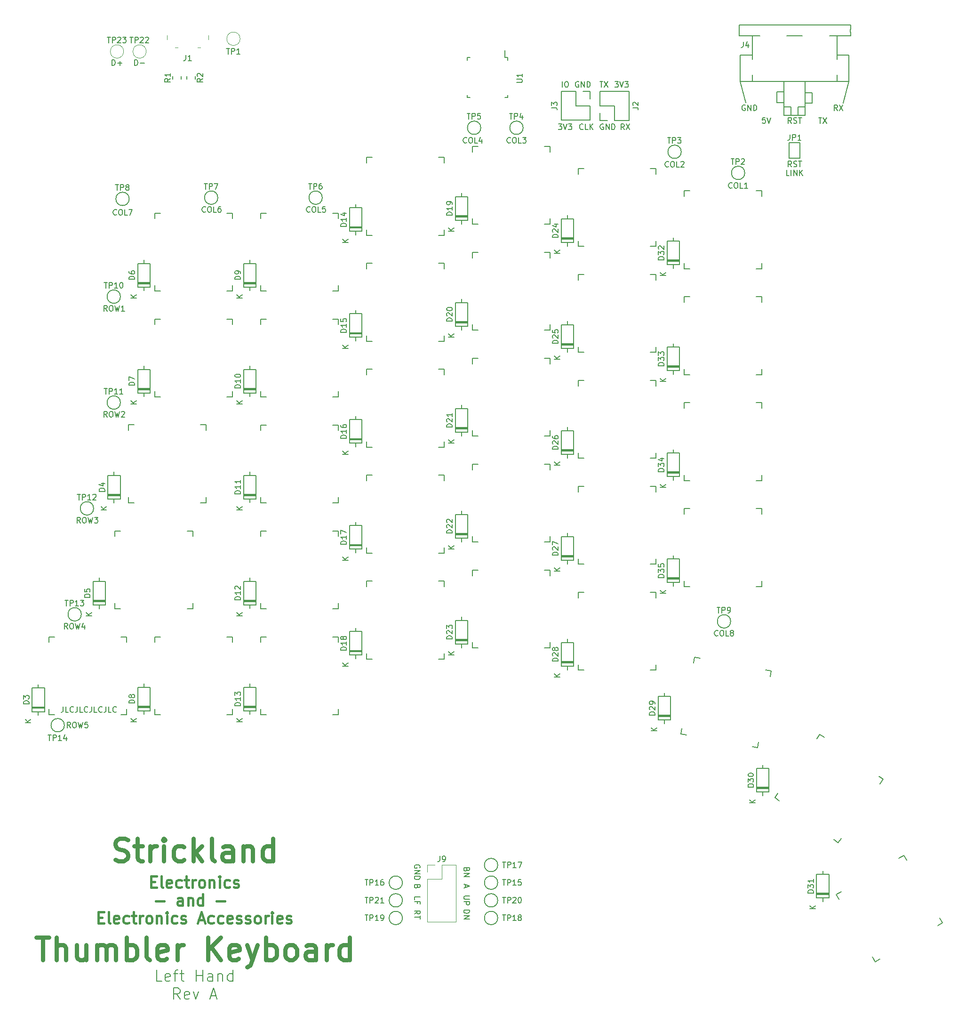
<source format=gbr>
%TF.GenerationSoftware,KiCad,Pcbnew,(6.0.0)*%
%TF.CreationDate,2022-01-02T22:00:42-08:00*%
%TF.ProjectId,thumbler_left,7468756d-626c-4657-925f-6c6566742e6b,rev?*%
%TF.SameCoordinates,Original*%
%TF.FileFunction,Legend,Top*%
%TF.FilePolarity,Positive*%
%FSLAX46Y46*%
G04 Gerber Fmt 4.6, Leading zero omitted, Abs format (unit mm)*
G04 Created by KiCad (PCBNEW (6.0.0)) date 2022-01-02 22:00:42*
%MOMM*%
%LPD*%
G01*
G04 APERTURE LIST*
%ADD10C,0.150000*%
%ADD11C,0.800000*%
%ADD12C,0.200000*%
%ADD13C,0.400000*%
%ADD14C,0.120000*%
%ADD15C,0.153000*%
G04 APERTURE END LIST*
D10*
X106053047Y-144470380D02*
X106053047Y-143470380D01*
X106291142Y-143470380D01*
X106434000Y-143518000D01*
X106529238Y-143613238D01*
X106576857Y-143708476D01*
X106624476Y-143898952D01*
X106624476Y-144041809D01*
X106576857Y-144232285D01*
X106529238Y-144327523D01*
X106434000Y-144422761D01*
X106291142Y-144470380D01*
X106053047Y-144470380D01*
X107053047Y-144089428D02*
X107814952Y-144089428D01*
X101989047Y-144470380D02*
X101989047Y-143470380D01*
X102227142Y-143470380D01*
X102370000Y-143518000D01*
X102465238Y-143613238D01*
X102512857Y-143708476D01*
X102560476Y-143898952D01*
X102560476Y-144041809D01*
X102512857Y-144232285D01*
X102465238Y-144327523D01*
X102370000Y-144422761D01*
X102227142Y-144470380D01*
X101989047Y-144470380D01*
X102989047Y-144089428D02*
X103750952Y-144089428D01*
X103370000Y-144470380D02*
X103370000Y-143708476D01*
X94496095Y-263596380D02*
X94162761Y-263120190D01*
X93924666Y-263596380D02*
X93924666Y-262596380D01*
X94305619Y-262596380D01*
X94400857Y-262644000D01*
X94448476Y-262691619D01*
X94496095Y-262786857D01*
X94496095Y-262929714D01*
X94448476Y-263024952D01*
X94400857Y-263072571D01*
X94305619Y-263120190D01*
X93924666Y-263120190D01*
X95115142Y-262596380D02*
X95305619Y-262596380D01*
X95400857Y-262644000D01*
X95496095Y-262739238D01*
X95543714Y-262929714D01*
X95543714Y-263263047D01*
X95496095Y-263453523D01*
X95400857Y-263548761D01*
X95305619Y-263596380D01*
X95115142Y-263596380D01*
X95019904Y-263548761D01*
X94924666Y-263453523D01*
X94877047Y-263263047D01*
X94877047Y-262929714D01*
X94924666Y-262739238D01*
X95019904Y-262644000D01*
X95115142Y-262596380D01*
X95877047Y-262596380D02*
X96115142Y-263596380D01*
X96305619Y-262882095D01*
X96496095Y-263596380D01*
X96734190Y-262596380D01*
X97591333Y-262596380D02*
X97115142Y-262596380D01*
X97067523Y-263072571D01*
X97115142Y-263024952D01*
X97210380Y-262977333D01*
X97448476Y-262977333D01*
X97543714Y-263024952D01*
X97591333Y-263072571D01*
X97638952Y-263167809D01*
X97638952Y-263405904D01*
X97591333Y-263501142D01*
X97543714Y-263548761D01*
X97448476Y-263596380D01*
X97210380Y-263596380D01*
X97115142Y-263548761D01*
X97067523Y-263501142D01*
X101100095Y-207716380D02*
X100766761Y-207240190D01*
X100528666Y-207716380D02*
X100528666Y-206716380D01*
X100909619Y-206716380D01*
X101004857Y-206764000D01*
X101052476Y-206811619D01*
X101100095Y-206906857D01*
X101100095Y-207049714D01*
X101052476Y-207144952D01*
X101004857Y-207192571D01*
X100909619Y-207240190D01*
X100528666Y-207240190D01*
X101719142Y-206716380D02*
X101909619Y-206716380D01*
X102004857Y-206764000D01*
X102100095Y-206859238D01*
X102147714Y-207049714D01*
X102147714Y-207383047D01*
X102100095Y-207573523D01*
X102004857Y-207668761D01*
X101909619Y-207716380D01*
X101719142Y-207716380D01*
X101623904Y-207668761D01*
X101528666Y-207573523D01*
X101481047Y-207383047D01*
X101481047Y-207049714D01*
X101528666Y-206859238D01*
X101623904Y-206764000D01*
X101719142Y-206716380D01*
X102481047Y-206716380D02*
X102719142Y-207716380D01*
X102909619Y-207002095D01*
X103100095Y-207716380D01*
X103338190Y-206716380D01*
X103671523Y-206811619D02*
X103719142Y-206764000D01*
X103814380Y-206716380D01*
X104052476Y-206716380D01*
X104147714Y-206764000D01*
X104195333Y-206811619D01*
X104242952Y-206906857D01*
X104242952Y-207002095D01*
X104195333Y-207144952D01*
X103623904Y-207716380D01*
X104242952Y-207716380D01*
X165806428Y-289107619D02*
X165758809Y-289250476D01*
X165711190Y-289298095D01*
X165615952Y-289345714D01*
X165473095Y-289345714D01*
X165377857Y-289298095D01*
X165330238Y-289250476D01*
X165282619Y-289155238D01*
X165282619Y-288774285D01*
X166282619Y-288774285D01*
X166282619Y-289107619D01*
X166235000Y-289202857D01*
X166187380Y-289250476D01*
X166092142Y-289298095D01*
X165996904Y-289298095D01*
X165901666Y-289250476D01*
X165854047Y-289202857D01*
X165806428Y-289107619D01*
X165806428Y-288774285D01*
X165282619Y-289774285D02*
X166282619Y-289774285D01*
X165282619Y-290345714D01*
X166282619Y-290345714D01*
X210994761Y-246991142D02*
X210947142Y-247038761D01*
X210804285Y-247086380D01*
X210709047Y-247086380D01*
X210566190Y-247038761D01*
X210470952Y-246943523D01*
X210423333Y-246848285D01*
X210375714Y-246657809D01*
X210375714Y-246514952D01*
X210423333Y-246324476D01*
X210470952Y-246229238D01*
X210566190Y-246134000D01*
X210709047Y-246086380D01*
X210804285Y-246086380D01*
X210947142Y-246134000D01*
X210994761Y-246181619D01*
X211613809Y-246086380D02*
X211804285Y-246086380D01*
X211899523Y-246134000D01*
X211994761Y-246229238D01*
X212042380Y-246419714D01*
X212042380Y-246753047D01*
X211994761Y-246943523D01*
X211899523Y-247038761D01*
X211804285Y-247086380D01*
X211613809Y-247086380D01*
X211518571Y-247038761D01*
X211423333Y-246943523D01*
X211375714Y-246753047D01*
X211375714Y-246419714D01*
X211423333Y-246229238D01*
X211518571Y-246134000D01*
X211613809Y-246086380D01*
X212947142Y-247086380D02*
X212470952Y-247086380D01*
X212470952Y-246086380D01*
X213423333Y-246514952D02*
X213328095Y-246467333D01*
X213280476Y-246419714D01*
X213232857Y-246324476D01*
X213232857Y-246276857D01*
X213280476Y-246181619D01*
X213328095Y-246134000D01*
X213423333Y-246086380D01*
X213613809Y-246086380D01*
X213709047Y-246134000D01*
X213756666Y-246181619D01*
X213804285Y-246276857D01*
X213804285Y-246324476D01*
X213756666Y-246419714D01*
X213709047Y-246467333D01*
X213613809Y-246514952D01*
X213423333Y-246514952D01*
X213328095Y-246562571D01*
X213280476Y-246610190D01*
X213232857Y-246705428D01*
X213232857Y-246895904D01*
X213280476Y-246991142D01*
X213328095Y-247038761D01*
X213423333Y-247086380D01*
X213613809Y-247086380D01*
X213709047Y-247038761D01*
X213756666Y-246991142D01*
X213804285Y-246895904D01*
X213804285Y-246705428D01*
X213756666Y-246610190D01*
X213709047Y-246562571D01*
X213613809Y-246514952D01*
X96274095Y-226766380D02*
X95940761Y-226290190D01*
X95702666Y-226766380D02*
X95702666Y-225766380D01*
X96083619Y-225766380D01*
X96178857Y-225814000D01*
X96226476Y-225861619D01*
X96274095Y-225956857D01*
X96274095Y-226099714D01*
X96226476Y-226194952D01*
X96178857Y-226242571D01*
X96083619Y-226290190D01*
X95702666Y-226290190D01*
X96893142Y-225766380D02*
X97083619Y-225766380D01*
X97178857Y-225814000D01*
X97274095Y-225909238D01*
X97321714Y-226099714D01*
X97321714Y-226433047D01*
X97274095Y-226623523D01*
X97178857Y-226718761D01*
X97083619Y-226766380D01*
X96893142Y-226766380D01*
X96797904Y-226718761D01*
X96702666Y-226623523D01*
X96655047Y-226433047D01*
X96655047Y-226099714D01*
X96702666Y-225909238D01*
X96797904Y-225814000D01*
X96893142Y-225766380D01*
X97655047Y-225766380D02*
X97893142Y-226766380D01*
X98083619Y-226052095D01*
X98274095Y-226766380D01*
X98512190Y-225766380D01*
X98797904Y-225766380D02*
X99416952Y-225766380D01*
X99083619Y-226147333D01*
X99226476Y-226147333D01*
X99321714Y-226194952D01*
X99369333Y-226242571D01*
X99416952Y-226337809D01*
X99416952Y-226575904D01*
X99369333Y-226671142D01*
X99321714Y-226718761D01*
X99226476Y-226766380D01*
X98940761Y-226766380D01*
X98845523Y-226718761D01*
X98797904Y-226671142D01*
X93170952Y-259802380D02*
X93170952Y-260516666D01*
X93123333Y-260659523D01*
X93028095Y-260754761D01*
X92885238Y-260802380D01*
X92790000Y-260802380D01*
X94123333Y-260802380D02*
X93647142Y-260802380D01*
X93647142Y-259802380D01*
X95028095Y-260707142D02*
X94980476Y-260754761D01*
X94837619Y-260802380D01*
X94742380Y-260802380D01*
X94599523Y-260754761D01*
X94504285Y-260659523D01*
X94456666Y-260564285D01*
X94409047Y-260373809D01*
X94409047Y-260230952D01*
X94456666Y-260040476D01*
X94504285Y-259945238D01*
X94599523Y-259850000D01*
X94742380Y-259802380D01*
X94837619Y-259802380D01*
X94980476Y-259850000D01*
X95028095Y-259897619D01*
X95742380Y-259802380D02*
X95742380Y-260516666D01*
X95694761Y-260659523D01*
X95599523Y-260754761D01*
X95456666Y-260802380D01*
X95361428Y-260802380D01*
X96694761Y-260802380D02*
X96218571Y-260802380D01*
X96218571Y-259802380D01*
X97599523Y-260707142D02*
X97551904Y-260754761D01*
X97409047Y-260802380D01*
X97313809Y-260802380D01*
X97170952Y-260754761D01*
X97075714Y-260659523D01*
X97028095Y-260564285D01*
X96980476Y-260373809D01*
X96980476Y-260230952D01*
X97028095Y-260040476D01*
X97075714Y-259945238D01*
X97170952Y-259850000D01*
X97313809Y-259802380D01*
X97409047Y-259802380D01*
X97551904Y-259850000D01*
X97599523Y-259897619D01*
X98313809Y-259802380D02*
X98313809Y-260516666D01*
X98266190Y-260659523D01*
X98170952Y-260754761D01*
X98028095Y-260802380D01*
X97932857Y-260802380D01*
X99266190Y-260802380D02*
X98790000Y-260802380D01*
X98790000Y-259802380D01*
X100170952Y-260707142D02*
X100123333Y-260754761D01*
X99980476Y-260802380D01*
X99885238Y-260802380D01*
X99742380Y-260754761D01*
X99647142Y-260659523D01*
X99599523Y-260564285D01*
X99551904Y-260373809D01*
X99551904Y-260230952D01*
X99599523Y-260040476D01*
X99647142Y-259945238D01*
X99742380Y-259850000D01*
X99885238Y-259802380D01*
X99980476Y-259802380D01*
X100123333Y-259850000D01*
X100170952Y-259897619D01*
X100885238Y-259802380D02*
X100885238Y-260516666D01*
X100837619Y-260659523D01*
X100742380Y-260754761D01*
X100599523Y-260802380D01*
X100504285Y-260802380D01*
X101837619Y-260802380D02*
X101361428Y-260802380D01*
X101361428Y-259802380D01*
X102742380Y-260707142D02*
X102694761Y-260754761D01*
X102551904Y-260802380D01*
X102456666Y-260802380D01*
X102313809Y-260754761D01*
X102218571Y-260659523D01*
X102170952Y-260564285D01*
X102123333Y-260373809D01*
X102123333Y-260230952D01*
X102170952Y-260040476D01*
X102218571Y-259945238D01*
X102313809Y-259850000D01*
X102456666Y-259802380D01*
X102551904Y-259802380D01*
X102694761Y-259850000D01*
X102742380Y-259897619D01*
X186729761Y-155932142D02*
X186682142Y-155979761D01*
X186539285Y-156027380D01*
X186444047Y-156027380D01*
X186301190Y-155979761D01*
X186205952Y-155884523D01*
X186158333Y-155789285D01*
X186110714Y-155598809D01*
X186110714Y-155455952D01*
X186158333Y-155265476D01*
X186205952Y-155170238D01*
X186301190Y-155075000D01*
X186444047Y-155027380D01*
X186539285Y-155027380D01*
X186682142Y-155075000D01*
X186729761Y-155122619D01*
X187634523Y-156027380D02*
X187158333Y-156027380D01*
X187158333Y-155027380D01*
X187967857Y-156027380D02*
X187967857Y-155027380D01*
X188539285Y-156027380D02*
X188110714Y-155455952D01*
X188539285Y-155027380D02*
X187967857Y-155598809D01*
X182991190Y-148407380D02*
X182991190Y-147407380D01*
X183657857Y-147407380D02*
X183848333Y-147407380D01*
X183943571Y-147455000D01*
X184038809Y-147550238D01*
X184086428Y-147740714D01*
X184086428Y-148074047D01*
X184038809Y-148264523D01*
X183943571Y-148359761D01*
X183848333Y-148407380D01*
X183657857Y-148407380D01*
X183562619Y-148359761D01*
X183467380Y-148264523D01*
X183419761Y-148074047D01*
X183419761Y-147740714D01*
X183467380Y-147550238D01*
X183562619Y-147455000D01*
X183657857Y-147407380D01*
X219519523Y-153884380D02*
X219043333Y-153884380D01*
X218995714Y-154360571D01*
X219043333Y-154312952D01*
X219138571Y-154265333D01*
X219376666Y-154265333D01*
X219471904Y-154312952D01*
X219519523Y-154360571D01*
X219567142Y-154455809D01*
X219567142Y-154693904D01*
X219519523Y-154789142D01*
X219471904Y-154836761D01*
X219376666Y-154884380D01*
X219138571Y-154884380D01*
X219043333Y-154836761D01*
X218995714Y-154789142D01*
X219852857Y-153884380D02*
X220186190Y-154884380D01*
X220519523Y-153884380D01*
X165782761Y-158345142D02*
X165735142Y-158392761D01*
X165592285Y-158440380D01*
X165497047Y-158440380D01*
X165354190Y-158392761D01*
X165258952Y-158297523D01*
X165211333Y-158202285D01*
X165163714Y-158011809D01*
X165163714Y-157868952D01*
X165211333Y-157678476D01*
X165258952Y-157583238D01*
X165354190Y-157488000D01*
X165497047Y-157440380D01*
X165592285Y-157440380D01*
X165735142Y-157488000D01*
X165782761Y-157535619D01*
X166401809Y-157440380D02*
X166592285Y-157440380D01*
X166687523Y-157488000D01*
X166782761Y-157583238D01*
X166830380Y-157773714D01*
X166830380Y-158107047D01*
X166782761Y-158297523D01*
X166687523Y-158392761D01*
X166592285Y-158440380D01*
X166401809Y-158440380D01*
X166306571Y-158392761D01*
X166211333Y-158297523D01*
X166163714Y-158107047D01*
X166163714Y-157773714D01*
X166211333Y-157583238D01*
X166306571Y-157488000D01*
X166401809Y-157440380D01*
X167735142Y-158440380D02*
X167258952Y-158440380D01*
X167258952Y-157440380D01*
X168497047Y-157773714D02*
X168497047Y-158440380D01*
X168258952Y-157392761D02*
X168020857Y-158107047D01*
X168639904Y-158107047D01*
X137588761Y-170791142D02*
X137541142Y-170838761D01*
X137398285Y-170886380D01*
X137303047Y-170886380D01*
X137160190Y-170838761D01*
X137064952Y-170743523D01*
X137017333Y-170648285D01*
X136969714Y-170457809D01*
X136969714Y-170314952D01*
X137017333Y-170124476D01*
X137064952Y-170029238D01*
X137160190Y-169934000D01*
X137303047Y-169886380D01*
X137398285Y-169886380D01*
X137541142Y-169934000D01*
X137588761Y-169981619D01*
X138207809Y-169886380D02*
X138398285Y-169886380D01*
X138493523Y-169934000D01*
X138588761Y-170029238D01*
X138636380Y-170219714D01*
X138636380Y-170553047D01*
X138588761Y-170743523D01*
X138493523Y-170838761D01*
X138398285Y-170886380D01*
X138207809Y-170886380D01*
X138112571Y-170838761D01*
X138017333Y-170743523D01*
X137969714Y-170553047D01*
X137969714Y-170219714D01*
X138017333Y-170029238D01*
X138112571Y-169934000D01*
X138207809Y-169886380D01*
X139541142Y-170886380D02*
X139064952Y-170886380D01*
X139064952Y-169886380D01*
X140350666Y-169886380D02*
X139874476Y-169886380D01*
X139826857Y-170362571D01*
X139874476Y-170314952D01*
X139969714Y-170267333D01*
X140207809Y-170267333D01*
X140303047Y-170314952D01*
X140350666Y-170362571D01*
X140398285Y-170457809D01*
X140398285Y-170695904D01*
X140350666Y-170791142D01*
X140303047Y-170838761D01*
X140207809Y-170886380D01*
X139969714Y-170886380D01*
X139874476Y-170838761D01*
X139826857Y-170791142D01*
X156392619Y-294520952D02*
X156392619Y-294044761D01*
X157392619Y-294044761D01*
X156916428Y-295187619D02*
X156916428Y-294854285D01*
X156392619Y-294854285D02*
X157392619Y-294854285D01*
X157392619Y-295330476D01*
X182276904Y-155027380D02*
X182895952Y-155027380D01*
X182562619Y-155408333D01*
X182705476Y-155408333D01*
X182800714Y-155455952D01*
X182848333Y-155503571D01*
X182895952Y-155598809D01*
X182895952Y-155836904D01*
X182848333Y-155932142D01*
X182800714Y-155979761D01*
X182705476Y-156027380D01*
X182419761Y-156027380D01*
X182324523Y-155979761D01*
X182276904Y-155932142D01*
X183181666Y-155027380D02*
X183515000Y-156027380D01*
X183848333Y-155027380D01*
X184086428Y-155027380D02*
X184705476Y-155027380D01*
X184372142Y-155408333D01*
X184515000Y-155408333D01*
X184610238Y-155455952D01*
X184657857Y-155503571D01*
X184705476Y-155598809D01*
X184705476Y-155836904D01*
X184657857Y-155932142D01*
X184610238Y-155979761D01*
X184515000Y-156027380D01*
X184229285Y-156027380D01*
X184134047Y-155979761D01*
X184086428Y-155932142D01*
X215900095Y-151646000D02*
X215804857Y-151598380D01*
X215662000Y-151598380D01*
X215519142Y-151646000D01*
X215423904Y-151741238D01*
X215376285Y-151836476D01*
X215328666Y-152026952D01*
X215328666Y-152169809D01*
X215376285Y-152360285D01*
X215423904Y-152455523D01*
X215519142Y-152550761D01*
X215662000Y-152598380D01*
X215757238Y-152598380D01*
X215900095Y-152550761D01*
X215947714Y-152503142D01*
X215947714Y-152169809D01*
X215757238Y-152169809D01*
X216376285Y-152598380D02*
X216376285Y-151598380D01*
X216947714Y-152598380D01*
X216947714Y-151598380D01*
X217423904Y-152598380D02*
X217423904Y-151598380D01*
X217662000Y-151598380D01*
X217804857Y-151646000D01*
X217900095Y-151741238D01*
X217947714Y-151836476D01*
X217995333Y-152026952D01*
X217995333Y-152169809D01*
X217947714Y-152360285D01*
X217900095Y-152455523D01*
X217804857Y-152550761D01*
X217662000Y-152598380D01*
X217423904Y-152598380D01*
X156392619Y-297108571D02*
X156868809Y-296775238D01*
X156392619Y-296537142D02*
X157392619Y-296537142D01*
X157392619Y-296918095D01*
X157345000Y-297013333D01*
X157297380Y-297060952D01*
X157202142Y-297108571D01*
X157059285Y-297108571D01*
X156964047Y-297060952D01*
X156916428Y-297013333D01*
X156868809Y-296918095D01*
X156868809Y-296537142D01*
X157392619Y-297394285D02*
X157392619Y-297965714D01*
X156392619Y-297680000D02*
X157392619Y-297680000D01*
D11*
X102554285Y-287369047D02*
X103125714Y-287559523D01*
X104078095Y-287559523D01*
X104459047Y-287369047D01*
X104649523Y-287178571D01*
X104840000Y-286797619D01*
X104840000Y-286416666D01*
X104649523Y-286035714D01*
X104459047Y-285845238D01*
X104078095Y-285654761D01*
X103316190Y-285464285D01*
X102935238Y-285273809D01*
X102744761Y-285083333D01*
X102554285Y-284702380D01*
X102554285Y-284321428D01*
X102744761Y-283940476D01*
X102935238Y-283750000D01*
X103316190Y-283559523D01*
X104268571Y-283559523D01*
X104840000Y-283750000D01*
X105982857Y-284892857D02*
X107506666Y-284892857D01*
X106554285Y-283559523D02*
X106554285Y-286988095D01*
X106744761Y-287369047D01*
X107125714Y-287559523D01*
X107506666Y-287559523D01*
X108840000Y-287559523D02*
X108840000Y-284892857D01*
X108840000Y-285654761D02*
X109030476Y-285273809D01*
X109220952Y-285083333D01*
X109601904Y-284892857D01*
X109982857Y-284892857D01*
X111316190Y-287559523D02*
X111316190Y-284892857D01*
X111316190Y-283559523D02*
X111125714Y-283750000D01*
X111316190Y-283940476D01*
X111506666Y-283750000D01*
X111316190Y-283559523D01*
X111316190Y-283940476D01*
X114935238Y-287369047D02*
X114554285Y-287559523D01*
X113792380Y-287559523D01*
X113411428Y-287369047D01*
X113220952Y-287178571D01*
X113030476Y-286797619D01*
X113030476Y-285654761D01*
X113220952Y-285273809D01*
X113411428Y-285083333D01*
X113792380Y-284892857D01*
X114554285Y-284892857D01*
X114935238Y-285083333D01*
X116649523Y-287559523D02*
X116649523Y-283559523D01*
X117030476Y-286035714D02*
X118173333Y-287559523D01*
X118173333Y-284892857D02*
X116649523Y-286416666D01*
X120459047Y-287559523D02*
X120078095Y-287369047D01*
X119887619Y-286988095D01*
X119887619Y-283559523D01*
X123697142Y-287559523D02*
X123697142Y-285464285D01*
X123506666Y-285083333D01*
X123125714Y-284892857D01*
X122363809Y-284892857D01*
X121982857Y-285083333D01*
X123697142Y-287369047D02*
X123316190Y-287559523D01*
X122363809Y-287559523D01*
X121982857Y-287369047D01*
X121792380Y-286988095D01*
X121792380Y-286607142D01*
X121982857Y-286226190D01*
X122363809Y-286035714D01*
X123316190Y-286035714D01*
X123697142Y-285845238D01*
X125601904Y-284892857D02*
X125601904Y-287559523D01*
X125601904Y-285273809D02*
X125792380Y-285083333D01*
X126173333Y-284892857D01*
X126744761Y-284892857D01*
X127125714Y-285083333D01*
X127316190Y-285464285D01*
X127316190Y-287559523D01*
X130935238Y-287559523D02*
X130935238Y-283559523D01*
X130935238Y-287369047D02*
X130554285Y-287559523D01*
X129792380Y-287559523D01*
X129411428Y-287369047D01*
X129220952Y-287178571D01*
X129030476Y-286797619D01*
X129030476Y-285654761D01*
X129220952Y-285273809D01*
X129411428Y-285083333D01*
X129792380Y-284892857D01*
X130554285Y-284892857D01*
X130935238Y-285083333D01*
D10*
X102790761Y-171299142D02*
X102743142Y-171346761D01*
X102600285Y-171394380D01*
X102505047Y-171394380D01*
X102362190Y-171346761D01*
X102266952Y-171251523D01*
X102219333Y-171156285D01*
X102171714Y-170965809D01*
X102171714Y-170822952D01*
X102219333Y-170632476D01*
X102266952Y-170537238D01*
X102362190Y-170442000D01*
X102505047Y-170394380D01*
X102600285Y-170394380D01*
X102743142Y-170442000D01*
X102790761Y-170489619D01*
X103409809Y-170394380D02*
X103600285Y-170394380D01*
X103695523Y-170442000D01*
X103790761Y-170537238D01*
X103838380Y-170727714D01*
X103838380Y-171061047D01*
X103790761Y-171251523D01*
X103695523Y-171346761D01*
X103600285Y-171394380D01*
X103409809Y-171394380D01*
X103314571Y-171346761D01*
X103219333Y-171251523D01*
X103171714Y-171061047D01*
X103171714Y-170727714D01*
X103219333Y-170537238D01*
X103314571Y-170442000D01*
X103409809Y-170394380D01*
X104743142Y-171394380D02*
X104266952Y-171394380D01*
X104266952Y-170394380D01*
X104981238Y-170394380D02*
X105647904Y-170394380D01*
X105219333Y-171394380D01*
X185928095Y-147455000D02*
X185832857Y-147407380D01*
X185690000Y-147407380D01*
X185547142Y-147455000D01*
X185451904Y-147550238D01*
X185404285Y-147645476D01*
X185356666Y-147835952D01*
X185356666Y-147978809D01*
X185404285Y-148169285D01*
X185451904Y-148264523D01*
X185547142Y-148359761D01*
X185690000Y-148407380D01*
X185785238Y-148407380D01*
X185928095Y-148359761D01*
X185975714Y-148312142D01*
X185975714Y-147978809D01*
X185785238Y-147978809D01*
X186404285Y-148407380D02*
X186404285Y-147407380D01*
X186975714Y-148407380D01*
X186975714Y-147407380D01*
X187451904Y-148407380D02*
X187451904Y-147407380D01*
X187690000Y-147407380D01*
X187832857Y-147455000D01*
X187928095Y-147550238D01*
X187975714Y-147645476D01*
X188023333Y-147835952D01*
X188023333Y-147978809D01*
X187975714Y-148169285D01*
X187928095Y-148264523D01*
X187832857Y-148359761D01*
X187690000Y-148407380D01*
X187451904Y-148407380D01*
X224242380Y-162715380D02*
X223909047Y-162239190D01*
X223670952Y-162715380D02*
X223670952Y-161715380D01*
X224051904Y-161715380D01*
X224147142Y-161763000D01*
X224194761Y-161810619D01*
X224242380Y-161905857D01*
X224242380Y-162048714D01*
X224194761Y-162143952D01*
X224147142Y-162191571D01*
X224051904Y-162239190D01*
X223670952Y-162239190D01*
X224623333Y-162667761D02*
X224766190Y-162715380D01*
X225004285Y-162715380D01*
X225099523Y-162667761D01*
X225147142Y-162620142D01*
X225194761Y-162524904D01*
X225194761Y-162429666D01*
X225147142Y-162334428D01*
X225099523Y-162286809D01*
X225004285Y-162239190D01*
X224813809Y-162191571D01*
X224718571Y-162143952D01*
X224670952Y-162096333D01*
X224623333Y-162001095D01*
X224623333Y-161905857D01*
X224670952Y-161810619D01*
X224718571Y-161763000D01*
X224813809Y-161715380D01*
X225051904Y-161715380D01*
X225194761Y-161763000D01*
X225480476Y-161715380D02*
X226051904Y-161715380D01*
X225766190Y-162715380D02*
X225766190Y-161715380D01*
X223837619Y-164325380D02*
X223361428Y-164325380D01*
X223361428Y-163325380D01*
X224170952Y-164325380D02*
X224170952Y-163325380D01*
X224647142Y-164325380D02*
X224647142Y-163325380D01*
X225218571Y-164325380D01*
X225218571Y-163325380D01*
X225694761Y-164325380D02*
X225694761Y-163325380D01*
X226266190Y-164325380D02*
X225837619Y-163753952D01*
X226266190Y-163325380D02*
X225694761Y-163896809D01*
X165568333Y-291861904D02*
X165568333Y-292338095D01*
X165282619Y-291766666D02*
X166282619Y-292100000D01*
X165282619Y-292433333D01*
X194143333Y-156027380D02*
X193810000Y-155551190D01*
X193571904Y-156027380D02*
X193571904Y-155027380D01*
X193952857Y-155027380D01*
X194048095Y-155075000D01*
X194095714Y-155122619D01*
X194143333Y-155217857D01*
X194143333Y-155360714D01*
X194095714Y-155455952D01*
X194048095Y-155503571D01*
X193952857Y-155551190D01*
X193571904Y-155551190D01*
X194476666Y-155027380D02*
X195143333Y-156027380D01*
X195143333Y-155027380D02*
X194476666Y-156027380D01*
X232497333Y-152598380D02*
X232164000Y-152122190D01*
X231925904Y-152598380D02*
X231925904Y-151598380D01*
X232306857Y-151598380D01*
X232402095Y-151646000D01*
X232449714Y-151693619D01*
X232497333Y-151788857D01*
X232497333Y-151931714D01*
X232449714Y-152026952D01*
X232402095Y-152074571D01*
X232306857Y-152122190D01*
X231925904Y-152122190D01*
X232830666Y-151598380D02*
X233497333Y-152598380D01*
X233497333Y-151598380D02*
X232830666Y-152598380D01*
X165282619Y-296394285D02*
X166282619Y-296394285D01*
X166282619Y-296632380D01*
X166235000Y-296775238D01*
X166139761Y-296870476D01*
X166044523Y-296918095D01*
X165854047Y-296965714D01*
X165711190Y-296965714D01*
X165520714Y-296918095D01*
X165425476Y-296870476D01*
X165330238Y-296775238D01*
X165282619Y-296632380D01*
X165282619Y-296394285D01*
X165282619Y-297394285D02*
X166282619Y-297394285D01*
X165282619Y-297965714D01*
X166282619Y-297965714D01*
X156916428Y-292171428D02*
X156868809Y-292314285D01*
X156821190Y-292361904D01*
X156725952Y-292409523D01*
X156583095Y-292409523D01*
X156487857Y-292361904D01*
X156440238Y-292314285D01*
X156392619Y-292219047D01*
X156392619Y-291838095D01*
X157392619Y-291838095D01*
X157392619Y-292171428D01*
X157345000Y-292266666D01*
X157297380Y-292314285D01*
X157202142Y-292361904D01*
X157106904Y-292361904D01*
X157011666Y-292314285D01*
X156964047Y-292266666D01*
X156916428Y-292171428D01*
X156916428Y-291838095D01*
X202104761Y-162663142D02*
X202057142Y-162710761D01*
X201914285Y-162758380D01*
X201819047Y-162758380D01*
X201676190Y-162710761D01*
X201580952Y-162615523D01*
X201533333Y-162520285D01*
X201485714Y-162329809D01*
X201485714Y-162186952D01*
X201533333Y-161996476D01*
X201580952Y-161901238D01*
X201676190Y-161806000D01*
X201819047Y-161758380D01*
X201914285Y-161758380D01*
X202057142Y-161806000D01*
X202104761Y-161853619D01*
X202723809Y-161758380D02*
X202914285Y-161758380D01*
X203009523Y-161806000D01*
X203104761Y-161901238D01*
X203152380Y-162091714D01*
X203152380Y-162425047D01*
X203104761Y-162615523D01*
X203009523Y-162710761D01*
X202914285Y-162758380D01*
X202723809Y-162758380D01*
X202628571Y-162710761D01*
X202533333Y-162615523D01*
X202485714Y-162425047D01*
X202485714Y-162091714D01*
X202533333Y-161901238D01*
X202628571Y-161806000D01*
X202723809Y-161758380D01*
X204057142Y-162758380D02*
X203580952Y-162758380D01*
X203580952Y-161758380D01*
X204342857Y-161853619D02*
X204390476Y-161806000D01*
X204485714Y-161758380D01*
X204723809Y-161758380D01*
X204819047Y-161806000D01*
X204866666Y-161853619D01*
X204914285Y-161948857D01*
X204914285Y-162044095D01*
X204866666Y-162186952D01*
X204295238Y-162758380D01*
X204914285Y-162758380D01*
X192436904Y-147407380D02*
X193055952Y-147407380D01*
X192722619Y-147788333D01*
X192865476Y-147788333D01*
X192960714Y-147835952D01*
X193008333Y-147883571D01*
X193055952Y-147978809D01*
X193055952Y-148216904D01*
X193008333Y-148312142D01*
X192960714Y-148359761D01*
X192865476Y-148407380D01*
X192579761Y-148407380D01*
X192484523Y-148359761D01*
X192436904Y-148312142D01*
X193341666Y-147407380D02*
X193675000Y-148407380D01*
X194008333Y-147407380D01*
X194246428Y-147407380D02*
X194865476Y-147407380D01*
X194532142Y-147788333D01*
X194675000Y-147788333D01*
X194770238Y-147835952D01*
X194817857Y-147883571D01*
X194865476Y-147978809D01*
X194865476Y-148216904D01*
X194817857Y-148312142D01*
X194770238Y-148359761D01*
X194675000Y-148407380D01*
X194389285Y-148407380D01*
X194294047Y-148359761D01*
X194246428Y-148312142D01*
D11*
X88363809Y-301339523D02*
X90649523Y-301339523D01*
X89506666Y-305339523D02*
X89506666Y-301339523D01*
X91982857Y-305339523D02*
X91982857Y-301339523D01*
X93697142Y-305339523D02*
X93697142Y-303244285D01*
X93506666Y-302863333D01*
X93125714Y-302672857D01*
X92554285Y-302672857D01*
X92173333Y-302863333D01*
X91982857Y-303053809D01*
X97316190Y-302672857D02*
X97316190Y-305339523D01*
X95601904Y-302672857D02*
X95601904Y-304768095D01*
X95792380Y-305149047D01*
X96173333Y-305339523D01*
X96744761Y-305339523D01*
X97125714Y-305149047D01*
X97316190Y-304958571D01*
X99220952Y-305339523D02*
X99220952Y-302672857D01*
X99220952Y-303053809D02*
X99411428Y-302863333D01*
X99792380Y-302672857D01*
X100363809Y-302672857D01*
X100744761Y-302863333D01*
X100935238Y-303244285D01*
X100935238Y-305339523D01*
X100935238Y-303244285D02*
X101125714Y-302863333D01*
X101506666Y-302672857D01*
X102078095Y-302672857D01*
X102459047Y-302863333D01*
X102649523Y-303244285D01*
X102649523Y-305339523D01*
X104554285Y-305339523D02*
X104554285Y-301339523D01*
X104554285Y-302863333D02*
X104935238Y-302672857D01*
X105697142Y-302672857D01*
X106078095Y-302863333D01*
X106268571Y-303053809D01*
X106459047Y-303434761D01*
X106459047Y-304577619D01*
X106268571Y-304958571D01*
X106078095Y-305149047D01*
X105697142Y-305339523D01*
X104935238Y-305339523D01*
X104554285Y-305149047D01*
X108744761Y-305339523D02*
X108363809Y-305149047D01*
X108173333Y-304768095D01*
X108173333Y-301339523D01*
X111792380Y-305149047D02*
X111411428Y-305339523D01*
X110649523Y-305339523D01*
X110268571Y-305149047D01*
X110078095Y-304768095D01*
X110078095Y-303244285D01*
X110268571Y-302863333D01*
X110649523Y-302672857D01*
X111411428Y-302672857D01*
X111792380Y-302863333D01*
X111982857Y-303244285D01*
X111982857Y-303625238D01*
X110078095Y-304006190D01*
X113697142Y-305339523D02*
X113697142Y-302672857D01*
X113697142Y-303434761D02*
X113887619Y-303053809D01*
X114078095Y-302863333D01*
X114459047Y-302672857D01*
X114839999Y-302672857D01*
X119220952Y-305339523D02*
X119220952Y-301339523D01*
X121506666Y-305339523D02*
X119792380Y-303053809D01*
X121506666Y-301339523D02*
X119220952Y-303625238D01*
X124744761Y-305149047D02*
X124363809Y-305339523D01*
X123601904Y-305339523D01*
X123220952Y-305149047D01*
X123030476Y-304768095D01*
X123030476Y-303244285D01*
X123220952Y-302863333D01*
X123601904Y-302672857D01*
X124363809Y-302672857D01*
X124744761Y-302863333D01*
X124935238Y-303244285D01*
X124935238Y-303625238D01*
X123030476Y-304006190D01*
X126268571Y-302672857D02*
X127220952Y-305339523D01*
X128173333Y-302672857D02*
X127220952Y-305339523D01*
X126839999Y-306291904D01*
X126649523Y-306482380D01*
X126268571Y-306672857D01*
X129697142Y-305339523D02*
X129697142Y-301339523D01*
X129697142Y-302863333D02*
X130078095Y-302672857D01*
X130839999Y-302672857D01*
X131220952Y-302863333D01*
X131411428Y-303053809D01*
X131601904Y-303434761D01*
X131601904Y-304577619D01*
X131411428Y-304958571D01*
X131220952Y-305149047D01*
X130839999Y-305339523D01*
X130078095Y-305339523D01*
X129697142Y-305149047D01*
X133887619Y-305339523D02*
X133506666Y-305149047D01*
X133316190Y-304958571D01*
X133125714Y-304577619D01*
X133125714Y-303434761D01*
X133316190Y-303053809D01*
X133506666Y-302863333D01*
X133887619Y-302672857D01*
X134459047Y-302672857D01*
X134840000Y-302863333D01*
X135030476Y-303053809D01*
X135220952Y-303434761D01*
X135220952Y-304577619D01*
X135030476Y-304958571D01*
X134840000Y-305149047D01*
X134459047Y-305339523D01*
X133887619Y-305339523D01*
X138649523Y-305339523D02*
X138649523Y-303244285D01*
X138459047Y-302863333D01*
X138078095Y-302672857D01*
X137316190Y-302672857D01*
X136935238Y-302863333D01*
X138649523Y-305149047D02*
X138268571Y-305339523D01*
X137316190Y-305339523D01*
X136935238Y-305149047D01*
X136744761Y-304768095D01*
X136744761Y-304387142D01*
X136935238Y-304006190D01*
X137316190Y-303815714D01*
X138268571Y-303815714D01*
X138649523Y-303625238D01*
X140554285Y-305339523D02*
X140554285Y-302672857D01*
X140554285Y-303434761D02*
X140744761Y-303053809D01*
X140935238Y-302863333D01*
X141316190Y-302672857D01*
X141697142Y-302672857D01*
X144744761Y-305339523D02*
X144744761Y-301339523D01*
X144744761Y-305149047D02*
X144363809Y-305339523D01*
X143601904Y-305339523D01*
X143220952Y-305149047D01*
X143030476Y-304958571D01*
X142840000Y-304577619D01*
X142840000Y-303434761D01*
X143030476Y-303053809D01*
X143220952Y-302863333D01*
X143601904Y-302672857D01*
X144363809Y-302672857D01*
X144744761Y-302863333D01*
D10*
X189738095Y-147407380D02*
X190309523Y-147407380D01*
X190023809Y-148407380D02*
X190023809Y-147407380D01*
X190547619Y-147407380D02*
X191214285Y-148407380D01*
X191214285Y-147407380D02*
X190547619Y-148407380D01*
D12*
X110935238Y-309174761D02*
X109982857Y-309174761D01*
X109982857Y-307174761D01*
X112363809Y-309079523D02*
X112173333Y-309174761D01*
X111792380Y-309174761D01*
X111601904Y-309079523D01*
X111506666Y-308889047D01*
X111506666Y-308127142D01*
X111601904Y-307936666D01*
X111792380Y-307841428D01*
X112173333Y-307841428D01*
X112363809Y-307936666D01*
X112459047Y-308127142D01*
X112459047Y-308317619D01*
X111506666Y-308508095D01*
X113030476Y-307841428D02*
X113792380Y-307841428D01*
X113316190Y-309174761D02*
X113316190Y-307460476D01*
X113411428Y-307270000D01*
X113601904Y-307174761D01*
X113792380Y-307174761D01*
X114173333Y-307841428D02*
X114935238Y-307841428D01*
X114459047Y-307174761D02*
X114459047Y-308889047D01*
X114554285Y-309079523D01*
X114744761Y-309174761D01*
X114935238Y-309174761D01*
X117125714Y-309174761D02*
X117125714Y-307174761D01*
X117125714Y-308127142D02*
X118268571Y-308127142D01*
X118268571Y-309174761D02*
X118268571Y-307174761D01*
X120078095Y-309174761D02*
X120078095Y-308127142D01*
X119982857Y-307936666D01*
X119792380Y-307841428D01*
X119411428Y-307841428D01*
X119220952Y-307936666D01*
X120078095Y-309079523D02*
X119887619Y-309174761D01*
X119411428Y-309174761D01*
X119220952Y-309079523D01*
X119125714Y-308889047D01*
X119125714Y-308698571D01*
X119220952Y-308508095D01*
X119411428Y-308412857D01*
X119887619Y-308412857D01*
X120078095Y-308317619D01*
X121030476Y-307841428D02*
X121030476Y-309174761D01*
X121030476Y-308031904D02*
X121125714Y-307936666D01*
X121316190Y-307841428D01*
X121601904Y-307841428D01*
X121792380Y-307936666D01*
X121887619Y-308127142D01*
X121887619Y-309174761D01*
X123697142Y-309174761D02*
X123697142Y-307174761D01*
X123697142Y-309079523D02*
X123506666Y-309174761D01*
X123125714Y-309174761D01*
X122935238Y-309079523D01*
X122840000Y-308984285D01*
X122744761Y-308793809D01*
X122744761Y-308222380D01*
X122840000Y-308031904D01*
X122935238Y-307936666D01*
X123125714Y-307841428D01*
X123506666Y-307841428D01*
X123697142Y-307936666D01*
X114220952Y-312394761D02*
X113554285Y-311442380D01*
X113078095Y-312394761D02*
X113078095Y-310394761D01*
X113840000Y-310394761D01*
X114030476Y-310490000D01*
X114125714Y-310585238D01*
X114220952Y-310775714D01*
X114220952Y-311061428D01*
X114125714Y-311251904D01*
X114030476Y-311347142D01*
X113840000Y-311442380D01*
X113078095Y-311442380D01*
X115840000Y-312299523D02*
X115649523Y-312394761D01*
X115268571Y-312394761D01*
X115078095Y-312299523D01*
X114982857Y-312109047D01*
X114982857Y-311347142D01*
X115078095Y-311156666D01*
X115268571Y-311061428D01*
X115649523Y-311061428D01*
X115840000Y-311156666D01*
X115935238Y-311347142D01*
X115935238Y-311537619D01*
X114982857Y-311728095D01*
X116601904Y-311061428D02*
X117078095Y-312394761D01*
X117554285Y-311061428D01*
X119744761Y-311823333D02*
X120697142Y-311823333D01*
X119554285Y-312394761D02*
X120220952Y-310394761D01*
X120887619Y-312394761D01*
D10*
X157345000Y-288798095D02*
X157392619Y-288702857D01*
X157392619Y-288560000D01*
X157345000Y-288417142D01*
X157249761Y-288321904D01*
X157154523Y-288274285D01*
X156964047Y-288226666D01*
X156821190Y-288226666D01*
X156630714Y-288274285D01*
X156535476Y-288321904D01*
X156440238Y-288417142D01*
X156392619Y-288560000D01*
X156392619Y-288655238D01*
X156440238Y-288798095D01*
X156487857Y-288845714D01*
X156821190Y-288845714D01*
X156821190Y-288655238D01*
X156392619Y-289274285D02*
X157392619Y-289274285D01*
X156392619Y-289845714D01*
X157392619Y-289845714D01*
X156392619Y-290321904D02*
X157392619Y-290321904D01*
X157392619Y-290560000D01*
X157345000Y-290702857D01*
X157249761Y-290798095D01*
X157154523Y-290845714D01*
X156964047Y-290893333D01*
X156821190Y-290893333D01*
X156630714Y-290845714D01*
X156535476Y-290798095D01*
X156440238Y-290702857D01*
X156392619Y-290560000D01*
X156392619Y-290321904D01*
X173656761Y-158345142D02*
X173609142Y-158392761D01*
X173466285Y-158440380D01*
X173371047Y-158440380D01*
X173228190Y-158392761D01*
X173132952Y-158297523D01*
X173085333Y-158202285D01*
X173037714Y-158011809D01*
X173037714Y-157868952D01*
X173085333Y-157678476D01*
X173132952Y-157583238D01*
X173228190Y-157488000D01*
X173371047Y-157440380D01*
X173466285Y-157440380D01*
X173609142Y-157488000D01*
X173656761Y-157535619D01*
X174275809Y-157440380D02*
X174466285Y-157440380D01*
X174561523Y-157488000D01*
X174656761Y-157583238D01*
X174704380Y-157773714D01*
X174704380Y-158107047D01*
X174656761Y-158297523D01*
X174561523Y-158392761D01*
X174466285Y-158440380D01*
X174275809Y-158440380D01*
X174180571Y-158392761D01*
X174085333Y-158297523D01*
X174037714Y-158107047D01*
X174037714Y-157773714D01*
X174085333Y-157583238D01*
X174180571Y-157488000D01*
X174275809Y-157440380D01*
X175609142Y-158440380D02*
X175132952Y-158440380D01*
X175132952Y-157440380D01*
X175847238Y-157440380D02*
X176466285Y-157440380D01*
X176132952Y-157821333D01*
X176275809Y-157821333D01*
X176371047Y-157868952D01*
X176418666Y-157916571D01*
X176466285Y-158011809D01*
X176466285Y-158249904D01*
X176418666Y-158345142D01*
X176371047Y-158392761D01*
X176275809Y-158440380D01*
X175990095Y-158440380D01*
X175894857Y-158392761D01*
X175847238Y-158345142D01*
X190373095Y-155075000D02*
X190277857Y-155027380D01*
X190135000Y-155027380D01*
X189992142Y-155075000D01*
X189896904Y-155170238D01*
X189849285Y-155265476D01*
X189801666Y-155455952D01*
X189801666Y-155598809D01*
X189849285Y-155789285D01*
X189896904Y-155884523D01*
X189992142Y-155979761D01*
X190135000Y-156027380D01*
X190230238Y-156027380D01*
X190373095Y-155979761D01*
X190420714Y-155932142D01*
X190420714Y-155598809D01*
X190230238Y-155598809D01*
X190849285Y-156027380D02*
X190849285Y-155027380D01*
X191420714Y-156027380D01*
X191420714Y-155027380D01*
X191896904Y-156027380D02*
X191896904Y-155027380D01*
X192135000Y-155027380D01*
X192277857Y-155075000D01*
X192373095Y-155170238D01*
X192420714Y-155265476D01*
X192468333Y-155455952D01*
X192468333Y-155598809D01*
X192420714Y-155789285D01*
X192373095Y-155884523D01*
X192277857Y-155979761D01*
X192135000Y-156027380D01*
X191896904Y-156027380D01*
X93988095Y-245816380D02*
X93654761Y-245340190D01*
X93416666Y-245816380D02*
X93416666Y-244816380D01*
X93797619Y-244816380D01*
X93892857Y-244864000D01*
X93940476Y-244911619D01*
X93988095Y-245006857D01*
X93988095Y-245149714D01*
X93940476Y-245244952D01*
X93892857Y-245292571D01*
X93797619Y-245340190D01*
X93416666Y-245340190D01*
X94607142Y-244816380D02*
X94797619Y-244816380D01*
X94892857Y-244864000D01*
X94988095Y-244959238D01*
X95035714Y-245149714D01*
X95035714Y-245483047D01*
X94988095Y-245673523D01*
X94892857Y-245768761D01*
X94797619Y-245816380D01*
X94607142Y-245816380D01*
X94511904Y-245768761D01*
X94416666Y-245673523D01*
X94369047Y-245483047D01*
X94369047Y-245149714D01*
X94416666Y-244959238D01*
X94511904Y-244864000D01*
X94607142Y-244816380D01*
X95369047Y-244816380D02*
X95607142Y-245816380D01*
X95797619Y-245102095D01*
X95988095Y-245816380D01*
X96226190Y-244816380D01*
X97035714Y-245149714D02*
X97035714Y-245816380D01*
X96797619Y-244768761D02*
X96559523Y-245483047D01*
X97178571Y-245483047D01*
X213534761Y-166473142D02*
X213487142Y-166520761D01*
X213344285Y-166568380D01*
X213249047Y-166568380D01*
X213106190Y-166520761D01*
X213010952Y-166425523D01*
X212963333Y-166330285D01*
X212915714Y-166139809D01*
X212915714Y-165996952D01*
X212963333Y-165806476D01*
X213010952Y-165711238D01*
X213106190Y-165616000D01*
X213249047Y-165568380D01*
X213344285Y-165568380D01*
X213487142Y-165616000D01*
X213534761Y-165663619D01*
X214153809Y-165568380D02*
X214344285Y-165568380D01*
X214439523Y-165616000D01*
X214534761Y-165711238D01*
X214582380Y-165901714D01*
X214582380Y-166235047D01*
X214534761Y-166425523D01*
X214439523Y-166520761D01*
X214344285Y-166568380D01*
X214153809Y-166568380D01*
X214058571Y-166520761D01*
X213963333Y-166425523D01*
X213915714Y-166235047D01*
X213915714Y-165901714D01*
X213963333Y-165711238D01*
X214058571Y-165616000D01*
X214153809Y-165568380D01*
X215487142Y-166568380D02*
X215010952Y-166568380D01*
X215010952Y-165568380D01*
X216344285Y-166568380D02*
X215772857Y-166568380D01*
X216058571Y-166568380D02*
X216058571Y-165568380D01*
X215963333Y-165711238D01*
X215868095Y-165806476D01*
X215772857Y-165854095D01*
X229108095Y-153884380D02*
X229679523Y-153884380D01*
X229393809Y-154884380D02*
X229393809Y-153884380D01*
X229917619Y-153884380D02*
X230584285Y-154884380D01*
X230584285Y-153884380D02*
X229917619Y-154884380D01*
X224242380Y-154884380D02*
X223909047Y-154408190D01*
X223670952Y-154884380D02*
X223670952Y-153884380D01*
X224051904Y-153884380D01*
X224147142Y-153932000D01*
X224194761Y-153979619D01*
X224242380Y-154074857D01*
X224242380Y-154217714D01*
X224194761Y-154312952D01*
X224147142Y-154360571D01*
X224051904Y-154408190D01*
X223670952Y-154408190D01*
X224623333Y-154836761D02*
X224766190Y-154884380D01*
X225004285Y-154884380D01*
X225099523Y-154836761D01*
X225147142Y-154789142D01*
X225194761Y-154693904D01*
X225194761Y-154598666D01*
X225147142Y-154503428D01*
X225099523Y-154455809D01*
X225004285Y-154408190D01*
X224813809Y-154360571D01*
X224718571Y-154312952D01*
X224670952Y-154265333D01*
X224623333Y-154170095D01*
X224623333Y-154074857D01*
X224670952Y-153979619D01*
X224718571Y-153932000D01*
X224813809Y-153884380D01*
X225051904Y-153884380D01*
X225194761Y-153932000D01*
X225480476Y-153884380D02*
X226051904Y-153884380D01*
X225766190Y-154884380D02*
X225766190Y-153884380D01*
X101100095Y-188666380D02*
X100766761Y-188190190D01*
X100528666Y-188666380D02*
X100528666Y-187666380D01*
X100909619Y-187666380D01*
X101004857Y-187714000D01*
X101052476Y-187761619D01*
X101100095Y-187856857D01*
X101100095Y-187999714D01*
X101052476Y-188094952D01*
X101004857Y-188142571D01*
X100909619Y-188190190D01*
X100528666Y-188190190D01*
X101719142Y-187666380D02*
X101909619Y-187666380D01*
X102004857Y-187714000D01*
X102100095Y-187809238D01*
X102147714Y-187999714D01*
X102147714Y-188333047D01*
X102100095Y-188523523D01*
X102004857Y-188618761D01*
X101909619Y-188666380D01*
X101719142Y-188666380D01*
X101623904Y-188618761D01*
X101528666Y-188523523D01*
X101481047Y-188333047D01*
X101481047Y-187999714D01*
X101528666Y-187809238D01*
X101623904Y-187714000D01*
X101719142Y-187666380D01*
X102481047Y-187666380D02*
X102719142Y-188666380D01*
X102909619Y-187952095D01*
X103100095Y-188666380D01*
X103338190Y-187666380D01*
X104242952Y-188666380D02*
X103671523Y-188666380D01*
X103957238Y-188666380D02*
X103957238Y-187666380D01*
X103862000Y-187809238D01*
X103766761Y-187904476D01*
X103671523Y-187952095D01*
D13*
X109030476Y-291277142D02*
X109697142Y-291277142D01*
X109982857Y-292324761D02*
X109030476Y-292324761D01*
X109030476Y-290324761D01*
X109982857Y-290324761D01*
X111125714Y-292324761D02*
X110935238Y-292229523D01*
X110840000Y-292039047D01*
X110840000Y-290324761D01*
X112649523Y-292229523D02*
X112459047Y-292324761D01*
X112078095Y-292324761D01*
X111887619Y-292229523D01*
X111792380Y-292039047D01*
X111792380Y-291277142D01*
X111887619Y-291086666D01*
X112078095Y-290991428D01*
X112459047Y-290991428D01*
X112649523Y-291086666D01*
X112744761Y-291277142D01*
X112744761Y-291467619D01*
X111792380Y-291658095D01*
X114459047Y-292229523D02*
X114268571Y-292324761D01*
X113887619Y-292324761D01*
X113697142Y-292229523D01*
X113601904Y-292134285D01*
X113506666Y-291943809D01*
X113506666Y-291372380D01*
X113601904Y-291181904D01*
X113697142Y-291086666D01*
X113887619Y-290991428D01*
X114268571Y-290991428D01*
X114459047Y-291086666D01*
X115030476Y-290991428D02*
X115792380Y-290991428D01*
X115316190Y-290324761D02*
X115316190Y-292039047D01*
X115411428Y-292229523D01*
X115601904Y-292324761D01*
X115792380Y-292324761D01*
X116459047Y-292324761D02*
X116459047Y-290991428D01*
X116459047Y-291372380D02*
X116554285Y-291181904D01*
X116649523Y-291086666D01*
X116840000Y-290991428D01*
X117030476Y-290991428D01*
X117982857Y-292324761D02*
X117792380Y-292229523D01*
X117697142Y-292134285D01*
X117601904Y-291943809D01*
X117601904Y-291372380D01*
X117697142Y-291181904D01*
X117792380Y-291086666D01*
X117982857Y-290991428D01*
X118268571Y-290991428D01*
X118459047Y-291086666D01*
X118554285Y-291181904D01*
X118649523Y-291372380D01*
X118649523Y-291943809D01*
X118554285Y-292134285D01*
X118459047Y-292229523D01*
X118268571Y-292324761D01*
X117982857Y-292324761D01*
X119506666Y-290991428D02*
X119506666Y-292324761D01*
X119506666Y-291181904D02*
X119601904Y-291086666D01*
X119792380Y-290991428D01*
X120078095Y-290991428D01*
X120268571Y-291086666D01*
X120363809Y-291277142D01*
X120363809Y-292324761D01*
X121316190Y-292324761D02*
X121316190Y-290991428D01*
X121316190Y-290324761D02*
X121220952Y-290420000D01*
X121316190Y-290515238D01*
X121411428Y-290420000D01*
X121316190Y-290324761D01*
X121316190Y-290515238D01*
X123125714Y-292229523D02*
X122935238Y-292324761D01*
X122554285Y-292324761D01*
X122363809Y-292229523D01*
X122268571Y-292134285D01*
X122173333Y-291943809D01*
X122173333Y-291372380D01*
X122268571Y-291181904D01*
X122363809Y-291086666D01*
X122554285Y-290991428D01*
X122935238Y-290991428D01*
X123125714Y-291086666D01*
X123887619Y-292229523D02*
X124078095Y-292324761D01*
X124459047Y-292324761D01*
X124649523Y-292229523D01*
X124744761Y-292039047D01*
X124744761Y-291943809D01*
X124649523Y-291753333D01*
X124459047Y-291658095D01*
X124173333Y-291658095D01*
X123982857Y-291562857D01*
X123887619Y-291372380D01*
X123887619Y-291277142D01*
X123982857Y-291086666D01*
X124173333Y-290991428D01*
X124459047Y-290991428D01*
X124649523Y-291086666D01*
X109840000Y-294782857D02*
X111363809Y-294782857D01*
X114697142Y-295544761D02*
X114697142Y-294497142D01*
X114601904Y-294306666D01*
X114411428Y-294211428D01*
X114030476Y-294211428D01*
X113840000Y-294306666D01*
X114697142Y-295449523D02*
X114506666Y-295544761D01*
X114030476Y-295544761D01*
X113840000Y-295449523D01*
X113744761Y-295259047D01*
X113744761Y-295068571D01*
X113840000Y-294878095D01*
X114030476Y-294782857D01*
X114506666Y-294782857D01*
X114697142Y-294687619D01*
X115649523Y-294211428D02*
X115649523Y-295544761D01*
X115649523Y-294401904D02*
X115744761Y-294306666D01*
X115935238Y-294211428D01*
X116220952Y-294211428D01*
X116411428Y-294306666D01*
X116506666Y-294497142D01*
X116506666Y-295544761D01*
X118316190Y-295544761D02*
X118316190Y-293544761D01*
X118316190Y-295449523D02*
X118125714Y-295544761D01*
X117744761Y-295544761D01*
X117554285Y-295449523D01*
X117459047Y-295354285D01*
X117363809Y-295163809D01*
X117363809Y-294592380D01*
X117459047Y-294401904D01*
X117554285Y-294306666D01*
X117744761Y-294211428D01*
X118125714Y-294211428D01*
X118316190Y-294306666D01*
X120792380Y-294782857D02*
X122316190Y-294782857D01*
X99554285Y-297717142D02*
X100220952Y-297717142D01*
X100506666Y-298764761D02*
X99554285Y-298764761D01*
X99554285Y-296764761D01*
X100506666Y-296764761D01*
X101649523Y-298764761D02*
X101459047Y-298669523D01*
X101363809Y-298479047D01*
X101363809Y-296764761D01*
X103173333Y-298669523D02*
X102982857Y-298764761D01*
X102601904Y-298764761D01*
X102411428Y-298669523D01*
X102316190Y-298479047D01*
X102316190Y-297717142D01*
X102411428Y-297526666D01*
X102601904Y-297431428D01*
X102982857Y-297431428D01*
X103173333Y-297526666D01*
X103268571Y-297717142D01*
X103268571Y-297907619D01*
X102316190Y-298098095D01*
X104982857Y-298669523D02*
X104792380Y-298764761D01*
X104411428Y-298764761D01*
X104220952Y-298669523D01*
X104125714Y-298574285D01*
X104030476Y-298383809D01*
X104030476Y-297812380D01*
X104125714Y-297621904D01*
X104220952Y-297526666D01*
X104411428Y-297431428D01*
X104792380Y-297431428D01*
X104982857Y-297526666D01*
X105554285Y-297431428D02*
X106316190Y-297431428D01*
X105840000Y-296764761D02*
X105840000Y-298479047D01*
X105935238Y-298669523D01*
X106125714Y-298764761D01*
X106316190Y-298764761D01*
X106982857Y-298764761D02*
X106982857Y-297431428D01*
X106982857Y-297812380D02*
X107078095Y-297621904D01*
X107173333Y-297526666D01*
X107363809Y-297431428D01*
X107554285Y-297431428D01*
X108506666Y-298764761D02*
X108316190Y-298669523D01*
X108220952Y-298574285D01*
X108125714Y-298383809D01*
X108125714Y-297812380D01*
X108220952Y-297621904D01*
X108316190Y-297526666D01*
X108506666Y-297431428D01*
X108792380Y-297431428D01*
X108982857Y-297526666D01*
X109078095Y-297621904D01*
X109173333Y-297812380D01*
X109173333Y-298383809D01*
X109078095Y-298574285D01*
X108982857Y-298669523D01*
X108792380Y-298764761D01*
X108506666Y-298764761D01*
X110030476Y-297431428D02*
X110030476Y-298764761D01*
X110030476Y-297621904D02*
X110125714Y-297526666D01*
X110316190Y-297431428D01*
X110601904Y-297431428D01*
X110792380Y-297526666D01*
X110887619Y-297717142D01*
X110887619Y-298764761D01*
X111840000Y-298764761D02*
X111840000Y-297431428D01*
X111840000Y-296764761D02*
X111744761Y-296860000D01*
X111840000Y-296955238D01*
X111935238Y-296860000D01*
X111840000Y-296764761D01*
X111840000Y-296955238D01*
X113649523Y-298669523D02*
X113459047Y-298764761D01*
X113078095Y-298764761D01*
X112887619Y-298669523D01*
X112792380Y-298574285D01*
X112697142Y-298383809D01*
X112697142Y-297812380D01*
X112792380Y-297621904D01*
X112887619Y-297526666D01*
X113078095Y-297431428D01*
X113459047Y-297431428D01*
X113649523Y-297526666D01*
X114411428Y-298669523D02*
X114601904Y-298764761D01*
X114982857Y-298764761D01*
X115173333Y-298669523D01*
X115268571Y-298479047D01*
X115268571Y-298383809D01*
X115173333Y-298193333D01*
X114982857Y-298098095D01*
X114697142Y-298098095D01*
X114506666Y-298002857D01*
X114411428Y-297812380D01*
X114411428Y-297717142D01*
X114506666Y-297526666D01*
X114697142Y-297431428D01*
X114982857Y-297431428D01*
X115173333Y-297526666D01*
X117554285Y-298193333D02*
X118506666Y-298193333D01*
X117363809Y-298764761D02*
X118030476Y-296764761D01*
X118697142Y-298764761D01*
X120220952Y-298669523D02*
X120030476Y-298764761D01*
X119649523Y-298764761D01*
X119459047Y-298669523D01*
X119363809Y-298574285D01*
X119268571Y-298383809D01*
X119268571Y-297812380D01*
X119363809Y-297621904D01*
X119459047Y-297526666D01*
X119649523Y-297431428D01*
X120030476Y-297431428D01*
X120220952Y-297526666D01*
X121935238Y-298669523D02*
X121744761Y-298764761D01*
X121363809Y-298764761D01*
X121173333Y-298669523D01*
X121078095Y-298574285D01*
X120982857Y-298383809D01*
X120982857Y-297812380D01*
X121078095Y-297621904D01*
X121173333Y-297526666D01*
X121363809Y-297431428D01*
X121744761Y-297431428D01*
X121935238Y-297526666D01*
X123554285Y-298669523D02*
X123363809Y-298764761D01*
X122982857Y-298764761D01*
X122792380Y-298669523D01*
X122697142Y-298479047D01*
X122697142Y-297717142D01*
X122792380Y-297526666D01*
X122982857Y-297431428D01*
X123363809Y-297431428D01*
X123554285Y-297526666D01*
X123649523Y-297717142D01*
X123649523Y-297907619D01*
X122697142Y-298098095D01*
X124411428Y-298669523D02*
X124601904Y-298764761D01*
X124982857Y-298764761D01*
X125173333Y-298669523D01*
X125268571Y-298479047D01*
X125268571Y-298383809D01*
X125173333Y-298193333D01*
X124982857Y-298098095D01*
X124697142Y-298098095D01*
X124506666Y-298002857D01*
X124411428Y-297812380D01*
X124411428Y-297717142D01*
X124506666Y-297526666D01*
X124697142Y-297431428D01*
X124982857Y-297431428D01*
X125173333Y-297526666D01*
X126030476Y-298669523D02*
X126220952Y-298764761D01*
X126601904Y-298764761D01*
X126792380Y-298669523D01*
X126887619Y-298479047D01*
X126887619Y-298383809D01*
X126792380Y-298193333D01*
X126601904Y-298098095D01*
X126316190Y-298098095D01*
X126125714Y-298002857D01*
X126030476Y-297812380D01*
X126030476Y-297717142D01*
X126125714Y-297526666D01*
X126316190Y-297431428D01*
X126601904Y-297431428D01*
X126792380Y-297526666D01*
X128030476Y-298764761D02*
X127840000Y-298669523D01*
X127744761Y-298574285D01*
X127649523Y-298383809D01*
X127649523Y-297812380D01*
X127744761Y-297621904D01*
X127840000Y-297526666D01*
X128030476Y-297431428D01*
X128316190Y-297431428D01*
X128506666Y-297526666D01*
X128601904Y-297621904D01*
X128697142Y-297812380D01*
X128697142Y-298383809D01*
X128601904Y-298574285D01*
X128506666Y-298669523D01*
X128316190Y-298764761D01*
X128030476Y-298764761D01*
X129554285Y-298764761D02*
X129554285Y-297431428D01*
X129554285Y-297812380D02*
X129649523Y-297621904D01*
X129744761Y-297526666D01*
X129935238Y-297431428D01*
X130125714Y-297431428D01*
X130792380Y-298764761D02*
X130792380Y-297431428D01*
X130792380Y-296764761D02*
X130697142Y-296860000D01*
X130792380Y-296955238D01*
X130887619Y-296860000D01*
X130792380Y-296764761D01*
X130792380Y-296955238D01*
X132506666Y-298669523D02*
X132316190Y-298764761D01*
X131935238Y-298764761D01*
X131744761Y-298669523D01*
X131649523Y-298479047D01*
X131649523Y-297717142D01*
X131744761Y-297526666D01*
X131935238Y-297431428D01*
X132316190Y-297431428D01*
X132506666Y-297526666D01*
X132601904Y-297717142D01*
X132601904Y-297907619D01*
X131649523Y-298098095D01*
X133363809Y-298669523D02*
X133554285Y-298764761D01*
X133935238Y-298764761D01*
X134125714Y-298669523D01*
X134220952Y-298479047D01*
X134220952Y-298383809D01*
X134125714Y-298193333D01*
X133935238Y-298098095D01*
X133649523Y-298098095D01*
X133459047Y-298002857D01*
X133363809Y-297812380D01*
X133363809Y-297717142D01*
X133459047Y-297526666D01*
X133649523Y-297431428D01*
X133935238Y-297431428D01*
X134125714Y-297526666D01*
D10*
X166282619Y-293854285D02*
X165473095Y-293854285D01*
X165377857Y-293901904D01*
X165330238Y-293949523D01*
X165282619Y-294044761D01*
X165282619Y-294235238D01*
X165330238Y-294330476D01*
X165377857Y-294378095D01*
X165473095Y-294425714D01*
X166282619Y-294425714D01*
X165282619Y-294901904D02*
X166282619Y-294901904D01*
X166282619Y-295282857D01*
X166235000Y-295378095D01*
X166187380Y-295425714D01*
X166092142Y-295473333D01*
X165949285Y-295473333D01*
X165854047Y-295425714D01*
X165806428Y-295378095D01*
X165758809Y-295282857D01*
X165758809Y-294901904D01*
X118792761Y-170791142D02*
X118745142Y-170838761D01*
X118602285Y-170886380D01*
X118507047Y-170886380D01*
X118364190Y-170838761D01*
X118268952Y-170743523D01*
X118221333Y-170648285D01*
X118173714Y-170457809D01*
X118173714Y-170314952D01*
X118221333Y-170124476D01*
X118268952Y-170029238D01*
X118364190Y-169934000D01*
X118507047Y-169886380D01*
X118602285Y-169886380D01*
X118745142Y-169934000D01*
X118792761Y-169981619D01*
X119411809Y-169886380D02*
X119602285Y-169886380D01*
X119697523Y-169934000D01*
X119792761Y-170029238D01*
X119840380Y-170219714D01*
X119840380Y-170553047D01*
X119792761Y-170743523D01*
X119697523Y-170838761D01*
X119602285Y-170886380D01*
X119411809Y-170886380D01*
X119316571Y-170838761D01*
X119221333Y-170743523D01*
X119173714Y-170553047D01*
X119173714Y-170219714D01*
X119221333Y-170029238D01*
X119316571Y-169934000D01*
X119411809Y-169886380D01*
X120745142Y-170886380D02*
X120268952Y-170886380D01*
X120268952Y-169886380D01*
X121507047Y-169886380D02*
X121316571Y-169886380D01*
X121221333Y-169934000D01*
X121173714Y-169981619D01*
X121078476Y-170124476D01*
X121030857Y-170314952D01*
X121030857Y-170695904D01*
X121078476Y-170791142D01*
X121126095Y-170838761D01*
X121221333Y-170886380D01*
X121411809Y-170886380D01*
X121507047Y-170838761D01*
X121554666Y-170791142D01*
X121602285Y-170695904D01*
X121602285Y-170457809D01*
X121554666Y-170362571D01*
X121507047Y-170314952D01*
X121411809Y-170267333D01*
X121221333Y-170267333D01*
X121126095Y-170314952D01*
X121078476Y-170362571D01*
X121030857Y-170457809D01*
%TO.C,TP23*%
X101131904Y-139406380D02*
X101703333Y-139406380D01*
X101417619Y-140406380D02*
X101417619Y-139406380D01*
X102036666Y-140406380D02*
X102036666Y-139406380D01*
X102417619Y-139406380D01*
X102512857Y-139454000D01*
X102560476Y-139501619D01*
X102608095Y-139596857D01*
X102608095Y-139739714D01*
X102560476Y-139834952D01*
X102512857Y-139882571D01*
X102417619Y-139930190D01*
X102036666Y-139930190D01*
X102989047Y-139501619D02*
X103036666Y-139454000D01*
X103131904Y-139406380D01*
X103370000Y-139406380D01*
X103465238Y-139454000D01*
X103512857Y-139501619D01*
X103560476Y-139596857D01*
X103560476Y-139692095D01*
X103512857Y-139834952D01*
X102941428Y-140406380D01*
X103560476Y-140406380D01*
X103893809Y-139406380D02*
X104512857Y-139406380D01*
X104179523Y-139787333D01*
X104322380Y-139787333D01*
X104417619Y-139834952D01*
X104465238Y-139882571D01*
X104512857Y-139977809D01*
X104512857Y-140215904D01*
X104465238Y-140311142D01*
X104417619Y-140358761D01*
X104322380Y-140406380D01*
X104036666Y-140406380D01*
X103941428Y-140358761D01*
X103893809Y-140311142D01*
%TO.C,TP22*%
X105195904Y-139406380D02*
X105767333Y-139406380D01*
X105481619Y-140406380D02*
X105481619Y-139406380D01*
X106100666Y-140406380D02*
X106100666Y-139406380D01*
X106481619Y-139406380D01*
X106576857Y-139454000D01*
X106624476Y-139501619D01*
X106672095Y-139596857D01*
X106672095Y-139739714D01*
X106624476Y-139834952D01*
X106576857Y-139882571D01*
X106481619Y-139930190D01*
X106100666Y-139930190D01*
X107053047Y-139501619D02*
X107100666Y-139454000D01*
X107195904Y-139406380D01*
X107434000Y-139406380D01*
X107529238Y-139454000D01*
X107576857Y-139501619D01*
X107624476Y-139596857D01*
X107624476Y-139692095D01*
X107576857Y-139834952D01*
X107005428Y-140406380D01*
X107624476Y-140406380D01*
X108005428Y-139501619D02*
X108053047Y-139454000D01*
X108148285Y-139406380D01*
X108386380Y-139406380D01*
X108481619Y-139454000D01*
X108529238Y-139501619D01*
X108576857Y-139596857D01*
X108576857Y-139692095D01*
X108529238Y-139834952D01*
X107957809Y-140406380D01*
X108576857Y-140406380D01*
%TO.C,D6*%
X106043380Y-182960295D02*
X105043380Y-182960295D01*
X105043380Y-182722200D01*
X105091000Y-182579342D01*
X105186238Y-182484104D01*
X105281476Y-182436485D01*
X105471952Y-182388866D01*
X105614809Y-182388866D01*
X105805285Y-182436485D01*
X105900523Y-182484104D01*
X105995761Y-182579342D01*
X106043380Y-182722200D01*
X106043380Y-182960295D01*
X105043380Y-181531723D02*
X105043380Y-181722200D01*
X105091000Y-181817438D01*
X105138619Y-181865057D01*
X105281476Y-181960295D01*
X105471952Y-182007914D01*
X105852904Y-182007914D01*
X105948142Y-181960295D01*
X105995761Y-181912676D01*
X106043380Y-181817438D01*
X106043380Y-181626961D01*
X105995761Y-181531723D01*
X105948142Y-181484104D01*
X105852904Y-181436485D01*
X105614809Y-181436485D01*
X105519571Y-181484104D01*
X105471952Y-181531723D01*
X105424333Y-181626961D01*
X105424333Y-181817438D01*
X105471952Y-181912676D01*
X105519571Y-181960295D01*
X105614809Y-182007914D01*
X106363380Y-186294104D02*
X105363380Y-186294104D01*
X106363380Y-185722676D02*
X105791952Y-186151247D01*
X105363380Y-185722676D02*
X105934809Y-186294104D01*
%TO.C,D3*%
X87033380Y-259322095D02*
X86033380Y-259322095D01*
X86033380Y-259084000D01*
X86081000Y-258941142D01*
X86176238Y-258845904D01*
X86271476Y-258798285D01*
X86461952Y-258750666D01*
X86604809Y-258750666D01*
X86795285Y-258798285D01*
X86890523Y-258845904D01*
X86985761Y-258941142D01*
X87033380Y-259084000D01*
X87033380Y-259322095D01*
X86033380Y-258417333D02*
X86033380Y-257798285D01*
X86414333Y-258131619D01*
X86414333Y-257988761D01*
X86461952Y-257893523D01*
X86509571Y-257845904D01*
X86604809Y-257798285D01*
X86842904Y-257798285D01*
X86938142Y-257845904D01*
X86985761Y-257893523D01*
X87033380Y-257988761D01*
X87033380Y-258274476D01*
X86985761Y-258369714D01*
X86938142Y-258417333D01*
X87353380Y-262655904D02*
X86353380Y-262655904D01*
X87353380Y-262084476D02*
X86781952Y-262513047D01*
X86353380Y-262084476D02*
X86924809Y-262655904D01*
%TO.C,D29*%
X199678180Y-261310285D02*
X198678180Y-261310285D01*
X198678180Y-261072190D01*
X198725800Y-260929333D01*
X198821038Y-260834095D01*
X198916276Y-260786476D01*
X199106752Y-260738857D01*
X199249609Y-260738857D01*
X199440085Y-260786476D01*
X199535323Y-260834095D01*
X199630561Y-260929333D01*
X199678180Y-261072190D01*
X199678180Y-261310285D01*
X198773419Y-260357904D02*
X198725800Y-260310285D01*
X198678180Y-260215047D01*
X198678180Y-259976952D01*
X198725800Y-259881714D01*
X198773419Y-259834095D01*
X198868657Y-259786476D01*
X198963895Y-259786476D01*
X199106752Y-259834095D01*
X199678180Y-260405523D01*
X199678180Y-259786476D01*
X199678180Y-259310285D02*
X199678180Y-259119809D01*
X199630561Y-259024571D01*
X199582942Y-258976952D01*
X199440085Y-258881714D01*
X199249609Y-258834095D01*
X198868657Y-258834095D01*
X198773419Y-258881714D01*
X198725800Y-258929333D01*
X198678180Y-259024571D01*
X198678180Y-259215047D01*
X198725800Y-259310285D01*
X198773419Y-259357904D01*
X198868657Y-259405523D01*
X199106752Y-259405523D01*
X199201990Y-259357904D01*
X199249609Y-259310285D01*
X199297228Y-259215047D01*
X199297228Y-259024571D01*
X199249609Y-258929333D01*
X199201990Y-258881714D01*
X199106752Y-258834095D01*
X199998180Y-264167904D02*
X198998180Y-264167904D01*
X199998180Y-263596476D02*
X199426752Y-264025047D01*
X198998180Y-263596476D02*
X199569609Y-264167904D01*
%TO.C,D30*%
X217407380Y-274264285D02*
X216407380Y-274264285D01*
X216407380Y-274026190D01*
X216455000Y-273883333D01*
X216550238Y-273788095D01*
X216645476Y-273740476D01*
X216835952Y-273692857D01*
X216978809Y-273692857D01*
X217169285Y-273740476D01*
X217264523Y-273788095D01*
X217359761Y-273883333D01*
X217407380Y-274026190D01*
X217407380Y-274264285D01*
X216407380Y-273359523D02*
X216407380Y-272740476D01*
X216788333Y-273073809D01*
X216788333Y-272930952D01*
X216835952Y-272835714D01*
X216883571Y-272788095D01*
X216978809Y-272740476D01*
X217216904Y-272740476D01*
X217312142Y-272788095D01*
X217359761Y-272835714D01*
X217407380Y-272930952D01*
X217407380Y-273216666D01*
X217359761Y-273311904D01*
X217312142Y-273359523D01*
X216407380Y-272121428D02*
X216407380Y-272026190D01*
X216455000Y-271930952D01*
X216502619Y-271883333D01*
X216597857Y-271835714D01*
X216788333Y-271788095D01*
X217026428Y-271788095D01*
X217216904Y-271835714D01*
X217312142Y-271883333D01*
X217359761Y-271930952D01*
X217407380Y-272026190D01*
X217407380Y-272121428D01*
X217359761Y-272216666D01*
X217312142Y-272264285D01*
X217216904Y-272311904D01*
X217026428Y-272359523D01*
X216788333Y-272359523D01*
X216597857Y-272311904D01*
X216502619Y-272264285D01*
X216455000Y-272216666D01*
X216407380Y-272121428D01*
X217727380Y-277121904D02*
X216727380Y-277121904D01*
X217727380Y-276550476D02*
X217155952Y-276979047D01*
X216727380Y-276550476D02*
X217298809Y-277121904D01*
%TO.C,D31*%
X228202380Y-293314285D02*
X227202380Y-293314285D01*
X227202380Y-293076190D01*
X227250000Y-292933333D01*
X227345238Y-292838095D01*
X227440476Y-292790476D01*
X227630952Y-292742857D01*
X227773809Y-292742857D01*
X227964285Y-292790476D01*
X228059523Y-292838095D01*
X228154761Y-292933333D01*
X228202380Y-293076190D01*
X228202380Y-293314285D01*
X227202380Y-292409523D02*
X227202380Y-291790476D01*
X227583333Y-292123809D01*
X227583333Y-291980952D01*
X227630952Y-291885714D01*
X227678571Y-291838095D01*
X227773809Y-291790476D01*
X228011904Y-291790476D01*
X228107142Y-291838095D01*
X228154761Y-291885714D01*
X228202380Y-291980952D01*
X228202380Y-292266666D01*
X228154761Y-292361904D01*
X228107142Y-292409523D01*
X228202380Y-290838095D02*
X228202380Y-291409523D01*
X228202380Y-291123809D02*
X227202380Y-291123809D01*
X227345238Y-291219047D01*
X227440476Y-291314285D01*
X227488095Y-291409523D01*
X228522380Y-296171904D02*
X227522380Y-296171904D01*
X228522380Y-295600476D02*
X227950952Y-296029047D01*
X227522380Y-295600476D02*
X228093809Y-296171904D01*
%TO.C,J4*%
X215561972Y-140258461D02*
X215561972Y-140972747D01*
X215514353Y-141115604D01*
X215419115Y-141210842D01*
X215276258Y-141258461D01*
X215181020Y-141258461D01*
X216466734Y-140591795D02*
X216466734Y-141258461D01*
X216228639Y-140210842D02*
X215990544Y-140925128D01*
X216609591Y-140925128D01*
%TO.C,J3*%
X181062380Y-152098333D02*
X181776666Y-152098333D01*
X181919523Y-152145952D01*
X182014761Y-152241190D01*
X182062380Y-152384047D01*
X182062380Y-152479285D01*
X181062380Y-151717380D02*
X181062380Y-151098333D01*
X181443333Y-151431666D01*
X181443333Y-151288809D01*
X181490952Y-151193571D01*
X181538571Y-151145952D01*
X181633809Y-151098333D01*
X181871904Y-151098333D01*
X181967142Y-151145952D01*
X182014761Y-151193571D01*
X182062380Y-151288809D01*
X182062380Y-151574523D01*
X182014761Y-151669761D01*
X181967142Y-151717380D01*
%TO.C,R1*%
X112467380Y-146851666D02*
X111991190Y-147185000D01*
X112467380Y-147423095D02*
X111467380Y-147423095D01*
X111467380Y-147042142D01*
X111515000Y-146946904D01*
X111562619Y-146899285D01*
X111657857Y-146851666D01*
X111800714Y-146851666D01*
X111895952Y-146899285D01*
X111943571Y-146946904D01*
X111991190Y-147042142D01*
X111991190Y-147423095D01*
X112467380Y-145899285D02*
X112467380Y-146470714D01*
X112467380Y-146185000D02*
X111467380Y-146185000D01*
X111610238Y-146280238D01*
X111705476Y-146375476D01*
X111753095Y-146470714D01*
%TO.C,R2*%
X118307380Y-146851666D02*
X117831190Y-147185000D01*
X118307380Y-147423095D02*
X117307380Y-147423095D01*
X117307380Y-147042142D01*
X117355000Y-146946904D01*
X117402619Y-146899285D01*
X117497857Y-146851666D01*
X117640714Y-146851666D01*
X117735952Y-146899285D01*
X117783571Y-146946904D01*
X117831190Y-147042142D01*
X117831190Y-147423095D01*
X117402619Y-146470714D02*
X117355000Y-146423095D01*
X117307380Y-146327857D01*
X117307380Y-146089761D01*
X117355000Y-145994523D01*
X117402619Y-145946904D01*
X117497857Y-145899285D01*
X117593095Y-145899285D01*
X117735952Y-145946904D01*
X118307380Y-146518333D01*
X118307380Y-145899285D01*
%TO.C,TP2*%
X213368095Y-161270980D02*
X213939523Y-161270980D01*
X213653809Y-162270980D02*
X213653809Y-161270980D01*
X214272857Y-162270980D02*
X214272857Y-161270980D01*
X214653809Y-161270980D01*
X214749047Y-161318600D01*
X214796666Y-161366219D01*
X214844285Y-161461457D01*
X214844285Y-161604314D01*
X214796666Y-161699552D01*
X214749047Y-161747171D01*
X214653809Y-161794790D01*
X214272857Y-161794790D01*
X215225238Y-161366219D02*
X215272857Y-161318600D01*
X215368095Y-161270980D01*
X215606190Y-161270980D01*
X215701428Y-161318600D01*
X215749047Y-161366219D01*
X215796666Y-161461457D01*
X215796666Y-161556695D01*
X215749047Y-161699552D01*
X215177619Y-162270980D01*
X215796666Y-162270980D01*
%TO.C,TP3*%
X201938095Y-157474380D02*
X202509523Y-157474380D01*
X202223809Y-158474380D02*
X202223809Y-157474380D01*
X202842857Y-158474380D02*
X202842857Y-157474380D01*
X203223809Y-157474380D01*
X203319047Y-157522000D01*
X203366666Y-157569619D01*
X203414285Y-157664857D01*
X203414285Y-157807714D01*
X203366666Y-157902952D01*
X203319047Y-157950571D01*
X203223809Y-157998190D01*
X202842857Y-157998190D01*
X203747619Y-157474380D02*
X204366666Y-157474380D01*
X204033333Y-157855333D01*
X204176190Y-157855333D01*
X204271428Y-157902952D01*
X204319047Y-157950571D01*
X204366666Y-158045809D01*
X204366666Y-158283904D01*
X204319047Y-158379142D01*
X204271428Y-158426761D01*
X204176190Y-158474380D01*
X203890476Y-158474380D01*
X203795238Y-158426761D01*
X203747619Y-158379142D01*
%TO.C,TP4*%
X173490095Y-153122380D02*
X174061523Y-153122380D01*
X173775809Y-154122380D02*
X173775809Y-153122380D01*
X174394857Y-154122380D02*
X174394857Y-153122380D01*
X174775809Y-153122380D01*
X174871047Y-153170000D01*
X174918666Y-153217619D01*
X174966285Y-153312857D01*
X174966285Y-153455714D01*
X174918666Y-153550952D01*
X174871047Y-153598571D01*
X174775809Y-153646190D01*
X174394857Y-153646190D01*
X175823428Y-153455714D02*
X175823428Y-154122380D01*
X175585333Y-153074761D02*
X175347238Y-153789047D01*
X175966285Y-153789047D01*
%TO.C,TP5*%
X165870095Y-153122380D02*
X166441523Y-153122380D01*
X166155809Y-154122380D02*
X166155809Y-153122380D01*
X166774857Y-154122380D02*
X166774857Y-153122380D01*
X167155809Y-153122380D01*
X167251047Y-153170000D01*
X167298666Y-153217619D01*
X167346285Y-153312857D01*
X167346285Y-153455714D01*
X167298666Y-153550952D01*
X167251047Y-153598571D01*
X167155809Y-153646190D01*
X166774857Y-153646190D01*
X168251047Y-153122380D02*
X167774857Y-153122380D01*
X167727238Y-153598571D01*
X167774857Y-153550952D01*
X167870095Y-153503333D01*
X168108190Y-153503333D01*
X168203428Y-153550952D01*
X168251047Y-153598571D01*
X168298666Y-153693809D01*
X168298666Y-153931904D01*
X168251047Y-154027142D01*
X168203428Y-154074761D01*
X168108190Y-154122380D01*
X167870095Y-154122380D01*
X167774857Y-154074761D01*
X167727238Y-154027142D01*
%TO.C,TP7*%
X118554095Y-165729380D02*
X119125523Y-165729380D01*
X118839809Y-166729380D02*
X118839809Y-165729380D01*
X119458857Y-166729380D02*
X119458857Y-165729380D01*
X119839809Y-165729380D01*
X119935047Y-165777000D01*
X119982666Y-165824619D01*
X120030285Y-165919857D01*
X120030285Y-166062714D01*
X119982666Y-166157952D01*
X119935047Y-166205571D01*
X119839809Y-166253190D01*
X119458857Y-166253190D01*
X120363619Y-165729380D02*
X121030285Y-165729380D01*
X120601714Y-166729380D01*
%TO.C,TP10*%
X100551904Y-183521380D02*
X101123333Y-183521380D01*
X100837619Y-184521380D02*
X100837619Y-183521380D01*
X101456666Y-184521380D02*
X101456666Y-183521380D01*
X101837619Y-183521380D01*
X101932857Y-183569000D01*
X101980476Y-183616619D01*
X102028095Y-183711857D01*
X102028095Y-183854714D01*
X101980476Y-183949952D01*
X101932857Y-183997571D01*
X101837619Y-184045190D01*
X101456666Y-184045190D01*
X102980476Y-184521380D02*
X102409047Y-184521380D01*
X102694761Y-184521380D02*
X102694761Y-183521380D01*
X102599523Y-183664238D01*
X102504285Y-183759476D01*
X102409047Y-183807095D01*
X103599523Y-183521380D02*
X103694761Y-183521380D01*
X103790000Y-183569000D01*
X103837619Y-183616619D01*
X103885238Y-183711857D01*
X103932857Y-183902333D01*
X103932857Y-184140428D01*
X103885238Y-184330904D01*
X103837619Y-184426142D01*
X103790000Y-184473761D01*
X103694761Y-184521380D01*
X103599523Y-184521380D01*
X103504285Y-184473761D01*
X103456666Y-184426142D01*
X103409047Y-184330904D01*
X103361428Y-184140428D01*
X103361428Y-183902333D01*
X103409047Y-183711857D01*
X103456666Y-183616619D01*
X103504285Y-183569000D01*
X103599523Y-183521380D01*
%TO.C,TP11*%
X100551904Y-202571380D02*
X101123333Y-202571380D01*
X100837619Y-203571380D02*
X100837619Y-202571380D01*
X101456666Y-203571380D02*
X101456666Y-202571380D01*
X101837619Y-202571380D01*
X101932857Y-202619000D01*
X101980476Y-202666619D01*
X102028095Y-202761857D01*
X102028095Y-202904714D01*
X101980476Y-202999952D01*
X101932857Y-203047571D01*
X101837619Y-203095190D01*
X101456666Y-203095190D01*
X102980476Y-203571380D02*
X102409047Y-203571380D01*
X102694761Y-203571380D02*
X102694761Y-202571380D01*
X102599523Y-202714238D01*
X102504285Y-202809476D01*
X102409047Y-202857095D01*
X103932857Y-203571380D02*
X103361428Y-203571380D01*
X103647142Y-203571380D02*
X103647142Y-202571380D01*
X103551904Y-202714238D01*
X103456666Y-202809476D01*
X103361428Y-202857095D01*
%TO.C,TP12*%
X95725904Y-221609380D02*
X96297333Y-221609380D01*
X96011619Y-222609380D02*
X96011619Y-221609380D01*
X96630666Y-222609380D02*
X96630666Y-221609380D01*
X97011619Y-221609380D01*
X97106857Y-221657000D01*
X97154476Y-221704619D01*
X97202095Y-221799857D01*
X97202095Y-221942714D01*
X97154476Y-222037952D01*
X97106857Y-222085571D01*
X97011619Y-222133190D01*
X96630666Y-222133190D01*
X98154476Y-222609380D02*
X97583047Y-222609380D01*
X97868761Y-222609380D02*
X97868761Y-221609380D01*
X97773523Y-221752238D01*
X97678285Y-221847476D01*
X97583047Y-221895095D01*
X98535428Y-221704619D02*
X98583047Y-221657000D01*
X98678285Y-221609380D01*
X98916380Y-221609380D01*
X99011619Y-221657000D01*
X99059238Y-221704619D01*
X99106857Y-221799857D01*
X99106857Y-221895095D01*
X99059238Y-222037952D01*
X98487809Y-222609380D01*
X99106857Y-222609380D01*
%TO.C,TP13*%
X93511904Y-240659380D02*
X94083333Y-240659380D01*
X93797619Y-241659380D02*
X93797619Y-240659380D01*
X94416666Y-241659380D02*
X94416666Y-240659380D01*
X94797619Y-240659380D01*
X94892857Y-240707000D01*
X94940476Y-240754619D01*
X94988095Y-240849857D01*
X94988095Y-240992714D01*
X94940476Y-241087952D01*
X94892857Y-241135571D01*
X94797619Y-241183190D01*
X94416666Y-241183190D01*
X95940476Y-241659380D02*
X95369047Y-241659380D01*
X95654761Y-241659380D02*
X95654761Y-240659380D01*
X95559523Y-240802238D01*
X95464285Y-240897476D01*
X95369047Y-240945095D01*
X96273809Y-240659380D02*
X96892857Y-240659380D01*
X96559523Y-241040333D01*
X96702380Y-241040333D01*
X96797619Y-241087952D01*
X96845238Y-241135571D01*
X96892857Y-241230809D01*
X96892857Y-241468904D01*
X96845238Y-241564142D01*
X96797619Y-241611761D01*
X96702380Y-241659380D01*
X96416666Y-241659380D01*
X96321428Y-241611761D01*
X96273809Y-241564142D01*
%TO.C,TP14*%
X90463904Y-264882380D02*
X91035333Y-264882380D01*
X90749619Y-265882380D02*
X90749619Y-264882380D01*
X91368666Y-265882380D02*
X91368666Y-264882380D01*
X91749619Y-264882380D01*
X91844857Y-264930000D01*
X91892476Y-264977619D01*
X91940095Y-265072857D01*
X91940095Y-265215714D01*
X91892476Y-265310952D01*
X91844857Y-265358571D01*
X91749619Y-265406190D01*
X91368666Y-265406190D01*
X92892476Y-265882380D02*
X92321047Y-265882380D01*
X92606761Y-265882380D02*
X92606761Y-264882380D01*
X92511523Y-265025238D01*
X92416285Y-265120476D01*
X92321047Y-265168095D01*
X93749619Y-265215714D02*
X93749619Y-265882380D01*
X93511523Y-264834761D02*
X93273428Y-265549047D01*
X93892476Y-265549047D01*
%TO.C,TP9*%
X210828095Y-241929380D02*
X211399523Y-241929380D01*
X211113809Y-242929380D02*
X211113809Y-241929380D01*
X211732857Y-242929380D02*
X211732857Y-241929380D01*
X212113809Y-241929380D01*
X212209047Y-241977000D01*
X212256666Y-242024619D01*
X212304285Y-242119857D01*
X212304285Y-242262714D01*
X212256666Y-242357952D01*
X212209047Y-242405571D01*
X212113809Y-242453190D01*
X211732857Y-242453190D01*
X212780476Y-242929380D02*
X212970952Y-242929380D01*
X213066190Y-242881761D01*
X213113809Y-242834142D01*
X213209047Y-242691285D01*
X213256666Y-242500809D01*
X213256666Y-242119857D01*
X213209047Y-242024619D01*
X213161428Y-241977000D01*
X213066190Y-241929380D01*
X212875714Y-241929380D01*
X212780476Y-241977000D01*
X212732857Y-242024619D01*
X212685238Y-242119857D01*
X212685238Y-242357952D01*
X212732857Y-242453190D01*
X212780476Y-242500809D01*
X212875714Y-242548428D01*
X213066190Y-242548428D01*
X213161428Y-242500809D01*
X213209047Y-242453190D01*
X213256666Y-242357952D01*
%TO.C,TP15*%
X172251904Y-290917380D02*
X172823333Y-290917380D01*
X172537619Y-291917380D02*
X172537619Y-290917380D01*
X173156666Y-291917380D02*
X173156666Y-290917380D01*
X173537619Y-290917380D01*
X173632857Y-290965000D01*
X173680476Y-291012619D01*
X173728095Y-291107857D01*
X173728095Y-291250714D01*
X173680476Y-291345952D01*
X173632857Y-291393571D01*
X173537619Y-291441190D01*
X173156666Y-291441190D01*
X174680476Y-291917380D02*
X174109047Y-291917380D01*
X174394761Y-291917380D02*
X174394761Y-290917380D01*
X174299523Y-291060238D01*
X174204285Y-291155476D01*
X174109047Y-291203095D01*
X175585238Y-290917380D02*
X175109047Y-290917380D01*
X175061428Y-291393571D01*
X175109047Y-291345952D01*
X175204285Y-291298333D01*
X175442380Y-291298333D01*
X175537619Y-291345952D01*
X175585238Y-291393571D01*
X175632857Y-291488809D01*
X175632857Y-291726904D01*
X175585238Y-291822142D01*
X175537619Y-291869761D01*
X175442380Y-291917380D01*
X175204285Y-291917380D01*
X175109047Y-291869761D01*
X175061428Y-291822142D01*
%TO.C,TP16*%
X147486904Y-290917380D02*
X148058333Y-290917380D01*
X147772619Y-291917380D02*
X147772619Y-290917380D01*
X148391666Y-291917380D02*
X148391666Y-290917380D01*
X148772619Y-290917380D01*
X148867857Y-290965000D01*
X148915476Y-291012619D01*
X148963095Y-291107857D01*
X148963095Y-291250714D01*
X148915476Y-291345952D01*
X148867857Y-291393571D01*
X148772619Y-291441190D01*
X148391666Y-291441190D01*
X149915476Y-291917380D02*
X149344047Y-291917380D01*
X149629761Y-291917380D02*
X149629761Y-290917380D01*
X149534523Y-291060238D01*
X149439285Y-291155476D01*
X149344047Y-291203095D01*
X150772619Y-290917380D02*
X150582142Y-290917380D01*
X150486904Y-290965000D01*
X150439285Y-291012619D01*
X150344047Y-291155476D01*
X150296428Y-291345952D01*
X150296428Y-291726904D01*
X150344047Y-291822142D01*
X150391666Y-291869761D01*
X150486904Y-291917380D01*
X150677380Y-291917380D01*
X150772619Y-291869761D01*
X150820238Y-291822142D01*
X150867857Y-291726904D01*
X150867857Y-291488809D01*
X150820238Y-291393571D01*
X150772619Y-291345952D01*
X150677380Y-291298333D01*
X150486904Y-291298333D01*
X150391666Y-291345952D01*
X150344047Y-291393571D01*
X150296428Y-291488809D01*
%TO.C,TP17*%
X172251904Y-287742380D02*
X172823333Y-287742380D01*
X172537619Y-288742380D02*
X172537619Y-287742380D01*
X173156666Y-288742380D02*
X173156666Y-287742380D01*
X173537619Y-287742380D01*
X173632857Y-287790000D01*
X173680476Y-287837619D01*
X173728095Y-287932857D01*
X173728095Y-288075714D01*
X173680476Y-288170952D01*
X173632857Y-288218571D01*
X173537619Y-288266190D01*
X173156666Y-288266190D01*
X174680476Y-288742380D02*
X174109047Y-288742380D01*
X174394761Y-288742380D02*
X174394761Y-287742380D01*
X174299523Y-287885238D01*
X174204285Y-287980476D01*
X174109047Y-288028095D01*
X175013809Y-287742380D02*
X175680476Y-287742380D01*
X175251904Y-288742380D01*
%TO.C,TP18*%
X172251904Y-297267380D02*
X172823333Y-297267380D01*
X172537619Y-298267380D02*
X172537619Y-297267380D01*
X173156666Y-298267380D02*
X173156666Y-297267380D01*
X173537619Y-297267380D01*
X173632857Y-297315000D01*
X173680476Y-297362619D01*
X173728095Y-297457857D01*
X173728095Y-297600714D01*
X173680476Y-297695952D01*
X173632857Y-297743571D01*
X173537619Y-297791190D01*
X173156666Y-297791190D01*
X174680476Y-298267380D02*
X174109047Y-298267380D01*
X174394761Y-298267380D02*
X174394761Y-297267380D01*
X174299523Y-297410238D01*
X174204285Y-297505476D01*
X174109047Y-297553095D01*
X175251904Y-297695952D02*
X175156666Y-297648333D01*
X175109047Y-297600714D01*
X175061428Y-297505476D01*
X175061428Y-297457857D01*
X175109047Y-297362619D01*
X175156666Y-297315000D01*
X175251904Y-297267380D01*
X175442380Y-297267380D01*
X175537619Y-297315000D01*
X175585238Y-297362619D01*
X175632857Y-297457857D01*
X175632857Y-297505476D01*
X175585238Y-297600714D01*
X175537619Y-297648333D01*
X175442380Y-297695952D01*
X175251904Y-297695952D01*
X175156666Y-297743571D01*
X175109047Y-297791190D01*
X175061428Y-297886428D01*
X175061428Y-298076904D01*
X175109047Y-298172142D01*
X175156666Y-298219761D01*
X175251904Y-298267380D01*
X175442380Y-298267380D01*
X175537619Y-298219761D01*
X175585238Y-298172142D01*
X175632857Y-298076904D01*
X175632857Y-297886428D01*
X175585238Y-297791190D01*
X175537619Y-297743571D01*
X175442380Y-297695952D01*
%TO.C,TP19*%
X147486904Y-297267380D02*
X148058333Y-297267380D01*
X147772619Y-298267380D02*
X147772619Y-297267380D01*
X148391666Y-298267380D02*
X148391666Y-297267380D01*
X148772619Y-297267380D01*
X148867857Y-297315000D01*
X148915476Y-297362619D01*
X148963095Y-297457857D01*
X148963095Y-297600714D01*
X148915476Y-297695952D01*
X148867857Y-297743571D01*
X148772619Y-297791190D01*
X148391666Y-297791190D01*
X149915476Y-298267380D02*
X149344047Y-298267380D01*
X149629761Y-298267380D02*
X149629761Y-297267380D01*
X149534523Y-297410238D01*
X149439285Y-297505476D01*
X149344047Y-297553095D01*
X150391666Y-298267380D02*
X150582142Y-298267380D01*
X150677380Y-298219761D01*
X150725000Y-298172142D01*
X150820238Y-298029285D01*
X150867857Y-297838809D01*
X150867857Y-297457857D01*
X150820238Y-297362619D01*
X150772619Y-297315000D01*
X150677380Y-297267380D01*
X150486904Y-297267380D01*
X150391666Y-297315000D01*
X150344047Y-297362619D01*
X150296428Y-297457857D01*
X150296428Y-297695952D01*
X150344047Y-297791190D01*
X150391666Y-297838809D01*
X150486904Y-297886428D01*
X150677380Y-297886428D01*
X150772619Y-297838809D01*
X150820238Y-297791190D01*
X150867857Y-297695952D01*
%TO.C,TP20*%
X172251904Y-294092380D02*
X172823333Y-294092380D01*
X172537619Y-295092380D02*
X172537619Y-294092380D01*
X173156666Y-295092380D02*
X173156666Y-294092380D01*
X173537619Y-294092380D01*
X173632857Y-294140000D01*
X173680476Y-294187619D01*
X173728095Y-294282857D01*
X173728095Y-294425714D01*
X173680476Y-294520952D01*
X173632857Y-294568571D01*
X173537619Y-294616190D01*
X173156666Y-294616190D01*
X174109047Y-294187619D02*
X174156666Y-294140000D01*
X174251904Y-294092380D01*
X174490000Y-294092380D01*
X174585238Y-294140000D01*
X174632857Y-294187619D01*
X174680476Y-294282857D01*
X174680476Y-294378095D01*
X174632857Y-294520952D01*
X174061428Y-295092380D01*
X174680476Y-295092380D01*
X175299523Y-294092380D02*
X175394761Y-294092380D01*
X175490000Y-294140000D01*
X175537619Y-294187619D01*
X175585238Y-294282857D01*
X175632857Y-294473333D01*
X175632857Y-294711428D01*
X175585238Y-294901904D01*
X175537619Y-294997142D01*
X175490000Y-295044761D01*
X175394761Y-295092380D01*
X175299523Y-295092380D01*
X175204285Y-295044761D01*
X175156666Y-294997142D01*
X175109047Y-294901904D01*
X175061428Y-294711428D01*
X175061428Y-294473333D01*
X175109047Y-294282857D01*
X175156666Y-294187619D01*
X175204285Y-294140000D01*
X175299523Y-294092380D01*
%TO.C,TP21*%
X147486904Y-294092380D02*
X148058333Y-294092380D01*
X147772619Y-295092380D02*
X147772619Y-294092380D01*
X148391666Y-295092380D02*
X148391666Y-294092380D01*
X148772619Y-294092380D01*
X148867857Y-294140000D01*
X148915476Y-294187619D01*
X148963095Y-294282857D01*
X148963095Y-294425714D01*
X148915476Y-294520952D01*
X148867857Y-294568571D01*
X148772619Y-294616190D01*
X148391666Y-294616190D01*
X149344047Y-294187619D02*
X149391666Y-294140000D01*
X149486904Y-294092380D01*
X149725000Y-294092380D01*
X149820238Y-294140000D01*
X149867857Y-294187619D01*
X149915476Y-294282857D01*
X149915476Y-294378095D01*
X149867857Y-294520952D01*
X149296428Y-295092380D01*
X149915476Y-295092380D01*
X150867857Y-295092380D02*
X150296428Y-295092380D01*
X150582142Y-295092380D02*
X150582142Y-294092380D01*
X150486904Y-294235238D01*
X150391666Y-294330476D01*
X150296428Y-294378095D01*
%TO.C,U1*%
X174778480Y-147553504D02*
X175588004Y-147553504D01*
X175683242Y-147505885D01*
X175730861Y-147458266D01*
X175778480Y-147363028D01*
X175778480Y-147172552D01*
X175730861Y-147077314D01*
X175683242Y-147029695D01*
X175588004Y-146982076D01*
X174778480Y-146982076D01*
X175778480Y-145982076D02*
X175778480Y-146553504D01*
X175778480Y-146267790D02*
X174778480Y-146267790D01*
X174921338Y-146363028D01*
X175016576Y-146458266D01*
X175064195Y-146553504D01*
%TO.C,JP1*%
X223956666Y-156932380D02*
X223956666Y-157646666D01*
X223909047Y-157789523D01*
X223813809Y-157884761D01*
X223670952Y-157932380D01*
X223575714Y-157932380D01*
X224432857Y-157932380D02*
X224432857Y-156932380D01*
X224813809Y-156932380D01*
X224909047Y-156980000D01*
X224956666Y-157027619D01*
X225004285Y-157122857D01*
X225004285Y-157265714D01*
X224956666Y-157360952D01*
X224909047Y-157408571D01*
X224813809Y-157456190D01*
X224432857Y-157456190D01*
X225956666Y-157932380D02*
X225385238Y-157932380D01*
X225670952Y-157932380D02*
X225670952Y-156932380D01*
X225575714Y-157075238D01*
X225480476Y-157170476D01*
X225385238Y-157218095D01*
%TO.C,J2*%
X195667380Y-152098333D02*
X196381666Y-152098333D01*
X196524523Y-152145952D01*
X196619761Y-152241190D01*
X196667380Y-152384047D01*
X196667380Y-152479285D01*
X195762619Y-151669761D02*
X195715000Y-151622142D01*
X195667380Y-151526904D01*
X195667380Y-151288809D01*
X195715000Y-151193571D01*
X195762619Y-151145952D01*
X195857857Y-151098333D01*
X195953095Y-151098333D01*
X196095952Y-151145952D01*
X196667380Y-151717380D01*
X196667380Y-151098333D01*
%TO.C,TP6*%
X137350095Y-165729380D02*
X137921523Y-165729380D01*
X137635809Y-166729380D02*
X137635809Y-165729380D01*
X138254857Y-166729380D02*
X138254857Y-165729380D01*
X138635809Y-165729380D01*
X138731047Y-165777000D01*
X138778666Y-165824619D01*
X138826285Y-165919857D01*
X138826285Y-166062714D01*
X138778666Y-166157952D01*
X138731047Y-166205571D01*
X138635809Y-166253190D01*
X138254857Y-166253190D01*
X139683428Y-165729380D02*
X139492952Y-165729380D01*
X139397714Y-165777000D01*
X139350095Y-165824619D01*
X139254857Y-165967476D01*
X139207238Y-166157952D01*
X139207238Y-166538904D01*
X139254857Y-166634142D01*
X139302476Y-166681761D01*
X139397714Y-166729380D01*
X139588190Y-166729380D01*
X139683428Y-166681761D01*
X139731047Y-166634142D01*
X139778666Y-166538904D01*
X139778666Y-166300809D01*
X139731047Y-166205571D01*
X139683428Y-166157952D01*
X139588190Y-166110333D01*
X139397714Y-166110333D01*
X139302476Y-166157952D01*
X139254857Y-166205571D01*
X139207238Y-166300809D01*
%TO.C,J1*%
X115262066Y-142630380D02*
X115262066Y-143344666D01*
X115214447Y-143487523D01*
X115119209Y-143582761D01*
X114976352Y-143630380D01*
X114881114Y-143630380D01*
X116262066Y-143630380D02*
X115690638Y-143630380D01*
X115976352Y-143630380D02*
X115976352Y-142630380D01*
X115881114Y-142773238D01*
X115785876Y-142868476D01*
X115690638Y-142916095D01*
%TO.C,TP1*%
X122563095Y-141438380D02*
X123134523Y-141438380D01*
X122848809Y-142438380D02*
X122848809Y-141438380D01*
X123467857Y-142438380D02*
X123467857Y-141438380D01*
X123848809Y-141438380D01*
X123944047Y-141486000D01*
X123991666Y-141533619D01*
X124039285Y-141628857D01*
X124039285Y-141771714D01*
X123991666Y-141866952D01*
X123944047Y-141914571D01*
X123848809Y-141962190D01*
X123467857Y-141962190D01*
X124991666Y-142438380D02*
X124420238Y-142438380D01*
X124705952Y-142438380D02*
X124705952Y-141438380D01*
X124610714Y-141581238D01*
X124515476Y-141676476D01*
X124420238Y-141724095D01*
%TO.C,D9*%
X125093380Y-182960295D02*
X124093380Y-182960295D01*
X124093380Y-182722200D01*
X124141000Y-182579342D01*
X124236238Y-182484104D01*
X124331476Y-182436485D01*
X124521952Y-182388866D01*
X124664809Y-182388866D01*
X124855285Y-182436485D01*
X124950523Y-182484104D01*
X125045761Y-182579342D01*
X125093380Y-182722200D01*
X125093380Y-182960295D01*
X125093380Y-181912676D02*
X125093380Y-181722200D01*
X125045761Y-181626961D01*
X124998142Y-181579342D01*
X124855285Y-181484104D01*
X124664809Y-181436485D01*
X124283857Y-181436485D01*
X124188619Y-181484104D01*
X124141000Y-181531723D01*
X124093380Y-181626961D01*
X124093380Y-181817438D01*
X124141000Y-181912676D01*
X124188619Y-181960295D01*
X124283857Y-182007914D01*
X124521952Y-182007914D01*
X124617190Y-181960295D01*
X124664809Y-181912676D01*
X124712428Y-181817438D01*
X124712428Y-181626961D01*
X124664809Y-181531723D01*
X124617190Y-181484104D01*
X124521952Y-181436485D01*
X125413380Y-186294104D02*
X124413380Y-186294104D01*
X125413380Y-185722676D02*
X124841952Y-186151247D01*
X124413380Y-185722676D02*
X124984809Y-186294104D01*
%TO.C,D14*%
X144143380Y-173436485D02*
X143143380Y-173436485D01*
X143143380Y-173198390D01*
X143191000Y-173055533D01*
X143286238Y-172960295D01*
X143381476Y-172912676D01*
X143571952Y-172865057D01*
X143714809Y-172865057D01*
X143905285Y-172912676D01*
X144000523Y-172960295D01*
X144095761Y-173055533D01*
X144143380Y-173198390D01*
X144143380Y-173436485D01*
X144143380Y-171912676D02*
X144143380Y-172484104D01*
X144143380Y-172198390D02*
X143143380Y-172198390D01*
X143286238Y-172293628D01*
X143381476Y-172388866D01*
X143429095Y-172484104D01*
X143476714Y-171055533D02*
X144143380Y-171055533D01*
X143095761Y-171293628D02*
X143810047Y-171531723D01*
X143810047Y-170912676D01*
X144463380Y-176294104D02*
X143463380Y-176294104D01*
X144463380Y-175722676D02*
X143891952Y-176151247D01*
X143463380Y-175722676D02*
X144034809Y-176294104D01*
%TO.C,D19*%
X163193380Y-171436485D02*
X162193380Y-171436485D01*
X162193380Y-171198390D01*
X162241000Y-171055533D01*
X162336238Y-170960295D01*
X162431476Y-170912676D01*
X162621952Y-170865057D01*
X162764809Y-170865057D01*
X162955285Y-170912676D01*
X163050523Y-170960295D01*
X163145761Y-171055533D01*
X163193380Y-171198390D01*
X163193380Y-171436485D01*
X163193380Y-169912676D02*
X163193380Y-170484104D01*
X163193380Y-170198390D02*
X162193380Y-170198390D01*
X162336238Y-170293628D01*
X162431476Y-170388866D01*
X162479095Y-170484104D01*
X163193380Y-169436485D02*
X163193380Y-169246009D01*
X163145761Y-169150771D01*
X163098142Y-169103152D01*
X162955285Y-169007914D01*
X162764809Y-168960295D01*
X162383857Y-168960295D01*
X162288619Y-169007914D01*
X162241000Y-169055533D01*
X162193380Y-169150771D01*
X162193380Y-169341247D01*
X162241000Y-169436485D01*
X162288619Y-169484104D01*
X162383857Y-169531723D01*
X162621952Y-169531723D01*
X162717190Y-169484104D01*
X162764809Y-169436485D01*
X162812428Y-169341247D01*
X162812428Y-169150771D01*
X162764809Y-169055533D01*
X162717190Y-169007914D01*
X162621952Y-168960295D01*
X163513380Y-174294104D02*
X162513380Y-174294104D01*
X163513380Y-173722676D02*
X162941952Y-174151247D01*
X162513380Y-173722676D02*
X163084809Y-174294104D01*
%TO.C,D24*%
X182243380Y-175436485D02*
X181243380Y-175436485D01*
X181243380Y-175198390D01*
X181291000Y-175055533D01*
X181386238Y-174960295D01*
X181481476Y-174912676D01*
X181671952Y-174865057D01*
X181814809Y-174865057D01*
X182005285Y-174912676D01*
X182100523Y-174960295D01*
X182195761Y-175055533D01*
X182243380Y-175198390D01*
X182243380Y-175436485D01*
X181338619Y-174484104D02*
X181291000Y-174436485D01*
X181243380Y-174341247D01*
X181243380Y-174103152D01*
X181291000Y-174007914D01*
X181338619Y-173960295D01*
X181433857Y-173912676D01*
X181529095Y-173912676D01*
X181671952Y-173960295D01*
X182243380Y-174531723D01*
X182243380Y-173912676D01*
X181576714Y-173055533D02*
X182243380Y-173055533D01*
X181195761Y-173293628D02*
X181910047Y-173531723D01*
X181910047Y-172912676D01*
X182563380Y-178294104D02*
X181563380Y-178294104D01*
X182563380Y-177722676D02*
X181991952Y-178151247D01*
X181563380Y-177722676D02*
X182134809Y-178294104D01*
%TO.C,D32*%
X201293380Y-179436485D02*
X200293380Y-179436485D01*
X200293380Y-179198390D01*
X200341000Y-179055533D01*
X200436238Y-178960295D01*
X200531476Y-178912676D01*
X200721952Y-178865057D01*
X200864809Y-178865057D01*
X201055285Y-178912676D01*
X201150523Y-178960295D01*
X201245761Y-179055533D01*
X201293380Y-179198390D01*
X201293380Y-179436485D01*
X200293380Y-178531723D02*
X200293380Y-177912676D01*
X200674333Y-178246009D01*
X200674333Y-178103152D01*
X200721952Y-178007914D01*
X200769571Y-177960295D01*
X200864809Y-177912676D01*
X201102904Y-177912676D01*
X201198142Y-177960295D01*
X201245761Y-178007914D01*
X201293380Y-178103152D01*
X201293380Y-178388866D01*
X201245761Y-178484104D01*
X201198142Y-178531723D01*
X200388619Y-177531723D02*
X200341000Y-177484104D01*
X200293380Y-177388866D01*
X200293380Y-177150771D01*
X200341000Y-177055533D01*
X200388619Y-177007914D01*
X200483857Y-176960295D01*
X200579095Y-176960295D01*
X200721952Y-177007914D01*
X201293380Y-177579342D01*
X201293380Y-176960295D01*
X201613380Y-182294104D02*
X200613380Y-182294104D01*
X201613380Y-181722676D02*
X201041952Y-182151247D01*
X200613380Y-181722676D02*
X201184809Y-182294104D01*
%TO.C,D7*%
X106043380Y-202010295D02*
X105043380Y-202010295D01*
X105043380Y-201772200D01*
X105091000Y-201629342D01*
X105186238Y-201534104D01*
X105281476Y-201486485D01*
X105471952Y-201438866D01*
X105614809Y-201438866D01*
X105805285Y-201486485D01*
X105900523Y-201534104D01*
X105995761Y-201629342D01*
X106043380Y-201772200D01*
X106043380Y-202010295D01*
X105043380Y-201105533D02*
X105043380Y-200438866D01*
X106043380Y-200867438D01*
X106363380Y-205344104D02*
X105363380Y-205344104D01*
X106363380Y-204772676D02*
X105791952Y-205201247D01*
X105363380Y-204772676D02*
X105934809Y-205344104D01*
%TO.C,D10*%
X125093380Y-202486485D02*
X124093380Y-202486485D01*
X124093380Y-202248390D01*
X124141000Y-202105533D01*
X124236238Y-202010295D01*
X124331476Y-201962676D01*
X124521952Y-201915057D01*
X124664809Y-201915057D01*
X124855285Y-201962676D01*
X124950523Y-202010295D01*
X125045761Y-202105533D01*
X125093380Y-202248390D01*
X125093380Y-202486485D01*
X125093380Y-200962676D02*
X125093380Y-201534104D01*
X125093380Y-201248390D02*
X124093380Y-201248390D01*
X124236238Y-201343628D01*
X124331476Y-201438866D01*
X124379095Y-201534104D01*
X124093380Y-200343628D02*
X124093380Y-200248390D01*
X124141000Y-200153152D01*
X124188619Y-200105533D01*
X124283857Y-200057914D01*
X124474333Y-200010295D01*
X124712428Y-200010295D01*
X124902904Y-200057914D01*
X124998142Y-200105533D01*
X125045761Y-200153152D01*
X125093380Y-200248390D01*
X125093380Y-200343628D01*
X125045761Y-200438866D01*
X124998142Y-200486485D01*
X124902904Y-200534104D01*
X124712428Y-200581723D01*
X124474333Y-200581723D01*
X124283857Y-200534104D01*
X124188619Y-200486485D01*
X124141000Y-200438866D01*
X124093380Y-200343628D01*
X125413380Y-205344104D02*
X124413380Y-205344104D01*
X125413380Y-204772676D02*
X124841952Y-205201247D01*
X124413380Y-204772676D02*
X124984809Y-205344104D01*
%TO.C,D15*%
X144143380Y-192486485D02*
X143143380Y-192486485D01*
X143143380Y-192248390D01*
X143191000Y-192105533D01*
X143286238Y-192010295D01*
X143381476Y-191962676D01*
X143571952Y-191915057D01*
X143714809Y-191915057D01*
X143905285Y-191962676D01*
X144000523Y-192010295D01*
X144095761Y-192105533D01*
X144143380Y-192248390D01*
X144143380Y-192486485D01*
X144143380Y-190962676D02*
X144143380Y-191534104D01*
X144143380Y-191248390D02*
X143143380Y-191248390D01*
X143286238Y-191343628D01*
X143381476Y-191438866D01*
X143429095Y-191534104D01*
X143143380Y-190057914D02*
X143143380Y-190534104D01*
X143619571Y-190581723D01*
X143571952Y-190534104D01*
X143524333Y-190438866D01*
X143524333Y-190200771D01*
X143571952Y-190105533D01*
X143619571Y-190057914D01*
X143714809Y-190010295D01*
X143952904Y-190010295D01*
X144048142Y-190057914D01*
X144095761Y-190105533D01*
X144143380Y-190200771D01*
X144143380Y-190438866D01*
X144095761Y-190534104D01*
X144048142Y-190581723D01*
X144463380Y-195344104D02*
X143463380Y-195344104D01*
X144463380Y-194772676D02*
X143891952Y-195201247D01*
X143463380Y-194772676D02*
X144034809Y-195344104D01*
%TO.C,D20*%
X163193380Y-190486485D02*
X162193380Y-190486485D01*
X162193380Y-190248390D01*
X162241000Y-190105533D01*
X162336238Y-190010295D01*
X162431476Y-189962676D01*
X162621952Y-189915057D01*
X162764809Y-189915057D01*
X162955285Y-189962676D01*
X163050523Y-190010295D01*
X163145761Y-190105533D01*
X163193380Y-190248390D01*
X163193380Y-190486485D01*
X162288619Y-189534104D02*
X162241000Y-189486485D01*
X162193380Y-189391247D01*
X162193380Y-189153152D01*
X162241000Y-189057914D01*
X162288619Y-189010295D01*
X162383857Y-188962676D01*
X162479095Y-188962676D01*
X162621952Y-189010295D01*
X163193380Y-189581723D01*
X163193380Y-188962676D01*
X162193380Y-188343628D02*
X162193380Y-188248390D01*
X162241000Y-188153152D01*
X162288619Y-188105533D01*
X162383857Y-188057914D01*
X162574333Y-188010295D01*
X162812428Y-188010295D01*
X163002904Y-188057914D01*
X163098142Y-188105533D01*
X163145761Y-188153152D01*
X163193380Y-188248390D01*
X163193380Y-188343628D01*
X163145761Y-188438866D01*
X163098142Y-188486485D01*
X163002904Y-188534104D01*
X162812428Y-188581723D01*
X162574333Y-188581723D01*
X162383857Y-188534104D01*
X162288619Y-188486485D01*
X162241000Y-188438866D01*
X162193380Y-188343628D01*
X163513380Y-193344104D02*
X162513380Y-193344104D01*
X163513380Y-192772676D02*
X162941952Y-193201247D01*
X162513380Y-192772676D02*
X163084809Y-193344104D01*
%TO.C,D25*%
X182243380Y-194486485D02*
X181243380Y-194486485D01*
X181243380Y-194248390D01*
X181291000Y-194105533D01*
X181386238Y-194010295D01*
X181481476Y-193962676D01*
X181671952Y-193915057D01*
X181814809Y-193915057D01*
X182005285Y-193962676D01*
X182100523Y-194010295D01*
X182195761Y-194105533D01*
X182243380Y-194248390D01*
X182243380Y-194486485D01*
X181338619Y-193534104D02*
X181291000Y-193486485D01*
X181243380Y-193391247D01*
X181243380Y-193153152D01*
X181291000Y-193057914D01*
X181338619Y-193010295D01*
X181433857Y-192962676D01*
X181529095Y-192962676D01*
X181671952Y-193010295D01*
X182243380Y-193581723D01*
X182243380Y-192962676D01*
X181243380Y-192057914D02*
X181243380Y-192534104D01*
X181719571Y-192581723D01*
X181671952Y-192534104D01*
X181624333Y-192438866D01*
X181624333Y-192200771D01*
X181671952Y-192105533D01*
X181719571Y-192057914D01*
X181814809Y-192010295D01*
X182052904Y-192010295D01*
X182148142Y-192057914D01*
X182195761Y-192105533D01*
X182243380Y-192200771D01*
X182243380Y-192438866D01*
X182195761Y-192534104D01*
X182148142Y-192581723D01*
X182563380Y-197344104D02*
X181563380Y-197344104D01*
X182563380Y-196772676D02*
X181991952Y-197201247D01*
X181563380Y-196772676D02*
X182134809Y-197344104D01*
%TO.C,D33*%
X201293380Y-198486485D02*
X200293380Y-198486485D01*
X200293380Y-198248390D01*
X200341000Y-198105533D01*
X200436238Y-198010295D01*
X200531476Y-197962676D01*
X200721952Y-197915057D01*
X200864809Y-197915057D01*
X201055285Y-197962676D01*
X201150523Y-198010295D01*
X201245761Y-198105533D01*
X201293380Y-198248390D01*
X201293380Y-198486485D01*
X200293380Y-197581723D02*
X200293380Y-196962676D01*
X200674333Y-197296009D01*
X200674333Y-197153152D01*
X200721952Y-197057914D01*
X200769571Y-197010295D01*
X200864809Y-196962676D01*
X201102904Y-196962676D01*
X201198142Y-197010295D01*
X201245761Y-197057914D01*
X201293380Y-197153152D01*
X201293380Y-197438866D01*
X201245761Y-197534104D01*
X201198142Y-197581723D01*
X200293380Y-196629342D02*
X200293380Y-196010295D01*
X200674333Y-196343628D01*
X200674333Y-196200771D01*
X200721952Y-196105533D01*
X200769571Y-196057914D01*
X200864809Y-196010295D01*
X201102904Y-196010295D01*
X201198142Y-196057914D01*
X201245761Y-196105533D01*
X201293380Y-196200771D01*
X201293380Y-196486485D01*
X201245761Y-196581723D01*
X201198142Y-196629342D01*
X201613380Y-201344104D02*
X200613380Y-201344104D01*
X201613380Y-200772676D02*
X201041952Y-201201247D01*
X200613380Y-200772676D02*
X201184809Y-201344104D01*
%TO.C,D4*%
X100663980Y-221083095D02*
X99663980Y-221083095D01*
X99663980Y-220845000D01*
X99711600Y-220702142D01*
X99806838Y-220606904D01*
X99902076Y-220559285D01*
X100092552Y-220511666D01*
X100235409Y-220511666D01*
X100425885Y-220559285D01*
X100521123Y-220606904D01*
X100616361Y-220702142D01*
X100663980Y-220845000D01*
X100663980Y-221083095D01*
X99997314Y-219654523D02*
X100663980Y-219654523D01*
X99616361Y-219892619D02*
X100330647Y-220130714D01*
X100330647Y-219511666D01*
X100983980Y-224416904D02*
X99983980Y-224416904D01*
X100983980Y-223845476D02*
X100412552Y-224274047D01*
X99983980Y-223845476D02*
X100555409Y-224416904D01*
%TO.C,D11*%
X125093380Y-221536485D02*
X124093380Y-221536485D01*
X124093380Y-221298390D01*
X124141000Y-221155533D01*
X124236238Y-221060295D01*
X124331476Y-221012676D01*
X124521952Y-220965057D01*
X124664809Y-220965057D01*
X124855285Y-221012676D01*
X124950523Y-221060295D01*
X125045761Y-221155533D01*
X125093380Y-221298390D01*
X125093380Y-221536485D01*
X125093380Y-220012676D02*
X125093380Y-220584104D01*
X125093380Y-220298390D02*
X124093380Y-220298390D01*
X124236238Y-220393628D01*
X124331476Y-220488866D01*
X124379095Y-220584104D01*
X125093380Y-219060295D02*
X125093380Y-219631723D01*
X125093380Y-219346009D02*
X124093380Y-219346009D01*
X124236238Y-219441247D01*
X124331476Y-219536485D01*
X124379095Y-219631723D01*
X125413380Y-224394104D02*
X124413380Y-224394104D01*
X125413380Y-223822676D02*
X124841952Y-224251247D01*
X124413380Y-223822676D02*
X124984809Y-224394104D01*
%TO.C,D16*%
X144143380Y-211536485D02*
X143143380Y-211536485D01*
X143143380Y-211298390D01*
X143191000Y-211155533D01*
X143286238Y-211060295D01*
X143381476Y-211012676D01*
X143571952Y-210965057D01*
X143714809Y-210965057D01*
X143905285Y-211012676D01*
X144000523Y-211060295D01*
X144095761Y-211155533D01*
X144143380Y-211298390D01*
X144143380Y-211536485D01*
X144143380Y-210012676D02*
X144143380Y-210584104D01*
X144143380Y-210298390D02*
X143143380Y-210298390D01*
X143286238Y-210393628D01*
X143381476Y-210488866D01*
X143429095Y-210584104D01*
X143143380Y-209155533D02*
X143143380Y-209346009D01*
X143191000Y-209441247D01*
X143238619Y-209488866D01*
X143381476Y-209584104D01*
X143571952Y-209631723D01*
X143952904Y-209631723D01*
X144048142Y-209584104D01*
X144095761Y-209536485D01*
X144143380Y-209441247D01*
X144143380Y-209250771D01*
X144095761Y-209155533D01*
X144048142Y-209107914D01*
X143952904Y-209060295D01*
X143714809Y-209060295D01*
X143619571Y-209107914D01*
X143571952Y-209155533D01*
X143524333Y-209250771D01*
X143524333Y-209441247D01*
X143571952Y-209536485D01*
X143619571Y-209584104D01*
X143714809Y-209631723D01*
X144463380Y-214394104D02*
X143463380Y-214394104D01*
X144463380Y-213822676D02*
X143891952Y-214251247D01*
X143463380Y-213822676D02*
X144034809Y-214394104D01*
%TO.C,D21*%
X163193380Y-209536485D02*
X162193380Y-209536485D01*
X162193380Y-209298390D01*
X162241000Y-209155533D01*
X162336238Y-209060295D01*
X162431476Y-209012676D01*
X162621952Y-208965057D01*
X162764809Y-208965057D01*
X162955285Y-209012676D01*
X163050523Y-209060295D01*
X163145761Y-209155533D01*
X163193380Y-209298390D01*
X163193380Y-209536485D01*
X162288619Y-208584104D02*
X162241000Y-208536485D01*
X162193380Y-208441247D01*
X162193380Y-208203152D01*
X162241000Y-208107914D01*
X162288619Y-208060295D01*
X162383857Y-208012676D01*
X162479095Y-208012676D01*
X162621952Y-208060295D01*
X163193380Y-208631723D01*
X163193380Y-208012676D01*
X163193380Y-207060295D02*
X163193380Y-207631723D01*
X163193380Y-207346009D02*
X162193380Y-207346009D01*
X162336238Y-207441247D01*
X162431476Y-207536485D01*
X162479095Y-207631723D01*
X163513380Y-212394104D02*
X162513380Y-212394104D01*
X163513380Y-211822676D02*
X162941952Y-212251247D01*
X162513380Y-211822676D02*
X163084809Y-212394104D01*
%TO.C,D26*%
X182243380Y-213536485D02*
X181243380Y-213536485D01*
X181243380Y-213298390D01*
X181291000Y-213155533D01*
X181386238Y-213060295D01*
X181481476Y-213012676D01*
X181671952Y-212965057D01*
X181814809Y-212965057D01*
X182005285Y-213012676D01*
X182100523Y-213060295D01*
X182195761Y-213155533D01*
X182243380Y-213298390D01*
X182243380Y-213536485D01*
X181338619Y-212584104D02*
X181291000Y-212536485D01*
X181243380Y-212441247D01*
X181243380Y-212203152D01*
X181291000Y-212107914D01*
X181338619Y-212060295D01*
X181433857Y-212012676D01*
X181529095Y-212012676D01*
X181671952Y-212060295D01*
X182243380Y-212631723D01*
X182243380Y-212012676D01*
X181243380Y-211155533D02*
X181243380Y-211346009D01*
X181291000Y-211441247D01*
X181338619Y-211488866D01*
X181481476Y-211584104D01*
X181671952Y-211631723D01*
X182052904Y-211631723D01*
X182148142Y-211584104D01*
X182195761Y-211536485D01*
X182243380Y-211441247D01*
X182243380Y-211250771D01*
X182195761Y-211155533D01*
X182148142Y-211107914D01*
X182052904Y-211060295D01*
X181814809Y-211060295D01*
X181719571Y-211107914D01*
X181671952Y-211155533D01*
X181624333Y-211250771D01*
X181624333Y-211441247D01*
X181671952Y-211536485D01*
X181719571Y-211584104D01*
X181814809Y-211631723D01*
X182563380Y-216394104D02*
X181563380Y-216394104D01*
X182563380Y-215822676D02*
X181991952Y-216251247D01*
X181563380Y-215822676D02*
X182134809Y-216394104D01*
%TO.C,D34*%
X201293380Y-217536485D02*
X200293380Y-217536485D01*
X200293380Y-217298390D01*
X200341000Y-217155533D01*
X200436238Y-217060295D01*
X200531476Y-217012676D01*
X200721952Y-216965057D01*
X200864809Y-216965057D01*
X201055285Y-217012676D01*
X201150523Y-217060295D01*
X201245761Y-217155533D01*
X201293380Y-217298390D01*
X201293380Y-217536485D01*
X200293380Y-216631723D02*
X200293380Y-216012676D01*
X200674333Y-216346009D01*
X200674333Y-216203152D01*
X200721952Y-216107914D01*
X200769571Y-216060295D01*
X200864809Y-216012676D01*
X201102904Y-216012676D01*
X201198142Y-216060295D01*
X201245761Y-216107914D01*
X201293380Y-216203152D01*
X201293380Y-216488866D01*
X201245761Y-216584104D01*
X201198142Y-216631723D01*
X200626714Y-215155533D02*
X201293380Y-215155533D01*
X200245761Y-215393628D02*
X200960047Y-215631723D01*
X200960047Y-215012676D01*
X201613380Y-220394104D02*
X200613380Y-220394104D01*
X201613380Y-219822676D02*
X201041952Y-220251247D01*
X200613380Y-219822676D02*
X201184809Y-220394104D01*
%TO.C,D5*%
X98027380Y-240133095D02*
X97027380Y-240133095D01*
X97027380Y-239895000D01*
X97075000Y-239752142D01*
X97170238Y-239656904D01*
X97265476Y-239609285D01*
X97455952Y-239561666D01*
X97598809Y-239561666D01*
X97789285Y-239609285D01*
X97884523Y-239656904D01*
X97979761Y-239752142D01*
X98027380Y-239895000D01*
X98027380Y-240133095D01*
X97027380Y-238656904D02*
X97027380Y-239133095D01*
X97503571Y-239180714D01*
X97455952Y-239133095D01*
X97408333Y-239037857D01*
X97408333Y-238799761D01*
X97455952Y-238704523D01*
X97503571Y-238656904D01*
X97598809Y-238609285D01*
X97836904Y-238609285D01*
X97932142Y-238656904D01*
X97979761Y-238704523D01*
X98027380Y-238799761D01*
X98027380Y-239037857D01*
X97979761Y-239133095D01*
X97932142Y-239180714D01*
X98347380Y-243466904D02*
X97347380Y-243466904D01*
X98347380Y-242895476D02*
X97775952Y-243324047D01*
X97347380Y-242895476D02*
X97918809Y-243466904D01*
%TO.C,D12*%
X125093380Y-240586485D02*
X124093380Y-240586485D01*
X124093380Y-240348390D01*
X124141000Y-240205533D01*
X124236238Y-240110295D01*
X124331476Y-240062676D01*
X124521952Y-240015057D01*
X124664809Y-240015057D01*
X124855285Y-240062676D01*
X124950523Y-240110295D01*
X125045761Y-240205533D01*
X125093380Y-240348390D01*
X125093380Y-240586485D01*
X125093380Y-239062676D02*
X125093380Y-239634104D01*
X125093380Y-239348390D02*
X124093380Y-239348390D01*
X124236238Y-239443628D01*
X124331476Y-239538866D01*
X124379095Y-239634104D01*
X124188619Y-238681723D02*
X124141000Y-238634104D01*
X124093380Y-238538866D01*
X124093380Y-238300771D01*
X124141000Y-238205533D01*
X124188619Y-238157914D01*
X124283857Y-238110295D01*
X124379095Y-238110295D01*
X124521952Y-238157914D01*
X125093380Y-238729342D01*
X125093380Y-238110295D01*
X125413380Y-243444104D02*
X124413380Y-243444104D01*
X125413380Y-242872676D02*
X124841952Y-243301247D01*
X124413380Y-242872676D02*
X124984809Y-243444104D01*
%TO.C,D17*%
X144143380Y-230586485D02*
X143143380Y-230586485D01*
X143143380Y-230348390D01*
X143191000Y-230205533D01*
X143286238Y-230110295D01*
X143381476Y-230062676D01*
X143571952Y-230015057D01*
X143714809Y-230015057D01*
X143905285Y-230062676D01*
X144000523Y-230110295D01*
X144095761Y-230205533D01*
X144143380Y-230348390D01*
X144143380Y-230586485D01*
X144143380Y-229062676D02*
X144143380Y-229634104D01*
X144143380Y-229348390D02*
X143143380Y-229348390D01*
X143286238Y-229443628D01*
X143381476Y-229538866D01*
X143429095Y-229634104D01*
X143143380Y-228729342D02*
X143143380Y-228062676D01*
X144143380Y-228491247D01*
X144463380Y-233444104D02*
X143463380Y-233444104D01*
X144463380Y-232872676D02*
X143891952Y-233301247D01*
X143463380Y-232872676D02*
X144034809Y-233444104D01*
%TO.C,D22*%
X163193380Y-228586485D02*
X162193380Y-228586485D01*
X162193380Y-228348390D01*
X162241000Y-228205533D01*
X162336238Y-228110295D01*
X162431476Y-228062676D01*
X162621952Y-228015057D01*
X162764809Y-228015057D01*
X162955285Y-228062676D01*
X163050523Y-228110295D01*
X163145761Y-228205533D01*
X163193380Y-228348390D01*
X163193380Y-228586485D01*
X162288619Y-227634104D02*
X162241000Y-227586485D01*
X162193380Y-227491247D01*
X162193380Y-227253152D01*
X162241000Y-227157914D01*
X162288619Y-227110295D01*
X162383857Y-227062676D01*
X162479095Y-227062676D01*
X162621952Y-227110295D01*
X163193380Y-227681723D01*
X163193380Y-227062676D01*
X162288619Y-226681723D02*
X162241000Y-226634104D01*
X162193380Y-226538866D01*
X162193380Y-226300771D01*
X162241000Y-226205533D01*
X162288619Y-226157914D01*
X162383857Y-226110295D01*
X162479095Y-226110295D01*
X162621952Y-226157914D01*
X163193380Y-226729342D01*
X163193380Y-226110295D01*
X163513380Y-231444104D02*
X162513380Y-231444104D01*
X163513380Y-230872676D02*
X162941952Y-231301247D01*
X162513380Y-230872676D02*
X163084809Y-231444104D01*
%TO.C,D27*%
X182243380Y-232586485D02*
X181243380Y-232586485D01*
X181243380Y-232348390D01*
X181291000Y-232205533D01*
X181386238Y-232110295D01*
X181481476Y-232062676D01*
X181671952Y-232015057D01*
X181814809Y-232015057D01*
X182005285Y-232062676D01*
X182100523Y-232110295D01*
X182195761Y-232205533D01*
X182243380Y-232348390D01*
X182243380Y-232586485D01*
X181338619Y-231634104D02*
X181291000Y-231586485D01*
X181243380Y-231491247D01*
X181243380Y-231253152D01*
X181291000Y-231157914D01*
X181338619Y-231110295D01*
X181433857Y-231062676D01*
X181529095Y-231062676D01*
X181671952Y-231110295D01*
X182243380Y-231681723D01*
X182243380Y-231062676D01*
X181243380Y-230729342D02*
X181243380Y-230062676D01*
X182243380Y-230491247D01*
X182563380Y-235444104D02*
X181563380Y-235444104D01*
X182563380Y-234872676D02*
X181991952Y-235301247D01*
X181563380Y-234872676D02*
X182134809Y-235444104D01*
%TO.C,D35*%
X201293380Y-236586485D02*
X200293380Y-236586485D01*
X200293380Y-236348390D01*
X200341000Y-236205533D01*
X200436238Y-236110295D01*
X200531476Y-236062676D01*
X200721952Y-236015057D01*
X200864809Y-236015057D01*
X201055285Y-236062676D01*
X201150523Y-236110295D01*
X201245761Y-236205533D01*
X201293380Y-236348390D01*
X201293380Y-236586485D01*
X200293380Y-235681723D02*
X200293380Y-235062676D01*
X200674333Y-235396009D01*
X200674333Y-235253152D01*
X200721952Y-235157914D01*
X200769571Y-235110295D01*
X200864809Y-235062676D01*
X201102904Y-235062676D01*
X201198142Y-235110295D01*
X201245761Y-235157914D01*
X201293380Y-235253152D01*
X201293380Y-235538866D01*
X201245761Y-235634104D01*
X201198142Y-235681723D01*
X200293380Y-234157914D02*
X200293380Y-234634104D01*
X200769571Y-234681723D01*
X200721952Y-234634104D01*
X200674333Y-234538866D01*
X200674333Y-234300771D01*
X200721952Y-234205533D01*
X200769571Y-234157914D01*
X200864809Y-234110295D01*
X201102904Y-234110295D01*
X201198142Y-234157914D01*
X201245761Y-234205533D01*
X201293380Y-234300771D01*
X201293380Y-234538866D01*
X201245761Y-234634104D01*
X201198142Y-234681723D01*
X201613380Y-239444104D02*
X200613380Y-239444104D01*
X201613380Y-238872676D02*
X201041952Y-239301247D01*
X200613380Y-238872676D02*
X201184809Y-239444104D01*
%TO.C,D8*%
X106043380Y-259160295D02*
X105043380Y-259160295D01*
X105043380Y-258922200D01*
X105091000Y-258779342D01*
X105186238Y-258684104D01*
X105281476Y-258636485D01*
X105471952Y-258588866D01*
X105614809Y-258588866D01*
X105805285Y-258636485D01*
X105900523Y-258684104D01*
X105995761Y-258779342D01*
X106043380Y-258922200D01*
X106043380Y-259160295D01*
X105471952Y-258017438D02*
X105424333Y-258112676D01*
X105376714Y-258160295D01*
X105281476Y-258207914D01*
X105233857Y-258207914D01*
X105138619Y-258160295D01*
X105091000Y-258112676D01*
X105043380Y-258017438D01*
X105043380Y-257826961D01*
X105091000Y-257731723D01*
X105138619Y-257684104D01*
X105233857Y-257636485D01*
X105281476Y-257636485D01*
X105376714Y-257684104D01*
X105424333Y-257731723D01*
X105471952Y-257826961D01*
X105471952Y-258017438D01*
X105519571Y-258112676D01*
X105567190Y-258160295D01*
X105662428Y-258207914D01*
X105852904Y-258207914D01*
X105948142Y-258160295D01*
X105995761Y-258112676D01*
X106043380Y-258017438D01*
X106043380Y-257826961D01*
X105995761Y-257731723D01*
X105948142Y-257684104D01*
X105852904Y-257636485D01*
X105662428Y-257636485D01*
X105567190Y-257684104D01*
X105519571Y-257731723D01*
X105471952Y-257826961D01*
X106363380Y-262494104D02*
X105363380Y-262494104D01*
X106363380Y-261922676D02*
X105791952Y-262351247D01*
X105363380Y-261922676D02*
X105934809Y-262494104D01*
%TO.C,D13*%
X125093380Y-259636485D02*
X124093380Y-259636485D01*
X124093380Y-259398390D01*
X124141000Y-259255533D01*
X124236238Y-259160295D01*
X124331476Y-259112676D01*
X124521952Y-259065057D01*
X124664809Y-259065057D01*
X124855285Y-259112676D01*
X124950523Y-259160295D01*
X125045761Y-259255533D01*
X125093380Y-259398390D01*
X125093380Y-259636485D01*
X125093380Y-258112676D02*
X125093380Y-258684104D01*
X125093380Y-258398390D02*
X124093380Y-258398390D01*
X124236238Y-258493628D01*
X124331476Y-258588866D01*
X124379095Y-258684104D01*
X124093380Y-257779342D02*
X124093380Y-257160295D01*
X124474333Y-257493628D01*
X124474333Y-257350771D01*
X124521952Y-257255533D01*
X124569571Y-257207914D01*
X124664809Y-257160295D01*
X124902904Y-257160295D01*
X124998142Y-257207914D01*
X125045761Y-257255533D01*
X125093380Y-257350771D01*
X125093380Y-257636485D01*
X125045761Y-257731723D01*
X124998142Y-257779342D01*
X125413380Y-262494104D02*
X124413380Y-262494104D01*
X125413380Y-261922676D02*
X124841952Y-262351247D01*
X124413380Y-261922676D02*
X124984809Y-262494104D01*
%TO.C,D18*%
X144143380Y-249636485D02*
X143143380Y-249636485D01*
X143143380Y-249398390D01*
X143191000Y-249255533D01*
X143286238Y-249160295D01*
X143381476Y-249112676D01*
X143571952Y-249065057D01*
X143714809Y-249065057D01*
X143905285Y-249112676D01*
X144000523Y-249160295D01*
X144095761Y-249255533D01*
X144143380Y-249398390D01*
X144143380Y-249636485D01*
X144143380Y-248112676D02*
X144143380Y-248684104D01*
X144143380Y-248398390D02*
X143143380Y-248398390D01*
X143286238Y-248493628D01*
X143381476Y-248588866D01*
X143429095Y-248684104D01*
X143571952Y-247541247D02*
X143524333Y-247636485D01*
X143476714Y-247684104D01*
X143381476Y-247731723D01*
X143333857Y-247731723D01*
X143238619Y-247684104D01*
X143191000Y-247636485D01*
X143143380Y-247541247D01*
X143143380Y-247350771D01*
X143191000Y-247255533D01*
X143238619Y-247207914D01*
X143333857Y-247160295D01*
X143381476Y-247160295D01*
X143476714Y-247207914D01*
X143524333Y-247255533D01*
X143571952Y-247350771D01*
X143571952Y-247541247D01*
X143619571Y-247636485D01*
X143667190Y-247684104D01*
X143762428Y-247731723D01*
X143952904Y-247731723D01*
X144048142Y-247684104D01*
X144095761Y-247636485D01*
X144143380Y-247541247D01*
X144143380Y-247350771D01*
X144095761Y-247255533D01*
X144048142Y-247207914D01*
X143952904Y-247160295D01*
X143762428Y-247160295D01*
X143667190Y-247207914D01*
X143619571Y-247255533D01*
X143571952Y-247350771D01*
X144463380Y-252494104D02*
X143463380Y-252494104D01*
X144463380Y-251922676D02*
X143891952Y-252351247D01*
X143463380Y-251922676D02*
X144034809Y-252494104D01*
%TO.C,D23*%
X163193380Y-247636485D02*
X162193380Y-247636485D01*
X162193380Y-247398390D01*
X162241000Y-247255533D01*
X162336238Y-247160295D01*
X162431476Y-247112676D01*
X162621952Y-247065057D01*
X162764809Y-247065057D01*
X162955285Y-247112676D01*
X163050523Y-247160295D01*
X163145761Y-247255533D01*
X163193380Y-247398390D01*
X163193380Y-247636485D01*
X162288619Y-246684104D02*
X162241000Y-246636485D01*
X162193380Y-246541247D01*
X162193380Y-246303152D01*
X162241000Y-246207914D01*
X162288619Y-246160295D01*
X162383857Y-246112676D01*
X162479095Y-246112676D01*
X162621952Y-246160295D01*
X163193380Y-246731723D01*
X163193380Y-246112676D01*
X162193380Y-245779342D02*
X162193380Y-245160295D01*
X162574333Y-245493628D01*
X162574333Y-245350771D01*
X162621952Y-245255533D01*
X162669571Y-245207914D01*
X162764809Y-245160295D01*
X163002904Y-245160295D01*
X163098142Y-245207914D01*
X163145761Y-245255533D01*
X163193380Y-245350771D01*
X163193380Y-245636485D01*
X163145761Y-245731723D01*
X163098142Y-245779342D01*
X163513380Y-250494104D02*
X162513380Y-250494104D01*
X163513380Y-249922676D02*
X162941952Y-250351247D01*
X162513380Y-249922676D02*
X163084809Y-250494104D01*
%TO.C,D28*%
X182243380Y-251636485D02*
X181243380Y-251636485D01*
X181243380Y-251398390D01*
X181291000Y-251255533D01*
X181386238Y-251160295D01*
X181481476Y-251112676D01*
X181671952Y-251065057D01*
X181814809Y-251065057D01*
X182005285Y-251112676D01*
X182100523Y-251160295D01*
X182195761Y-251255533D01*
X182243380Y-251398390D01*
X182243380Y-251636485D01*
X181338619Y-250684104D02*
X181291000Y-250636485D01*
X181243380Y-250541247D01*
X181243380Y-250303152D01*
X181291000Y-250207914D01*
X181338619Y-250160295D01*
X181433857Y-250112676D01*
X181529095Y-250112676D01*
X181671952Y-250160295D01*
X182243380Y-250731723D01*
X182243380Y-250112676D01*
X181671952Y-249541247D02*
X181624333Y-249636485D01*
X181576714Y-249684104D01*
X181481476Y-249731723D01*
X181433857Y-249731723D01*
X181338619Y-249684104D01*
X181291000Y-249636485D01*
X181243380Y-249541247D01*
X181243380Y-249350771D01*
X181291000Y-249255533D01*
X181338619Y-249207914D01*
X181433857Y-249160295D01*
X181481476Y-249160295D01*
X181576714Y-249207914D01*
X181624333Y-249255533D01*
X181671952Y-249350771D01*
X181671952Y-249541247D01*
X181719571Y-249636485D01*
X181767190Y-249684104D01*
X181862428Y-249731723D01*
X182052904Y-249731723D01*
X182148142Y-249684104D01*
X182195761Y-249636485D01*
X182243380Y-249541247D01*
X182243380Y-249350771D01*
X182195761Y-249255533D01*
X182148142Y-249207914D01*
X182052904Y-249160295D01*
X181862428Y-249160295D01*
X181767190Y-249207914D01*
X181719571Y-249255533D01*
X181671952Y-249350771D01*
X182563380Y-254494104D02*
X181563380Y-254494104D01*
X182563380Y-253922676D02*
X181991952Y-254351247D01*
X181563380Y-253922676D02*
X182134809Y-254494104D01*
%TO.C,TP8*%
X102602895Y-165944580D02*
X103174323Y-165944580D01*
X102888609Y-166944580D02*
X102888609Y-165944580D01*
X103507657Y-166944580D02*
X103507657Y-165944580D01*
X103888609Y-165944580D01*
X103983847Y-165992200D01*
X104031466Y-166039819D01*
X104079085Y-166135057D01*
X104079085Y-166277914D01*
X104031466Y-166373152D01*
X103983847Y-166420771D01*
X103888609Y-166468390D01*
X103507657Y-166468390D01*
X104650514Y-166373152D02*
X104555276Y-166325533D01*
X104507657Y-166277914D01*
X104460038Y-166182676D01*
X104460038Y-166135057D01*
X104507657Y-166039819D01*
X104555276Y-165992200D01*
X104650514Y-165944580D01*
X104840990Y-165944580D01*
X104936228Y-165992200D01*
X104983847Y-166039819D01*
X105031466Y-166135057D01*
X105031466Y-166182676D01*
X104983847Y-166277914D01*
X104936228Y-166325533D01*
X104840990Y-166373152D01*
X104650514Y-166373152D01*
X104555276Y-166420771D01*
X104507657Y-166468390D01*
X104460038Y-166563628D01*
X104460038Y-166754104D01*
X104507657Y-166849342D01*
X104555276Y-166896961D01*
X104650514Y-166944580D01*
X104840990Y-166944580D01*
X104936228Y-166896961D01*
X104983847Y-166849342D01*
X105031466Y-166754104D01*
X105031466Y-166563628D01*
X104983847Y-166468390D01*
X104936228Y-166420771D01*
X104840990Y-166373152D01*
%TO.C,J9*%
X160956666Y-286682380D02*
X160956666Y-287396666D01*
X160909047Y-287539523D01*
X160813809Y-287634761D01*
X160670952Y-287682380D01*
X160575714Y-287682380D01*
X161480476Y-287682380D02*
X161670952Y-287682380D01*
X161766190Y-287634761D01*
X161813809Y-287587142D01*
X161909047Y-287444285D01*
X161956666Y-287253809D01*
X161956666Y-286872857D01*
X161909047Y-286777619D01*
X161861428Y-286730000D01*
X161766190Y-286682380D01*
X161575714Y-286682380D01*
X161480476Y-286730000D01*
X161432857Y-286777619D01*
X161385238Y-286872857D01*
X161385238Y-287110952D01*
X161432857Y-287206190D01*
X161480476Y-287253809D01*
X161575714Y-287301428D01*
X161766190Y-287301428D01*
X161861428Y-287253809D01*
X161909047Y-287206190D01*
X161956666Y-287110952D01*
D14*
%TO.C,TP23*%
X104070000Y-141986000D02*
G75*
G03*
X104070000Y-141986000I-1200000J0D01*
G01*
%TO.C,TP22*%
X108134000Y-141986000D02*
G75*
G03*
X108134000Y-141986000I-1200000J0D01*
G01*
D15*
%TO.C,S1*%
X90606000Y-261251000D02*
X91606000Y-261251000D01*
X104606000Y-247251000D02*
X103606000Y-247251000D01*
X91606000Y-247251000D02*
X90606000Y-247251000D01*
X90606000Y-261251000D02*
X90606000Y-260251000D01*
X103606000Y-261251000D02*
X104606000Y-261251000D01*
X104606000Y-260251000D02*
X104606000Y-261251000D01*
X104606000Y-247251000D02*
X104606000Y-248251000D01*
X90606000Y-248251000D02*
X90606000Y-247251000D01*
%TO.C,S4*%
X123653000Y-171046200D02*
X122653000Y-171046200D01*
X123653000Y-184046200D02*
X123653000Y-185046200D01*
X109653000Y-185046200D02*
X109653000Y-184046200D01*
X122653000Y-185046200D02*
X123653000Y-185046200D01*
X123653000Y-171046200D02*
X123653000Y-172046200D01*
X109653000Y-172046200D02*
X109653000Y-171046200D01*
X110653000Y-171046200D02*
X109653000Y-171046200D01*
X109653000Y-185046200D02*
X110653000Y-185046200D01*
%TO.C,D6*%
X106591000Y-183742200D02*
X108831000Y-183742200D01*
X106591000Y-183502200D02*
X108831000Y-183502200D01*
X108831000Y-180102200D02*
X106591000Y-180102200D01*
X108831000Y-184342200D02*
X108831000Y-180102200D01*
X107711000Y-184992200D02*
X107711000Y-184342200D01*
X106591000Y-183622200D02*
X108831000Y-183622200D01*
X106591000Y-184342200D02*
X108831000Y-184342200D01*
X107711000Y-179452200D02*
X107711000Y-180102200D01*
X106591000Y-180102200D02*
X106591000Y-184342200D01*
%TO.C,D3*%
X87581000Y-260704000D02*
X89821000Y-260704000D01*
X87581000Y-256464000D02*
X87581000Y-260704000D01*
X89821000Y-256464000D02*
X87581000Y-256464000D01*
X88701000Y-261354000D02*
X88701000Y-260704000D01*
X87581000Y-259864000D02*
X89821000Y-259864000D01*
X89821000Y-260704000D02*
X89821000Y-256464000D01*
X87581000Y-260104000D02*
X89821000Y-260104000D01*
X87581000Y-259984000D02*
X89821000Y-259984000D01*
X88701000Y-255814000D02*
X88701000Y-256464000D01*
%TO.C,D29*%
X200225800Y-261496000D02*
X202465800Y-261496000D01*
X200225800Y-261616000D02*
X202465800Y-261616000D01*
X201345800Y-257326000D02*
X201345800Y-257976000D01*
X200225800Y-262216000D02*
X202465800Y-262216000D01*
X201345800Y-262866000D02*
X201345800Y-262216000D01*
X200225800Y-261376000D02*
X202465800Y-261376000D01*
X200225800Y-257976000D02*
X200225800Y-262216000D01*
X202465800Y-257976000D02*
X200225800Y-257976000D01*
X202465800Y-262216000D02*
X202465800Y-257976000D01*
%TO.C,D30*%
X217955000Y-274330000D02*
X220195000Y-274330000D01*
X217955000Y-270930000D02*
X217955000Y-275170000D01*
X219075000Y-275820000D02*
X219075000Y-275170000D01*
X219075000Y-270280000D02*
X219075000Y-270930000D01*
X217955000Y-274450000D02*
X220195000Y-274450000D01*
X220195000Y-275170000D02*
X220195000Y-270930000D01*
X220195000Y-270930000D02*
X217955000Y-270930000D01*
X217955000Y-274570000D02*
X220195000Y-274570000D01*
X217955000Y-275170000D02*
X220195000Y-275170000D01*
%TO.C,D31*%
X228750000Y-293380000D02*
X230990000Y-293380000D01*
X228750000Y-293500000D02*
X230990000Y-293500000D01*
X228750000Y-293620000D02*
X230990000Y-293620000D01*
X230990000Y-294220000D02*
X230990000Y-289980000D01*
X228750000Y-294220000D02*
X230990000Y-294220000D01*
X230990000Y-289980000D02*
X228750000Y-289980000D01*
X229870000Y-289330000D02*
X229870000Y-289980000D01*
X228750000Y-289980000D02*
X228750000Y-294220000D01*
X229870000Y-294870000D02*
X229870000Y-294220000D01*
%TO.C,J4*%
X215038306Y-142673831D02*
X215038306Y-147372831D01*
X214849306Y-138582831D02*
X214838306Y-138482831D01*
X226722306Y-147372831D02*
X232437306Y-147372831D01*
X224182306Y-153468831D02*
X224182306Y-151944831D01*
X234885306Y-138482831D02*
X234885306Y-139132831D01*
X225452306Y-153468831D02*
X226722306Y-153468831D01*
X222912306Y-153468831D02*
X224182306Y-153468831D01*
X226722306Y-151309831D02*
X226722306Y-149404831D01*
X232437306Y-142673831D02*
X232437306Y-143435831D01*
X222912306Y-149277831D02*
X222912306Y-147372831D01*
X226214306Y-139132831D02*
X223420306Y-139132831D01*
X214838306Y-139132831D02*
X217197306Y-139132831D01*
X214849306Y-138074831D02*
X214849306Y-138582831D01*
X226722306Y-153468831D02*
X226722306Y-151944831D01*
X222912306Y-149277831D02*
X221642306Y-149277831D01*
X232437306Y-139132831D02*
X234885306Y-139132831D01*
X226722306Y-151944831D02*
X226722306Y-151309831D01*
X222912306Y-151944831D02*
X224182306Y-151944831D01*
X218534306Y-139132831D02*
X217197306Y-139132831D01*
X221642306Y-151182831D02*
X221642306Y-149277831D01*
X234596306Y-142673831D02*
X234596306Y-147372831D01*
X217197306Y-147372831D02*
X222912306Y-147372831D01*
X215038306Y-147372831D02*
X217197306Y-147372831D01*
X233580306Y-151309831D02*
X234596306Y-147372831D01*
X226722306Y-149404831D02*
X227992306Y-149404831D01*
X217197306Y-147372831D02*
X217197306Y-146229831D01*
X226722306Y-151944831D02*
X225452306Y-151944831D01*
X232437306Y-147372831D02*
X234596306Y-147372831D01*
X215038306Y-142673831D02*
X217197306Y-142673831D01*
X232437306Y-139132831D02*
X232437306Y-142673831D01*
X217197306Y-139132831D02*
X217197306Y-142673831D01*
X214849306Y-138074831D02*
X214838306Y-137974831D01*
X232510306Y-139132831D02*
X231100306Y-139132831D01*
X221642306Y-151182831D02*
X222912306Y-151182831D01*
X234842306Y-137974831D02*
X234842306Y-138482831D01*
X222912306Y-151944831D02*
X222912306Y-151182831D01*
X234885306Y-137212831D02*
X214838306Y-137212831D01*
X234885306Y-138482831D02*
X234842306Y-138482831D01*
X214838306Y-137212831D02*
X214838306Y-137974831D01*
X226722306Y-149404831D02*
X226722306Y-147372831D01*
X227992306Y-151309831D02*
X227992306Y-149404831D01*
X234596306Y-142673831D02*
X232437306Y-142673831D01*
X216054306Y-151182831D02*
X215038306Y-147372831D01*
X224182306Y-153468831D02*
X225452306Y-153468831D01*
X234885306Y-137212831D02*
X234885306Y-137974831D01*
X222912306Y-153468831D02*
X222912306Y-151944831D01*
X217197306Y-142673831D02*
X217197306Y-143435831D01*
X225452306Y-153468831D02*
X225452306Y-151944831D01*
X232437306Y-147372831D02*
X232437306Y-146229831D01*
X222912306Y-147372831D02*
X226722306Y-147372831D01*
X226722306Y-151309831D02*
X227992306Y-151309831D01*
X222912306Y-151182831D02*
X222912306Y-149277831D01*
X234842306Y-137974831D02*
X234885306Y-137974831D01*
X214838306Y-139132831D02*
X214838306Y-138482831D01*
%TO.C,J3*%
X188025000Y-151760000D02*
X188025000Y-154360000D01*
X182825000Y-149160000D02*
X182825000Y-154360000D01*
X185425000Y-149160000D02*
X185425000Y-151760000D01*
X185425000Y-151760000D02*
X188025000Y-151760000D01*
X188025000Y-149160000D02*
X188025000Y-150490000D01*
X188025000Y-154360000D02*
X182825000Y-154360000D01*
X186695000Y-149160000D02*
X188025000Y-149160000D01*
X185425000Y-149160000D02*
X182825000Y-149160000D01*
%TO.C,R1*%
X114400000Y-146912064D02*
X114400000Y-146457936D01*
X112930000Y-146912064D02*
X112930000Y-146457936D01*
%TO.C,R2*%
X115470000Y-146457936D02*
X115470000Y-146912064D01*
X116940000Y-146457936D02*
X116940000Y-146912064D01*
%TO.C,S27*%
X204361808Y-264732717D02*
X204535457Y-263747909D01*
X218322765Y-266178984D02*
X218149117Y-267163792D01*
X217164309Y-266990143D02*
X218149117Y-267163792D01*
X220580192Y-253376483D02*
X220406543Y-254361291D01*
X220580192Y-253376483D02*
X219595384Y-253202835D01*
X206619235Y-251930216D02*
X206792883Y-250945408D01*
X204361808Y-264732717D02*
X205346616Y-264906365D01*
X207777691Y-251119057D02*
X206792883Y-250945408D01*
%TO.C,S28*%
X240755761Y-272886845D02*
X240176480Y-273701972D01*
X221234035Y-276188697D02*
X222049163Y-276767979D01*
X233225106Y-283483506D02*
X232645824Y-284298634D01*
X230159099Y-265356189D02*
X229343972Y-264776908D01*
X221234035Y-276188697D02*
X221813316Y-275373570D01*
X228764690Y-265592036D02*
X229343972Y-264776908D01*
X231830697Y-283719353D02*
X232645824Y-284298634D01*
X240755761Y-272886845D02*
X239940633Y-272307563D01*
%TO.C,S29*%
X240174760Y-305178993D02*
X239308734Y-305678993D01*
X243567064Y-287054637D02*
X244433090Y-286554637D01*
X244933090Y-287420663D02*
X244433090Y-286554637D01*
X251433090Y-298678993D02*
X250933090Y-297812967D01*
X232308734Y-293554637D02*
X232808734Y-294420663D01*
X251433090Y-298678993D02*
X250567064Y-299178993D01*
X238808734Y-304812967D02*
X239308734Y-305678993D01*
X232308734Y-293554637D02*
X233174760Y-293054637D01*
%TO.C,TP2*%
X215830000Y-163816600D02*
G75*
G03*
X215830000Y-163816600I-1200000J0D01*
G01*
%TO.C,TP3*%
X204400000Y-160020000D02*
G75*
G03*
X204400000Y-160020000I-1200000J0D01*
G01*
%TO.C,TP4*%
X175952000Y-155702000D02*
G75*
G03*
X175952000Y-155702000I-1200000J0D01*
G01*
%TO.C,TP5*%
X168332000Y-155702000D02*
G75*
G03*
X168332000Y-155702000I-1200000J0D01*
G01*
%TO.C,TP7*%
X121016000Y-168275000D02*
G75*
G03*
X121016000Y-168275000I-1200000J0D01*
G01*
%TO.C,TP10*%
X103490000Y-186067000D02*
G75*
G03*
X103490000Y-186067000I-1200000J0D01*
G01*
%TO.C,TP11*%
X103490000Y-205117000D02*
G75*
G03*
X103490000Y-205117000I-1200000J0D01*
G01*
%TO.C,TP12*%
X98664000Y-224155000D02*
G75*
G03*
X98664000Y-224155000I-1200000J0D01*
G01*
%TO.C,TP13*%
X96450000Y-243205000D02*
G75*
G03*
X96450000Y-243205000I-1200000J0D01*
G01*
%TO.C,TP14*%
X93402000Y-263144000D02*
G75*
G03*
X93402000Y-263144000I-1200000J0D01*
G01*
%TO.C,TP9*%
X213290000Y-244475000D02*
G75*
G03*
X213290000Y-244475000I-1200000J0D01*
G01*
%TO.C,TP15*%
X171380000Y-291465000D02*
G75*
G03*
X171380000Y-291465000I-1200000J0D01*
G01*
%TO.C,TP16*%
X154235000Y-291465000D02*
G75*
G03*
X154235000Y-291465000I-1200000J0D01*
G01*
%TO.C,TP17*%
X171380000Y-288290000D02*
G75*
G03*
X171380000Y-288290000I-1200000J0D01*
G01*
%TO.C,TP18*%
X171380000Y-297815000D02*
G75*
G03*
X171380000Y-297815000I-1200000J0D01*
G01*
%TO.C,TP19*%
X154235000Y-297815000D02*
G75*
G03*
X154235000Y-297815000I-1200000J0D01*
G01*
%TO.C,TP20*%
X171380000Y-294640000D02*
G75*
G03*
X171380000Y-294640000I-1200000J0D01*
G01*
%TO.C,TP21*%
X154235000Y-294640000D02*
G75*
G03*
X154235000Y-294640000I-1200000J0D01*
G01*
%TO.C,U1*%
X173155000Y-150295000D02*
X172705000Y-150295000D01*
X165935000Y-149845000D02*
X165935000Y-150295000D01*
X165935000Y-143075000D02*
X166385000Y-143075000D01*
X173155000Y-149845000D02*
X173155000Y-150295000D01*
X165935000Y-143525000D02*
X165935000Y-143075000D01*
X165935000Y-150295000D02*
X166385000Y-150295000D01*
X173155000Y-143075000D02*
X172705000Y-143075000D01*
X173155000Y-143525000D02*
X173155000Y-143075000D01*
X172705000Y-143075000D02*
X172705000Y-141785000D01*
%TO.C,JP1*%
X223790000Y-158403000D02*
X225790000Y-158403000D01*
X225790000Y-161203000D02*
X223790000Y-161203000D01*
X223790000Y-161203000D02*
X223790000Y-158403000D01*
X225790000Y-158403000D02*
X225790000Y-161203000D01*
%TO.C,J2*%
X189805000Y-151765000D02*
X189805000Y-149165000D01*
X191135000Y-154365000D02*
X189805000Y-154365000D01*
X195005000Y-154365000D02*
X195005000Y-149165000D01*
X189805000Y-149165000D02*
X195005000Y-149165000D01*
X192405000Y-151765000D02*
X189805000Y-151765000D01*
X192405000Y-154365000D02*
X192405000Y-151765000D01*
X192405000Y-154365000D02*
X195005000Y-154365000D01*
X189805000Y-154365000D02*
X189805000Y-153035000D01*
%TO.C,TP6*%
X139812000Y-168275000D02*
G75*
G03*
X139812000Y-168275000I-1200000J0D01*
G01*
D14*
%TO.C,J1*%
X119295400Y-139878000D02*
X119295400Y-139078000D01*
X117881400Y-141265400D02*
X117373400Y-141265400D01*
X113817400Y-141265400D02*
X113309400Y-141265400D01*
X111895400Y-139878000D02*
X111895400Y-139078000D01*
%TO.C,TP1*%
X125025000Y-139700000D02*
G75*
G03*
X125025000Y-139700000I-1200000J0D01*
G01*
D15*
%TO.C,S7*%
X128703000Y-172046200D02*
X128703000Y-171046200D01*
X128703000Y-185046200D02*
X129703000Y-185046200D01*
X142703000Y-184046200D02*
X142703000Y-185046200D01*
X142703000Y-171046200D02*
X142703000Y-172046200D01*
X128703000Y-185046200D02*
X128703000Y-184046200D01*
X141703000Y-185046200D02*
X142703000Y-185046200D01*
X129703000Y-171046200D02*
X128703000Y-171046200D01*
X142703000Y-171046200D02*
X141703000Y-171046200D01*
%TO.C,S12*%
X148753000Y-161046200D02*
X147753000Y-161046200D01*
X161753000Y-161046200D02*
X161753000Y-162046200D01*
X161753000Y-174046200D02*
X161753000Y-175046200D01*
X147753000Y-175046200D02*
X148753000Y-175046200D01*
X147753000Y-175046200D02*
X147753000Y-174046200D01*
X161753000Y-161046200D02*
X160753000Y-161046200D01*
X160753000Y-175046200D02*
X161753000Y-175046200D01*
X147753000Y-162046200D02*
X147753000Y-161046200D01*
%TO.C,S17*%
X167803000Y-159046200D02*
X166803000Y-159046200D01*
X180803000Y-159046200D02*
X179803000Y-159046200D01*
X166803000Y-173046200D02*
X167803000Y-173046200D01*
X166803000Y-160046200D02*
X166803000Y-159046200D01*
X180803000Y-159046200D02*
X180803000Y-160046200D01*
X166803000Y-173046200D02*
X166803000Y-172046200D01*
X179803000Y-173046200D02*
X180803000Y-173046200D01*
X180803000Y-172046200D02*
X180803000Y-173046200D01*
%TO.C,S22*%
X199853000Y-163046200D02*
X198853000Y-163046200D01*
X186853000Y-163046200D02*
X185853000Y-163046200D01*
X185853000Y-177046200D02*
X185853000Y-176046200D01*
X199853000Y-163046200D02*
X199853000Y-164046200D01*
X185853000Y-177046200D02*
X186853000Y-177046200D01*
X185853000Y-164046200D02*
X185853000Y-163046200D01*
X199853000Y-176046200D02*
X199853000Y-177046200D01*
X198853000Y-177046200D02*
X199853000Y-177046200D01*
%TO.C,S30*%
X205903000Y-167046200D02*
X204903000Y-167046200D01*
X204903000Y-168046200D02*
X204903000Y-167046200D01*
X218903000Y-180046200D02*
X218903000Y-181046200D01*
X218903000Y-167046200D02*
X217903000Y-167046200D01*
X218903000Y-167046200D02*
X218903000Y-168046200D01*
X217903000Y-181046200D02*
X218903000Y-181046200D01*
X204903000Y-181046200D02*
X204903000Y-180046200D01*
X204903000Y-181046200D02*
X205903000Y-181046200D01*
%TO.C,S5*%
X109653000Y-191096200D02*
X109653000Y-190096200D01*
X123653000Y-190096200D02*
X123653000Y-191096200D01*
X123653000Y-203096200D02*
X123653000Y-204096200D01*
X109653000Y-204096200D02*
X109653000Y-203096200D01*
X109653000Y-204096200D02*
X110653000Y-204096200D01*
X123653000Y-190096200D02*
X122653000Y-190096200D01*
X110653000Y-190096200D02*
X109653000Y-190096200D01*
X122653000Y-204096200D02*
X123653000Y-204096200D01*
%TO.C,S8*%
X142703000Y-203096200D02*
X142703000Y-204096200D01*
X128703000Y-204096200D02*
X128703000Y-203096200D01*
X129703000Y-190096200D02*
X128703000Y-190096200D01*
X142703000Y-190096200D02*
X142703000Y-191096200D01*
X128703000Y-191096200D02*
X128703000Y-190096200D01*
X128703000Y-204096200D02*
X129703000Y-204096200D01*
X142703000Y-190096200D02*
X141703000Y-190096200D01*
X141703000Y-204096200D02*
X142703000Y-204096200D01*
%TO.C,S13*%
X161753000Y-180096200D02*
X161753000Y-181096200D01*
X161753000Y-193096200D02*
X161753000Y-194096200D01*
X160753000Y-194096200D02*
X161753000Y-194096200D01*
X148753000Y-180096200D02*
X147753000Y-180096200D01*
X161753000Y-180096200D02*
X160753000Y-180096200D01*
X147753000Y-181096200D02*
X147753000Y-180096200D01*
X147753000Y-194096200D02*
X148753000Y-194096200D01*
X147753000Y-194096200D02*
X147753000Y-193096200D01*
%TO.C,S18*%
X166803000Y-192096200D02*
X167803000Y-192096200D01*
X167803000Y-178096200D02*
X166803000Y-178096200D01*
X179803000Y-192096200D02*
X180803000Y-192096200D01*
X166803000Y-179096200D02*
X166803000Y-178096200D01*
X180803000Y-178096200D02*
X180803000Y-179096200D01*
X180803000Y-191096200D02*
X180803000Y-192096200D01*
X166803000Y-192096200D02*
X166803000Y-191096200D01*
X180803000Y-178096200D02*
X179803000Y-178096200D01*
%TO.C,S23*%
X185853000Y-183096200D02*
X185853000Y-182096200D01*
X186853000Y-182096200D02*
X185853000Y-182096200D01*
X185853000Y-196096200D02*
X186853000Y-196096200D01*
X199853000Y-182096200D02*
X198853000Y-182096200D01*
X199853000Y-182096200D02*
X199853000Y-183096200D01*
X198853000Y-196096200D02*
X199853000Y-196096200D01*
X185853000Y-196096200D02*
X185853000Y-195096200D01*
X199853000Y-195096200D02*
X199853000Y-196096200D01*
%TO.C,S31*%
X218903000Y-186096200D02*
X217903000Y-186096200D01*
X205903000Y-186096200D02*
X204903000Y-186096200D01*
X204903000Y-200096200D02*
X204903000Y-199096200D01*
X218903000Y-199096200D02*
X218903000Y-200096200D01*
X218903000Y-186096200D02*
X218903000Y-187096200D01*
X217903000Y-200096200D02*
X218903000Y-200096200D01*
X204903000Y-200096200D02*
X205903000Y-200096200D01*
X204903000Y-187096200D02*
X204903000Y-186096200D01*
%TO.C,S2*%
X104926516Y-223137880D02*
X105926516Y-223137880D01*
X104926516Y-223137880D02*
X104926516Y-222137880D01*
X118926516Y-209137880D02*
X117926516Y-209137880D01*
X117926516Y-223137880D02*
X118926516Y-223137880D01*
X104926516Y-210137880D02*
X104926516Y-209137880D01*
X105926516Y-209137880D02*
X104926516Y-209137880D01*
X118926516Y-222137880D02*
X118926516Y-223137880D01*
X118926516Y-209137880D02*
X118926516Y-210137880D01*
%TO.C,S9*%
X141703000Y-223146200D02*
X142703000Y-223146200D01*
X128703000Y-223146200D02*
X128703000Y-222146200D01*
X128703000Y-210146200D02*
X128703000Y-209146200D01*
X142703000Y-209146200D02*
X141703000Y-209146200D01*
X128703000Y-223146200D02*
X129703000Y-223146200D01*
X142703000Y-209146200D02*
X142703000Y-210146200D01*
X129703000Y-209146200D02*
X128703000Y-209146200D01*
X142703000Y-222146200D02*
X142703000Y-223146200D01*
%TO.C,S14*%
X160753000Y-213146200D02*
X161753000Y-213146200D01*
X161753000Y-199146200D02*
X160753000Y-199146200D01*
X161753000Y-199146200D02*
X161753000Y-200146200D01*
X147753000Y-213146200D02*
X147753000Y-212146200D01*
X147753000Y-213146200D02*
X148753000Y-213146200D01*
X147753000Y-200146200D02*
X147753000Y-199146200D01*
X161753000Y-212146200D02*
X161753000Y-213146200D01*
X148753000Y-199146200D02*
X147753000Y-199146200D01*
%TO.C,S19*%
X180803000Y-197146200D02*
X180803000Y-198146200D01*
X166803000Y-211146200D02*
X166803000Y-210146200D01*
X179803000Y-211146200D02*
X180803000Y-211146200D01*
X167803000Y-197146200D02*
X166803000Y-197146200D01*
X166803000Y-198146200D02*
X166803000Y-197146200D01*
X166803000Y-211146200D02*
X167803000Y-211146200D01*
X180803000Y-197146200D02*
X179803000Y-197146200D01*
X180803000Y-210146200D02*
X180803000Y-211146200D01*
%TO.C,S24*%
X199853000Y-201146200D02*
X199853000Y-202146200D01*
X185853000Y-215146200D02*
X185853000Y-214146200D01*
X199853000Y-201146200D02*
X198853000Y-201146200D01*
X185853000Y-202146200D02*
X185853000Y-201146200D01*
X198853000Y-215146200D02*
X199853000Y-215146200D01*
X186853000Y-201146200D02*
X185853000Y-201146200D01*
X199853000Y-214146200D02*
X199853000Y-215146200D01*
X185853000Y-215146200D02*
X186853000Y-215146200D01*
%TO.C,S32*%
X204903000Y-219146200D02*
X204903000Y-218146200D01*
X217903000Y-219146200D02*
X218903000Y-219146200D01*
X205903000Y-205146200D02*
X204903000Y-205146200D01*
X218903000Y-205146200D02*
X218903000Y-206146200D01*
X218903000Y-205146200D02*
X217903000Y-205146200D01*
X204903000Y-219146200D02*
X205903000Y-219146200D01*
X204903000Y-206146200D02*
X204903000Y-205146200D01*
X218903000Y-218146200D02*
X218903000Y-219146200D01*
%TO.C,S3*%
X102505456Y-229195156D02*
X102505456Y-228195156D01*
X116505456Y-228195156D02*
X115505456Y-228195156D01*
X102505456Y-242195156D02*
X102505456Y-241195156D01*
X115505456Y-242195156D02*
X116505456Y-242195156D01*
X102505456Y-242195156D02*
X103505456Y-242195156D01*
X116505456Y-228195156D02*
X116505456Y-229195156D01*
X116505456Y-241195156D02*
X116505456Y-242195156D01*
X103505456Y-228195156D02*
X102505456Y-228195156D01*
%TO.C,S10*%
X141703000Y-242196200D02*
X142703000Y-242196200D01*
X142703000Y-228196200D02*
X141703000Y-228196200D01*
X142703000Y-241196200D02*
X142703000Y-242196200D01*
X128703000Y-242196200D02*
X128703000Y-241196200D01*
X129703000Y-228196200D02*
X128703000Y-228196200D01*
X128703000Y-242196200D02*
X129703000Y-242196200D01*
X142703000Y-228196200D02*
X142703000Y-229196200D01*
X128703000Y-229196200D02*
X128703000Y-228196200D01*
%TO.C,S15*%
X161753000Y-231196200D02*
X161753000Y-232196200D01*
X160753000Y-232196200D02*
X161753000Y-232196200D01*
X147753000Y-232196200D02*
X148753000Y-232196200D01*
X148753000Y-218196200D02*
X147753000Y-218196200D01*
X161753000Y-218196200D02*
X160753000Y-218196200D01*
X147753000Y-232196200D02*
X147753000Y-231196200D01*
X161753000Y-218196200D02*
X161753000Y-219196200D01*
X147753000Y-219196200D02*
X147753000Y-218196200D01*
%TO.C,S20*%
X166803000Y-230196200D02*
X166803000Y-229196200D01*
X167803000Y-216196200D02*
X166803000Y-216196200D01*
X166803000Y-230196200D02*
X167803000Y-230196200D01*
X180803000Y-216196200D02*
X180803000Y-217196200D01*
X180803000Y-229196200D02*
X180803000Y-230196200D01*
X166803000Y-217196200D02*
X166803000Y-216196200D01*
X179803000Y-230196200D02*
X180803000Y-230196200D01*
X180803000Y-216196200D02*
X179803000Y-216196200D01*
%TO.C,S25*%
X186853000Y-220196200D02*
X185853000Y-220196200D01*
X185853000Y-221196200D02*
X185853000Y-220196200D01*
X185853000Y-234196200D02*
X185853000Y-233196200D01*
X199853000Y-220196200D02*
X199853000Y-221196200D01*
X198853000Y-234196200D02*
X199853000Y-234196200D01*
X199853000Y-233196200D02*
X199853000Y-234196200D01*
X199853000Y-220196200D02*
X198853000Y-220196200D01*
X185853000Y-234196200D02*
X186853000Y-234196200D01*
%TO.C,S33*%
X218903000Y-224196200D02*
X217903000Y-224196200D01*
X218903000Y-224196200D02*
X218903000Y-225196200D01*
X204903000Y-238196200D02*
X205903000Y-238196200D01*
X204903000Y-238196200D02*
X204903000Y-237196200D01*
X204903000Y-225196200D02*
X204903000Y-224196200D01*
X218903000Y-237196200D02*
X218903000Y-238196200D01*
X205903000Y-224196200D02*
X204903000Y-224196200D01*
X217903000Y-238196200D02*
X218903000Y-238196200D01*
%TO.C,S6*%
X123653000Y-247246200D02*
X123653000Y-248246200D01*
X110653000Y-247246200D02*
X109653000Y-247246200D01*
X122653000Y-261246200D02*
X123653000Y-261246200D01*
X109653000Y-261246200D02*
X110653000Y-261246200D01*
X123653000Y-260246200D02*
X123653000Y-261246200D01*
X109653000Y-261246200D02*
X109653000Y-260246200D01*
X109653000Y-248246200D02*
X109653000Y-247246200D01*
X123653000Y-247246200D02*
X122653000Y-247246200D01*
%TO.C,S11*%
X128703000Y-261246200D02*
X129703000Y-261246200D01*
X141703000Y-261246200D02*
X142703000Y-261246200D01*
X142703000Y-260246200D02*
X142703000Y-261246200D01*
X129703000Y-247246200D02*
X128703000Y-247246200D01*
X128703000Y-248246200D02*
X128703000Y-247246200D01*
X142703000Y-247246200D02*
X141703000Y-247246200D01*
X128703000Y-261246200D02*
X128703000Y-260246200D01*
X142703000Y-247246200D02*
X142703000Y-248246200D01*
%TO.C,S16*%
X160753000Y-251246200D02*
X161753000Y-251246200D01*
X147753000Y-251246200D02*
X147753000Y-250246200D01*
X147753000Y-251246200D02*
X148753000Y-251246200D01*
X161753000Y-237246200D02*
X160753000Y-237246200D01*
X161753000Y-250246200D02*
X161753000Y-251246200D01*
X147753000Y-238246200D02*
X147753000Y-237246200D01*
X161753000Y-237246200D02*
X161753000Y-238246200D01*
X148753000Y-237246200D02*
X147753000Y-237246200D01*
%TO.C,S21*%
X166803000Y-236246200D02*
X166803000Y-235246200D01*
X166803000Y-249246200D02*
X167803000Y-249246200D01*
X166803000Y-249246200D02*
X166803000Y-248246200D01*
X179803000Y-249246200D02*
X180803000Y-249246200D01*
X180803000Y-248246200D02*
X180803000Y-249246200D01*
X167803000Y-235246200D02*
X166803000Y-235246200D01*
X180803000Y-235246200D02*
X179803000Y-235246200D01*
X180803000Y-235246200D02*
X180803000Y-236246200D01*
%TO.C,S26*%
X199853000Y-239246200D02*
X199853000Y-240246200D01*
X185853000Y-253246200D02*
X186853000Y-253246200D01*
X185853000Y-253246200D02*
X185853000Y-252246200D01*
X198853000Y-253246200D02*
X199853000Y-253246200D01*
X199853000Y-252246200D02*
X199853000Y-253246200D01*
X199853000Y-239246200D02*
X198853000Y-239246200D01*
X185853000Y-240246200D02*
X185853000Y-239246200D01*
X186853000Y-239246200D02*
X185853000Y-239246200D01*
%TO.C,D9*%
X125641000Y-180102200D02*
X125641000Y-184342200D01*
X125641000Y-184342200D02*
X127881000Y-184342200D01*
X125641000Y-183742200D02*
X127881000Y-183742200D01*
X127881000Y-180102200D02*
X125641000Y-180102200D01*
X125641000Y-183502200D02*
X127881000Y-183502200D01*
X127881000Y-184342200D02*
X127881000Y-180102200D01*
X126761000Y-179452200D02*
X126761000Y-180102200D01*
X126761000Y-184992200D02*
X126761000Y-184342200D01*
X125641000Y-183622200D02*
X127881000Y-183622200D01*
%TO.C,D14*%
X145811000Y-169452200D02*
X145811000Y-170102200D01*
X144691000Y-174342200D02*
X146931000Y-174342200D01*
X146931000Y-174342200D02*
X146931000Y-170102200D01*
X144691000Y-173502200D02*
X146931000Y-173502200D01*
X144691000Y-173622200D02*
X146931000Y-173622200D01*
X144691000Y-170102200D02*
X144691000Y-174342200D01*
X145811000Y-174992200D02*
X145811000Y-174342200D01*
X146931000Y-170102200D02*
X144691000Y-170102200D01*
X144691000Y-173742200D02*
X146931000Y-173742200D01*
%TO.C,D19*%
X163741000Y-172342200D02*
X165981000Y-172342200D01*
X163741000Y-171622200D02*
X165981000Y-171622200D01*
X165981000Y-168102200D02*
X163741000Y-168102200D01*
X165981000Y-172342200D02*
X165981000Y-168102200D01*
X163741000Y-171742200D02*
X165981000Y-171742200D01*
X164861000Y-172992200D02*
X164861000Y-172342200D01*
X164861000Y-167452200D02*
X164861000Y-168102200D01*
X163741000Y-168102200D02*
X163741000Y-172342200D01*
X163741000Y-171502200D02*
X165981000Y-171502200D01*
%TO.C,D24*%
X185031000Y-172102200D02*
X182791000Y-172102200D01*
X182791000Y-176342200D02*
X185031000Y-176342200D01*
X182791000Y-175742200D02*
X185031000Y-175742200D01*
X185031000Y-176342200D02*
X185031000Y-172102200D01*
X183911000Y-176992200D02*
X183911000Y-176342200D01*
X182791000Y-172102200D02*
X182791000Y-176342200D01*
X183911000Y-171452200D02*
X183911000Y-172102200D01*
X182791000Y-175622200D02*
X185031000Y-175622200D01*
X182791000Y-175502200D02*
X185031000Y-175502200D01*
%TO.C,D32*%
X204081000Y-176102200D02*
X201841000Y-176102200D01*
X201841000Y-179622200D02*
X204081000Y-179622200D01*
X202961000Y-180992200D02*
X202961000Y-180342200D01*
X201841000Y-176102200D02*
X201841000Y-180342200D01*
X204081000Y-180342200D02*
X204081000Y-176102200D01*
X201841000Y-179502200D02*
X204081000Y-179502200D01*
X201841000Y-180342200D02*
X204081000Y-180342200D01*
X202961000Y-175452200D02*
X202961000Y-176102200D01*
X201841000Y-179742200D02*
X204081000Y-179742200D01*
%TO.C,D7*%
X108831000Y-199152200D02*
X106591000Y-199152200D01*
X106591000Y-202552200D02*
X108831000Y-202552200D01*
X107711000Y-204042200D02*
X107711000Y-203392200D01*
X106591000Y-202672200D02*
X108831000Y-202672200D01*
X108831000Y-203392200D02*
X108831000Y-199152200D01*
X106591000Y-203392200D02*
X108831000Y-203392200D01*
X106591000Y-202792200D02*
X108831000Y-202792200D01*
X107711000Y-198502200D02*
X107711000Y-199152200D01*
X106591000Y-199152200D02*
X106591000Y-203392200D01*
%TO.C,D10*%
X125641000Y-199152200D02*
X125641000Y-203392200D01*
X125641000Y-203392200D02*
X127881000Y-203392200D01*
X126761000Y-198502200D02*
X126761000Y-199152200D01*
X125641000Y-202552200D02*
X127881000Y-202552200D01*
X127881000Y-199152200D02*
X125641000Y-199152200D01*
X125641000Y-202672200D02*
X127881000Y-202672200D01*
X125641000Y-202792200D02*
X127881000Y-202792200D01*
X126761000Y-204042200D02*
X126761000Y-203392200D01*
X127881000Y-203392200D02*
X127881000Y-199152200D01*
%TO.C,D15*%
X144691000Y-192552200D02*
X146931000Y-192552200D01*
X145811000Y-188502200D02*
X145811000Y-189152200D01*
X144691000Y-189152200D02*
X144691000Y-193392200D01*
X145811000Y-194042200D02*
X145811000Y-193392200D01*
X144691000Y-192792200D02*
X146931000Y-192792200D01*
X146931000Y-189152200D02*
X144691000Y-189152200D01*
X146931000Y-193392200D02*
X146931000Y-189152200D01*
X144691000Y-192672200D02*
X146931000Y-192672200D01*
X144691000Y-193392200D02*
X146931000Y-193392200D01*
%TO.C,D20*%
X163741000Y-190792200D02*
X165981000Y-190792200D01*
X163741000Y-191392200D02*
X165981000Y-191392200D01*
X165981000Y-191392200D02*
X165981000Y-187152200D01*
X163741000Y-187152200D02*
X163741000Y-191392200D01*
X165981000Y-187152200D02*
X163741000Y-187152200D01*
X163741000Y-190672200D02*
X165981000Y-190672200D01*
X164861000Y-192042200D02*
X164861000Y-191392200D01*
X163741000Y-190552200D02*
X165981000Y-190552200D01*
X164861000Y-186502200D02*
X164861000Y-187152200D01*
%TO.C,D25*%
X182791000Y-191152200D02*
X182791000Y-195392200D01*
X183911000Y-190502200D02*
X183911000Y-191152200D01*
X185031000Y-191152200D02*
X182791000Y-191152200D01*
X183911000Y-196042200D02*
X183911000Y-195392200D01*
X182791000Y-195392200D02*
X185031000Y-195392200D01*
X182791000Y-194552200D02*
X185031000Y-194552200D01*
X182791000Y-194672200D02*
X185031000Y-194672200D01*
X185031000Y-195392200D02*
X185031000Y-191152200D01*
X182791000Y-194792200D02*
X185031000Y-194792200D01*
%TO.C,D33*%
X204081000Y-195152200D02*
X201841000Y-195152200D01*
X201841000Y-198672200D02*
X204081000Y-198672200D01*
X204081000Y-199392200D02*
X204081000Y-195152200D01*
X201841000Y-198792200D02*
X204081000Y-198792200D01*
X202961000Y-194502200D02*
X202961000Y-195152200D01*
X201841000Y-198552200D02*
X204081000Y-198552200D01*
X201841000Y-199392200D02*
X204081000Y-199392200D01*
X201841000Y-195152200D02*
X201841000Y-199392200D01*
X202961000Y-200042200D02*
X202961000Y-199392200D01*
%TO.C,D4*%
X103451600Y-218225000D02*
X101211600Y-218225000D01*
X101211600Y-221865000D02*
X103451600Y-221865000D01*
X101211600Y-218225000D02*
X101211600Y-222465000D01*
X101211600Y-222465000D02*
X103451600Y-222465000D01*
X103451600Y-222465000D02*
X103451600Y-218225000D01*
X101211600Y-221625000D02*
X103451600Y-221625000D01*
X101211600Y-221745000D02*
X103451600Y-221745000D01*
X102331600Y-217575000D02*
X102331600Y-218225000D01*
X102331600Y-223115000D02*
X102331600Y-222465000D01*
%TO.C,D11*%
X125641000Y-222442200D02*
X127881000Y-222442200D01*
X125641000Y-221722200D02*
X127881000Y-221722200D01*
X125641000Y-221842200D02*
X127881000Y-221842200D01*
X125641000Y-218202200D02*
X125641000Y-222442200D01*
X125641000Y-221602200D02*
X127881000Y-221602200D01*
X127881000Y-218202200D02*
X125641000Y-218202200D01*
X127881000Y-222442200D02*
X127881000Y-218202200D01*
X126761000Y-217552200D02*
X126761000Y-218202200D01*
X126761000Y-223092200D02*
X126761000Y-222442200D01*
%TO.C,D16*%
X146931000Y-212442200D02*
X146931000Y-208202200D01*
X146931000Y-208202200D02*
X144691000Y-208202200D01*
X145811000Y-213092200D02*
X145811000Y-212442200D01*
X144691000Y-212442200D02*
X146931000Y-212442200D01*
X144691000Y-211602200D02*
X146931000Y-211602200D01*
X144691000Y-211842200D02*
X146931000Y-211842200D01*
X144691000Y-211722200D02*
X146931000Y-211722200D01*
X144691000Y-208202200D02*
X144691000Y-212442200D01*
X145811000Y-207552200D02*
X145811000Y-208202200D01*
%TO.C,D21*%
X164861000Y-211092200D02*
X164861000Y-210442200D01*
X163741000Y-209602200D02*
X165981000Y-209602200D01*
X163741000Y-209722200D02*
X165981000Y-209722200D01*
X165981000Y-206202200D02*
X163741000Y-206202200D01*
X163741000Y-209842200D02*
X165981000Y-209842200D01*
X164861000Y-205552200D02*
X164861000Y-206202200D01*
X163741000Y-206202200D02*
X163741000Y-210442200D01*
X165981000Y-210442200D02*
X165981000Y-206202200D01*
X163741000Y-210442200D02*
X165981000Y-210442200D01*
%TO.C,D26*%
X182791000Y-213842200D02*
X185031000Y-213842200D01*
X182791000Y-214442200D02*
X185031000Y-214442200D01*
X182791000Y-210202200D02*
X182791000Y-214442200D01*
X185031000Y-214442200D02*
X185031000Y-210202200D01*
X182791000Y-213602200D02*
X185031000Y-213602200D01*
X183911000Y-209552200D02*
X183911000Y-210202200D01*
X183911000Y-215092200D02*
X183911000Y-214442200D01*
X185031000Y-210202200D02*
X182791000Y-210202200D01*
X182791000Y-213722200D02*
X185031000Y-213722200D01*
%TO.C,D34*%
X204081000Y-214202200D02*
X201841000Y-214202200D01*
X201841000Y-217842200D02*
X204081000Y-217842200D01*
X201841000Y-217722200D02*
X204081000Y-217722200D01*
X204081000Y-218442200D02*
X204081000Y-214202200D01*
X202961000Y-219092200D02*
X202961000Y-218442200D01*
X201841000Y-218442200D02*
X204081000Y-218442200D01*
X201841000Y-217602200D02*
X204081000Y-217602200D01*
X201841000Y-214202200D02*
X201841000Y-218442200D01*
X202961000Y-213552200D02*
X202961000Y-214202200D01*
%TO.C,D5*%
X98575000Y-240915000D02*
X100815000Y-240915000D01*
X100815000Y-237275000D02*
X98575000Y-237275000D01*
X99695000Y-242165000D02*
X99695000Y-241515000D01*
X98575000Y-240795000D02*
X100815000Y-240795000D01*
X99695000Y-236625000D02*
X99695000Y-237275000D01*
X98575000Y-237275000D02*
X98575000Y-241515000D01*
X98575000Y-240675000D02*
X100815000Y-240675000D01*
X100815000Y-241515000D02*
X100815000Y-237275000D01*
X98575000Y-241515000D02*
X100815000Y-241515000D01*
%TO.C,D12*%
X127881000Y-237252200D02*
X125641000Y-237252200D01*
X126761000Y-236602200D02*
X126761000Y-237252200D01*
X125641000Y-240652200D02*
X127881000Y-240652200D01*
X125641000Y-240892200D02*
X127881000Y-240892200D01*
X125641000Y-241492200D02*
X127881000Y-241492200D01*
X125641000Y-240772200D02*
X127881000Y-240772200D01*
X126761000Y-242142200D02*
X126761000Y-241492200D01*
X127881000Y-241492200D02*
X127881000Y-237252200D01*
X125641000Y-237252200D02*
X125641000Y-241492200D01*
%TO.C,D17*%
X144691000Y-227252200D02*
X144691000Y-231492200D01*
X145811000Y-226602200D02*
X145811000Y-227252200D01*
X144691000Y-230892200D02*
X146931000Y-230892200D01*
X144691000Y-230772200D02*
X146931000Y-230772200D01*
X144691000Y-231492200D02*
X146931000Y-231492200D01*
X145811000Y-232142200D02*
X145811000Y-231492200D01*
X146931000Y-227252200D02*
X144691000Y-227252200D01*
X144691000Y-230652200D02*
X146931000Y-230652200D01*
X146931000Y-231492200D02*
X146931000Y-227252200D01*
%TO.C,D22*%
X163741000Y-228652200D02*
X165981000Y-228652200D01*
X163741000Y-225252200D02*
X163741000Y-229492200D01*
X165981000Y-229492200D02*
X165981000Y-225252200D01*
X165981000Y-225252200D02*
X163741000Y-225252200D01*
X164861000Y-224602200D02*
X164861000Y-225252200D01*
X163741000Y-229492200D02*
X165981000Y-229492200D01*
X163741000Y-228892200D02*
X165981000Y-228892200D01*
X163741000Y-228772200D02*
X165981000Y-228772200D01*
X164861000Y-230142200D02*
X164861000Y-229492200D01*
%TO.C,D27*%
X182791000Y-233492200D02*
X185031000Y-233492200D01*
X183911000Y-234142200D02*
X183911000Y-233492200D01*
X182791000Y-232892200D02*
X185031000Y-232892200D01*
X185031000Y-233492200D02*
X185031000Y-229252200D01*
X182791000Y-232652200D02*
X185031000Y-232652200D01*
X182791000Y-232772200D02*
X185031000Y-232772200D01*
X182791000Y-229252200D02*
X182791000Y-233492200D01*
X185031000Y-229252200D02*
X182791000Y-229252200D01*
X183911000Y-228602200D02*
X183911000Y-229252200D01*
%TO.C,D35*%
X201841000Y-236892200D02*
X204081000Y-236892200D01*
X201841000Y-236772200D02*
X204081000Y-236772200D01*
X201841000Y-236652200D02*
X204081000Y-236652200D01*
X202961000Y-238142200D02*
X202961000Y-237492200D01*
X204081000Y-233252200D02*
X201841000Y-233252200D01*
X204081000Y-237492200D02*
X204081000Y-233252200D01*
X201841000Y-233252200D02*
X201841000Y-237492200D01*
X202961000Y-232602200D02*
X202961000Y-233252200D01*
X201841000Y-237492200D02*
X204081000Y-237492200D01*
%TO.C,D8*%
X106591000Y-259702200D02*
X108831000Y-259702200D01*
X106591000Y-260542200D02*
X108831000Y-260542200D01*
X108831000Y-256302200D02*
X106591000Y-256302200D01*
X106591000Y-259822200D02*
X108831000Y-259822200D01*
X106591000Y-256302200D02*
X106591000Y-260542200D01*
X107711000Y-261192200D02*
X107711000Y-260542200D01*
X108831000Y-260542200D02*
X108831000Y-256302200D01*
X106591000Y-259942200D02*
X108831000Y-259942200D01*
X107711000Y-255652200D02*
X107711000Y-256302200D01*
%TO.C,D13*%
X127881000Y-260542200D02*
X127881000Y-256302200D01*
X125641000Y-259942200D02*
X127881000Y-259942200D01*
X125641000Y-259822200D02*
X127881000Y-259822200D01*
X125641000Y-256302200D02*
X125641000Y-260542200D01*
X125641000Y-259702200D02*
X127881000Y-259702200D01*
X127881000Y-256302200D02*
X125641000Y-256302200D01*
X125641000Y-260542200D02*
X127881000Y-260542200D01*
X126761000Y-255652200D02*
X126761000Y-256302200D01*
X126761000Y-261192200D02*
X126761000Y-260542200D01*
%TO.C,D18*%
X145811000Y-245652200D02*
X145811000Y-246302200D01*
X144691000Y-246302200D02*
X144691000Y-250542200D01*
X144691000Y-250542200D02*
X146931000Y-250542200D01*
X146931000Y-246302200D02*
X144691000Y-246302200D01*
X144691000Y-249702200D02*
X146931000Y-249702200D01*
X145811000Y-251192200D02*
X145811000Y-250542200D01*
X146931000Y-250542200D02*
X146931000Y-246302200D01*
X144691000Y-249822200D02*
X146931000Y-249822200D01*
X144691000Y-249942200D02*
X146931000Y-249942200D01*
%TO.C,D23*%
X163741000Y-247702200D02*
X165981000Y-247702200D01*
X163741000Y-248542200D02*
X165981000Y-248542200D01*
X163741000Y-247822200D02*
X165981000Y-247822200D01*
X164861000Y-243652200D02*
X164861000Y-244302200D01*
X164861000Y-249192200D02*
X164861000Y-248542200D01*
X165981000Y-244302200D02*
X163741000Y-244302200D01*
X165981000Y-248542200D02*
X165981000Y-244302200D01*
X163741000Y-247942200D02*
X165981000Y-247942200D01*
X163741000Y-244302200D02*
X163741000Y-248542200D01*
%TO.C,D28*%
X183911000Y-247652200D02*
X183911000Y-248302200D01*
X183911000Y-253192200D02*
X183911000Y-252542200D01*
X182791000Y-248302200D02*
X182791000Y-252542200D01*
X182791000Y-251822200D02*
X185031000Y-251822200D01*
X182791000Y-251942200D02*
X185031000Y-251942200D01*
X182791000Y-251702200D02*
X185031000Y-251702200D01*
X185031000Y-248302200D02*
X182791000Y-248302200D01*
X185031000Y-252542200D02*
X185031000Y-248302200D01*
X182791000Y-252542200D02*
X185031000Y-252542200D01*
%TO.C,TP8*%
X105064800Y-168490200D02*
G75*
G03*
X105064800Y-168490200I-1200000J0D01*
G01*
D14*
%TO.C,J9*%
X158690000Y-298510000D02*
X163890000Y-298510000D01*
X158690000Y-290830000D02*
X158690000Y-298510000D01*
X158690000Y-288230000D02*
X160020000Y-288230000D01*
X163890000Y-288230000D02*
X163890000Y-298510000D01*
X161290000Y-288230000D02*
X163890000Y-288230000D01*
X158690000Y-290830000D02*
X161290000Y-290830000D01*
X161290000Y-290830000D02*
X161290000Y-288230000D01*
X158690000Y-289560000D02*
X158690000Y-288230000D01*
%TD*%
M02*

</source>
